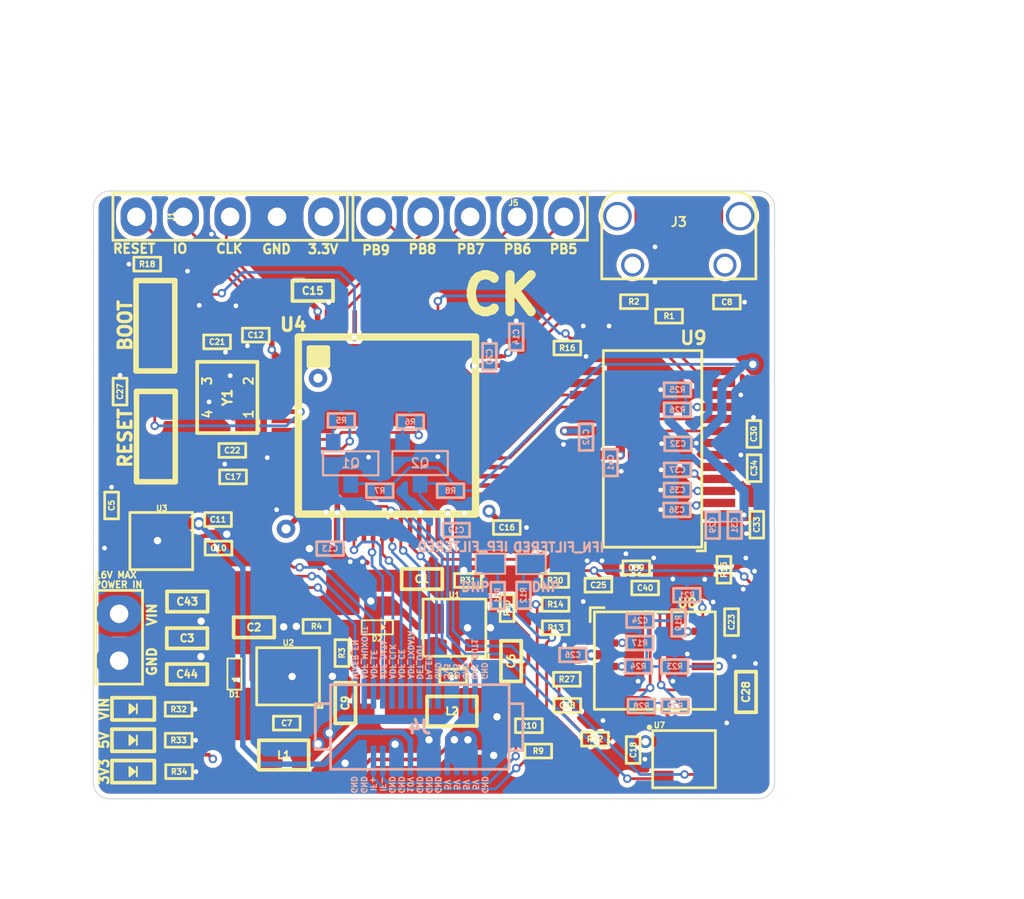
<source format=kicad_pcb>
(kicad_pcb (version 20171130) (host pcbnew "(5.1.4-0-10_14)")
  (layers (0 F.Cu signal) (1 In1.Cu signal) (2 In2.Cu signal) (31 B.Cu signal) (34 B.Paste user) (35 F.Paste user) (36 B.SilkS user) (37 F.SilkS user) (38 B.Mask user) (39 F.Mask user) (44 Edge.Cuts user))
  (net 0 "")
  (net 1 GND)
  (net 2 +VBattery)
  (net 3 +5V)
  (net 4 "Net-(C7-Pad2)")
  (net 5 "Net-(C7-Pad1)")
  (net 6 +3V3)
  (net 7 "Net-(C10-Pad2)")
  (net 8 +10V)
  (net 9 "Net-(C19-Pad1)")
  (net 10 "Net-(C20-Pad1)")
  (net 11 "Net-(C21-Pad1)")
  (net 12 "Net-(C22-Pad1)")
  (net 13 "Net-(C23-Pad2)")
  (net 14 "Net-(C23-Pad1)")
  (net 15 CM_BIAS)
  (net 16 "Net-(C25-Pad2)")
  (net 17 "Net-(C25-Pad1)")
  (net 18 RESET)
  (net 19 MCP_WIN)
  (net 20 CML)
  (net 21 "Net-(C35-Pad1)")
  (net 22 "Net-(C36-Pad1)")
  (net 23 "Net-(C37-Pad1)")
  (net 24 "Net-(C38-Pad2)")
  (net 25 "Net-(C38-Pad1)")
  (net 26 ADC_IN+)
  (net 27 ADC_IN-)
  (net 28 "Net-(C40-Pad2)")
  (net 29 SWDIO)
  (net 30 SWDCLK)
  (net 31 "Net-(J3-Pad4)")
  (net 32 "Net-(J3-Pad3)")
  (net 33 "Net-(J3-Pad2)")
  (net 34 IFN_Filtered)
  (net 35 IFP_Filtered)
  (net 36 MIXER_ENB)
  (net 37 ADF_MUXOUT)
  (net 38 ADF_LE)
  (net 39 ADF_DATA)
  (net 40 ADF_CLK)
  (net 41 ADF_CE)
  (net 42 ADF_TXDATA)
  (net 43 DET_OUT)
  (net 44 PA_EN)
  (net 45 DAC_OUT1)
  (net 46 "Net-(Q1-Pad1)")
  (net 47 MCP_~UD~_5V)
  (net 48 MCP_~CS~_5V)
  (net 49 "Net-(Q2-Pad1)")
  (net 50 USB_D-)
  (net 51 USB_D+)
  (net 52 "Net-(R3-Pad2)")
  (net 53 MCP_UD_3V3)
  (net 54 MCP_CS_3V3)
  (net 55 "Net-(R11-Pad1)")
  (net 56 "Net-(R10-Pad2)")
  (net 57 "Net-(R11-Pad2)")
  (net 58 "Net-(R12-Pad2)")
  (net 59 "Net-(R13-Pad2)")
  (net 60 "Net-(R15-Pad2)")
  (net 61 ADC_CLK)
  (net 62 "Net-(R16-Pad1)")
  (net 63 "Net-(R18-Pad2)")
  (net 64 MCP_AOUT)
  (net 65 "Net-(R23-Pad1)")
  (net 66 "Net-(R24-Pad2)")
  (net 67 CMLP)
  (net 68 "Net-(R28-Pad2)")
  (net 69 "Net-(U4-Pad2)")
  (net 70 "Net-(U4-Pad3)")
  (net 71 "Net-(U4-Pad4)")
  (net 72 D0)
  (net 73 D1)
  (net 74 D2)
  (net 75 D3)
  (net 76 "Net-(U4-Pad17)")
  (net 77 "Net-(U4-Pad22)")
  (net 78 D4)
  (net 79 D5)
  (net 80 D6)
  (net 81 D7)
  (net 82 "Net-(U4-Pad50)")
  (net 83 D8)
  (net 84 D9)
  (net 85 ADC_OE)
  (net 86 "Net-(U4-Pad54)")
  (net 87 "Net-(U4-Pad55)")
  (net 88 "Net-(U4-Pad56)")
  (net 89 "Net-(U4-Pad8)")
  (net 90 "Net-(U4-Pad9)")
  (net 91 "Net-(U4-Pad52)")
  (net 92 "Net-(U4-Pad53)")
  (net 93 "Net-(U4-Pad41)")
  (net 94 "Net-(C4-Pad1)")
  (net 95 "Net-(C4-Pad2)")
  (net 96 "Net-(R30-Pad2)")
  (net 97 "Net-(D3-Pad1)")
  (net 98 "Net-(D4-Pad1)")
  (net 99 "Net-(D5-Pad1)")
  (net 100 PB5)
  (net 101 PB6)
  (net 102 PB7)
  (net 103 PB8)
  (net 104 PB9)
  (module Footprints:Diode_SDM2U30CSP_7 (layer F.Cu) (at 134.62 76.962 90)
    (fp_text reference D1 (at -1.0922 -0.00254 180) (layer F.SilkS) (effects (font (size 0.3 0.3) (thickness 0.075))))
    (fp_text value SDM2U30CSP_7)
    (pad 2 smd rect (at 0.3175 0 90) (size 1 0.7) (layers F.Cu F.Paste F.Mask) (net 1 GND))
    (pad 1 smd rect (at -0.6223 0 90) (size 0.36 0.7) (layers F.Cu F.Paste F.Mask) (net 4 "Net-(C7-Pad2)"))
  )
  (module Footprints:Diode_SDM2U30CSP_7 (layer F.Cu) (at 142.367 74.422 180)
    (fp_text reference D2 (at 0.0127 -0.6096) (layer F.SilkS) (effects (font (size 0.3 0.3) (thickness 0.075))))
    (fp_text value SDM2U30CSP_7)
    (pad 2 smd rect (at 0.3175 0 180) (size 1 0.7) (layers F.Cu F.Paste F.Mask) (net 1 GND))
    (pad 1 smd rect (at -0.6223 0 180) (size 0.36 0.7) (layers F.Cu F.Paste F.Mask) (net 95 "Net-(C4-Pad2)"))
  )
  (module Footprints:SSOP28_5.3x10.2mm_P0.65mm (layer F.Cu) (at 157.27172 64.75476 180)
    (fp_text reference U9 (at -2.21488 6.0198) (layer F.SilkS) (effects (font (size 0.7 0.7))))
    (fp_text value MAX1426)
    (pad 28 smd rect (at 3.6 -4.225 180) (size 1.75 0.45) (layers F.Cu F.Paste F.Mask) (net 72 D0))
    (pad 27 smd rect (at 3.6 -3.575 180) (size 1.75 0.45) (layers F.Cu F.Paste F.Mask) (net 73 D1))
    (pad 26 smd rect (at 3.6 -2.925 180) (size 1.75 0.45) (layers F.Cu F.Paste F.Mask) (net 74 D2))
    (pad 25 smd rect (at 3.6 -2.275 180) (size 1.75 0.45) (layers F.Cu F.Paste F.Mask) (net 75 D3))
    (pad 24 smd rect (at 3.6 -1.625 180) (size 1.75 0.45) (layers F.Cu F.Paste F.Mask) (net 78 D4))
    (pad 23 smd rect (at 3.6 -0.975 180) (size 1.75 0.45) (layers F.Cu F.Paste F.Mask) (net 1 GND))
    (pad 22 smd rect (at 3.6 -0.325 180) (size 1.75 0.45) (layers F.Cu F.Paste F.Mask) (net 6 +3V3))
    (pad 21 smd rect (at 3.6 0.325 180) (size 1.75 0.45) (layers F.Cu F.Paste F.Mask) (net 1 GND))
    (pad 20 smd rect (at 3.6 0.975 180) (size 1.75 0.45) (layers F.Cu F.Paste F.Mask) (net 6 +3V3))
    (pad 19 smd rect (at 3.6 1.625 180) (size 1.75 0.45) (layers F.Cu F.Paste F.Mask) (net 79 D5))
    (pad 18 smd rect (at 3.6 2.275 180) (size 1.75 0.45) (layers F.Cu F.Paste F.Mask) (net 80 D6))
    (pad 17 smd rect (at 3.6 2.925 180) (size 1.75 0.45) (layers F.Cu F.Paste F.Mask) (net 81 D7))
    (pad 16 smd rect (at 3.6 3.575 180) (size 1.75 0.45) (layers F.Cu F.Paste F.Mask) (net 83 D8))
    (pad 15 smd rect (at 3.6 4.225 180) (size 1.75 0.45) (layers F.Cu F.Paste F.Mask) (net 84 D9))
    (pad 14 smd rect (at -3.6 4.225 180) (size 1.75 0.45) (layers F.Cu F.Paste F.Mask) (net 85 ADC_OE))
    (pad 13 smd rect (at -3.6 3.575 180) (size 1.75 0.45) (layers F.Cu F.Paste F.Mask) (net 61 ADC_CLK))
    (pad 12 smd rect (at -3.6 2.925 180) (size 1.75 0.45) (layers F.Cu F.Paste F.Mask) (net 1 GND))
    (pad 11 smd rect (at -3.6 2.275 180) (size 1.75 0.45) (layers F.Cu F.Paste F.Mask) (net 67 CMLP))
    (pad 10 smd rect (at -3.6 1.625 180) (size 1.75 0.45) (layers F.Cu F.Paste F.Mask) (net 27 ADC_IN-))
    (pad 9 smd rect (at -3.6 0.975 180) (size 1.75 0.45) (layers F.Cu F.Paste F.Mask) (net 26 ADC_IN+))
    (pad 8 smd rect (at -3.6 0.325 180) (size 1.75 0.45) (layers F.Cu F.Paste F.Mask) (net 3 +5V))
    (pad 7 smd rect (at -3.6 -0.325 180) (size 1.75 0.45) (layers F.Cu F.Paste F.Mask) (net 1 GND))
    (pad 6 smd rect (at -3.6 -0.975 180) (size 1.75 0.45) (layers F.Cu F.Paste F.Mask) (net 20 CML))
    (pad 5 smd rect (at -3.6 -1.625 180) (size 1.75 0.45) (layers F.Cu F.Paste F.Mask) (net 23 "Net-(C37-Pad1)"))
    (pad 4 smd rect (at -3.6 -2.275 180) (size 1.75 0.45) (layers F.Cu F.Paste F.Mask) (net 21 "Net-(C35-Pad1)"))
    (pad 3 smd rect (at -3.6 -2.925 180) (size 1.75 0.45) (layers F.Cu F.Paste F.Mask) (net 22 "Net-(C36-Pad1)"))
    (pad 2 smd rect (at -3.6 -3.575 180) (size 1.75 0.45) (layers F.Cu F.Paste F.Mask) (net 3 +5V))
    (pad 1 smd rect (at -3.6 -4.225 180) (size 1.75 0.45) (layers F.Cu F.Paste F.Mask) (net 1 GND))
  )
  (module Footprints:PinHeader_1x2_P2.54mm (layer F.Cu) (at 128.3716 74.9808 180)
    (fp_text reference "POWER IN" (at 0.0381 2.8702 180) (layer F.SilkS) (effects (font (size 0.35 0.35) (thickness 0.0875))))
    (fp_text value Connector_01x02)
    (pad 1 thru_hole oval (at 0 -1.25 180) (size 2.5 2) (drill 1) (layers *.Cu *.Mask) (net 1 GND))
    (pad 2 thru_hole oval (at 0 1.29 180) (size 2.5 2) (drill 1) (layers *.Cu *.Mask) (net 2 +VBattery))
  )
  (module Footprints:SOT23_6 (layer F.Cu) (at 137.52576 77.07884 180)
    (fp_text reference U2 (at -0.01524 1.81864) (layer F.SilkS) (effects (font (size 0.3 0.3) (thickness 0.075))))
    (fp_text value AP3211)
    (pad 5 smd rect (at 1.1 0 180) (size 1.06 0.65) (layers F.Cu F.Paste F.Mask) (net 2 +VBattery))
    (pad 6 smd rect (at 1.1 -0.95 180) (size 1.06 0.65) (layers F.Cu F.Paste F.Mask) (net 4 "Net-(C7-Pad2)"))
    (pad 4 smd rect (at 1.1 0.95 180) (size 1.06 0.65) (layers F.Cu F.Paste F.Mask) (net 2 +VBattery))
    (pad 3 smd rect (at -1.1 0.95 180) (size 1.06 0.65) (layers F.Cu F.Paste F.Mask) (net 52 "Net-(R3-Pad2)"))
    (pad 2 smd rect (at -1.1 0 180) (size 1.06 0.65) (layers F.Cu F.Paste F.Mask) (net 1 GND))
    (pad 1 smd rect (at -1.1 -0.95 180) (size 1.06 0.65) (layers F.Cu F.Paste F.Mask) (net 5 "Net-(C7-Pad1)"))
  )
  (module Footprints:SOT23_6 (layer F.Cu) (at 146.54022 74.43978 180)
    (fp_text reference U1 (at 0.00762 1.77038) (layer F.SilkS) (effects (font (size 0.3 0.3) (thickness 0.075))))
    (fp_text value AP3211)
    (pad 5 smd rect (at 1.1 0 180) (size 1.06 0.65) (layers F.Cu F.Paste F.Mask) (net 2 +VBattery))
    (pad 6 smd rect (at 1.1 -0.95 180) (size 1.06 0.65) (layers F.Cu F.Paste F.Mask) (net 95 "Net-(C4-Pad2)"))
    (pad 4 smd rect (at 1.1 0.95 180) (size 1.06 0.65) (layers F.Cu F.Paste F.Mask) (net 2 +VBattery))
    (pad 3 smd rect (at -1.1 0.95 180) (size 1.06 0.65) (layers F.Cu F.Paste F.Mask) (net 96 "Net-(R30-Pad2)"))
    (pad 2 smd rect (at -1.1 0 180) (size 1.06 0.65) (layers F.Cu F.Paste F.Mask) (net 1 GND))
    (pad 1 smd rect (at -1.1 -0.95 180) (size 1.06 0.65) (layers F.Cu F.Paste F.Mask) (net 94 "Net-(C4-Pad1)"))
  )
  (module Footprints:Crystal_3.2x2.5mm (layer F.Cu) (at 134.239 61.9633 90)
    (fp_text reference Y1 (at 0 0 90) (layer F.SilkS) (effects (font (size 0.5 0.5) (thickness 0.125))))
    (fp_text value 8MHz)
    (fp_text user 4 (at -0.9 -1.075 90) (layer F.SilkS) (effects (font (size 0.5 0.5) (thickness 0.1))))
    (fp_text user 3 (at 0.9 -1.1 90) (layer F.SilkS) (effects (font (size 0.5 0.5) (thickness 0.1))))
    (fp_text user 1 (at -0.9 1.15 90) (layer F.SilkS) (effects (font (size 0.5 0.5) (thickness 0.1))))
    (fp_text user 2 (at 0.9 1.15 90) (layer F.SilkS) (effects (font (size 0.5 0.5) (thickness 0.1))))
    (pad 1 smd rect (at -1.175 0.975 90) (size 1.3 1.1) (layers F.Cu F.Paste F.Mask) (net 12 "Net-(C22-Pad1)"))
    (pad 2 smd rect (at 1.175 0.975 90) (size 1.3 1.1) (layers F.Cu F.Paste F.Mask) (net 1 GND))
    (pad 3 smd rect (at 1.175 -0.975 90) (size 1.3 1.1) (layers F.Cu F.Paste F.Mask) (net 11 "Net-(C21-Pad1)"))
    (pad 4 smd rect (at -1.175 -0.975 90) (size 1.3 1.1) (layers F.Cu F.Paste F.Mask) (net 1 GND))
  )
  (module Footprints:SMD_0603 (layer F.Cu) (at 135.67664 74.42454)
    (fp_text reference C2 (at 0 0) (layer F.SilkS) (effects (font (size 0.4 0.4) (thickness 0.1))))
    (fp_text value 10uF)
    (pad 2 smd rect (at 0.75 0) (size 0.5 0.9) (layers F.Cu F.Paste F.Mask) (net 1 GND))
    (pad 1 smd rect (at -0.75 0) (size 0.5 0.9) (layers F.Cu F.Paste F.Mask) (net 2 +VBattery))
  )
  (module Footprints:SMD_0603 (layer F.Cu) (at 132.0546 75.01636)
    (fp_text reference C3 (at 0 0) (layer F.SilkS) (effects (font (size 0.4 0.4) (thickness 0.1))))
    (fp_text value 22uF)
    (pad 1 smd rect (at -0.75 0) (size 0.5 0.9) (layers F.Cu F.Paste F.Mask) (net 2 +VBattery))
    (pad 2 smd rect (at 0.75 0) (size 0.5 0.9) (layers F.Cu F.Paste F.Mask) (net 1 GND))
  )
  (module Footprints:SMD_0402 (layer F.Cu) (at 127.9652 67.818 270)
    (fp_text reference C5 (at 0 0 90) (layer F.SilkS) (effects (font (size 0.3 0.3) (thickness 0.075))))
    (fp_text value 2.2uF)
    (pad 2 smd rect (at 0.45 0 270) (size 0.4 0.6) (layers F.Cu F.Paste F.Mask) (net 2 +VBattery))
    (pad 1 smd rect (at -0.45 0 270) (size 0.4 0.6) (layers F.Cu F.Paste F.Mask) (net 1 GND))
  )
  (module Footprints:SMD_0402 (layer F.Cu) (at 137.45464 79.6163 180)
    (fp_text reference C7 (at 0 0) (layer F.SilkS) (effects (font (size 0.3 0.3) (thickness 0.075))))
    (fp_text value 10nF)
    (pad 2 smd rect (at 0.45 0 180) (size 0.4 0.6) (layers F.Cu F.Paste F.Mask) (net 4 "Net-(C7-Pad2)"))
    (pad 1 smd rect (at -0.45 0 180) (size 0.4 0.6) (layers F.Cu F.Paste F.Mask) (net 5 "Net-(C7-Pad1)"))
  )
  (module Footprints:SMD_0402 (layer F.Cu) (at 161.29762 56.7944)
    (fp_text reference C8 (at 0 0) (layer F.SilkS) (effects (font (size 0.3 0.3) (thickness 0.075))))
    (fp_text value 100nF)
    (pad 1 smd rect (at -0.45 0) (size 0.4 0.6) (layers F.Cu F.Paste F.Mask) (net 3 +5V))
    (pad 2 smd rect (at 0.45 0) (size 0.4 0.6) (layers F.Cu F.Paste F.Mask) (net 1 GND))
  )
  (module Footprints:SMD_0603 (layer F.Cu) (at 140.62964 78.52918 90)
    (fp_text reference C9 (at 0 0 90) (layer F.SilkS) (effects (font (size 0.4 0.4) (thickness 0.1))))
    (fp_text value 22uF)
    (pad 1 smd rect (at -0.75 0 90) (size 0.5 0.9) (layers F.Cu F.Paste F.Mask) (net 6 +3V3))
    (pad 2 smd rect (at 0.75 0 90) (size 0.5 0.9) (layers F.Cu F.Paste F.Mask) (net 1 GND))
  )
  (module Footprints:SMD_0402 (layer F.Cu) (at 133.7564 70.1294 180)
    (fp_text reference C10 (at 0 0) (layer F.SilkS) (effects (font (size 0.3 0.3) (thickness 0.075))))
    (fp_text value 10nF)
    (pad 2 smd rect (at 0.45 0 180) (size 0.4 0.6) (layers F.Cu F.Paste F.Mask) (net 7 "Net-(C10-Pad2)"))
    (pad 1 smd rect (at -0.45 0 180) (size 0.4 0.6) (layers F.Cu F.Paste F.Mask) (net 1 GND))
  )
  (module Footprints:SMD_0402 (layer F.Cu) (at 133.731 68.58)
    (fp_text reference C11 (at 0 0) (layer F.SilkS) (effects (font (size 0.3 0.3) (thickness 0.075))))
    (fp_text value 2.2uF)
    (pad 1 smd rect (at -0.45 0) (size 0.4 0.6) (layers F.Cu F.Paste F.Mask) (net 8 +10V))
    (pad 2 smd rect (at 0.45 0) (size 0.4 0.6) (layers F.Cu F.Paste F.Mask) (net 1 GND))
  )
  (module Footprints:SMD_0402 (layer F.Cu) (at 135.77824 58.58256 180)
    (fp_text reference C12 (at 0 0 180) (layer F.SilkS) (effects (font (size 0.3 0.3) (thickness 0.075))))
    (fp_text value 100nF)
    (pad 1 smd rect (at -0.45 0 180) (size 0.4 0.6) (layers F.Cu F.Paste F.Mask) (net 6 +3V3))
    (pad 2 smd rect (at 0.45 0 180) (size 0.4 0.6) (layers F.Cu F.Paste F.Mask) (net 1 GND))
  )
  (module Footprints:SMD_0402 (layer B.Cu) (at 139.8016 70.1548 180)
    (fp_text reference C13 (at 0 0) (layer B.SilkS) (effects (font (size 0.3 0.3) (thickness 0.075)) (justify mirror)))
    (fp_text value 100nF)
    (pad 2 smd rect (at 0.45 0 180) (size 0.4 0.6) (layers B.Cu B.Paste B.Mask) (net 1 GND))
    (pad 1 smd rect (at -0.45 0 180) (size 0.4 0.6) (layers B.Cu B.Paste B.Mask) (net 6 +3V3))
  )
  (module Footprints:SMD_0402 (layer B.Cu) (at 149.8854 58.6867 90)
    (fp_text reference C14 (at 0 0 90) (layer B.SilkS) (effects (font (size 0.3 0.3) (thickness 0.075)) (justify mirror)))
    (fp_text value 100nF)
    (pad 1 smd rect (at -0.45 0 90) (size 0.4 0.6) (layers B.Cu B.Paste B.Mask) (net 6 +3V3))
    (pad 2 smd rect (at 0.45 0 90) (size 0.4 0.6) (layers B.Cu B.Paste B.Mask) (net 1 GND))
  )
  (module Footprints:SMD_0603 (layer F.Cu) (at 138.8618 56.1848)
    (fp_text reference C15 (at 0 0) (layer F.SilkS) (effects (font (size 0.4 0.4) (thickness 0.1))))
    (fp_text value 10uF)
    (pad 2 smd rect (at 0.75 0) (size 0.5 0.9) (layers F.Cu F.Paste F.Mask) (net 1 GND))
    (pad 1 smd rect (at -0.75 0) (size 0.5 0.9) (layers F.Cu F.Paste F.Mask) (net 6 +3V3))
  )
  (module Footprints:SMD_0402 (layer F.Cu) (at 149.3774 69.0118)
    (fp_text reference C16 (at 0 0 -180) (layer F.SilkS) (effects (font (size 0.3 0.3) (thickness 0.075))))
    (fp_text value 2.2uF)
    (pad 1 smd rect (at -0.45 0) (size 0.4 0.6) (layers F.Cu F.Paste F.Mask) (net 6 +3V3))
    (pad 2 smd rect (at 0.45 0) (size 0.4 0.6) (layers F.Cu F.Paste F.Mask) (net 1 GND))
  )
  (module Footprints:SMD_0402 (layer F.Cu) (at 134.5438 66.2686 180)
    (fp_text reference C17 (at 0 0) (layer F.SilkS) (effects (font (size 0.3 0.3) (thickness 0.075))))
    (fp_text value 2.2uF)
    (pad 2 smd rect (at 0.45 0 180) (size 0.4 0.6) (layers F.Cu F.Paste F.Mask) (net 1 GND))
    (pad 1 smd rect (at -0.45 0 180) (size 0.4 0.6) (layers F.Cu F.Paste F.Mask) (net 6 +3V3))
  )
  (module Footprints:SMD_0402 (layer F.Cu) (at 156.2227 81.07172 270)
    (fp_text reference C18 (at 0 0 90) (layer F.SilkS) (effects (font (size 0.3 0.3) (thickness 0.075))))
    (fp_text value 100nF)
    (pad 1 smd rect (at -0.45 0 270) (size 0.4 0.6) (layers F.Cu F.Paste F.Mask) (net 3 +5V))
    (pad 2 smd rect (at 0.45 0 270) (size 0.4 0.6) (layers F.Cu F.Paste F.Mask) (net 1 GND))
  )
  (module Footprints:SMD_0402 (layer B.Cu) (at 146.6342 69.1515)
    (fp_text reference C19 (at 0 0) (layer B.SilkS) (effects (font (size 0.3 0.3) (thickness 0.075)) (justify mirror)))
    (fp_text value 2.2uF)
    (pad 1 smd rect (at -0.45 0) (size 0.4 0.6) (layers B.Cu B.Paste B.Mask) (net 9 "Net-(C19-Pad1)"))
    (pad 2 smd rect (at 0.45 0) (size 0.4 0.6) (layers B.Cu B.Paste B.Mask) (net 1 GND))
  )
  (module Footprints:SMD_0402 (layer B.Cu) (at 148.4376 59.7535 90)
    (fp_text reference C20 (at 0 0 90) (layer B.SilkS) (effects (font (size 0.3 0.3) (thickness 0.075)) (justify mirror)))
    (fp_text value 2.2uF)
    (pad 1 smd rect (at -0.45 0 90) (size 0.4 0.6) (layers B.Cu B.Paste B.Mask) (net 10 "Net-(C20-Pad1)"))
    (pad 2 smd rect (at 0.45 0 90) (size 0.4 0.6) (layers B.Cu B.Paste B.Mask) (net 1 GND))
  )
  (module Footprints:SMD_0402 (layer F.Cu) (at 133.6802 58.95086)
    (fp_text reference C21 (at 0 0) (layer F.SilkS) (effects (font (size 0.3 0.3) (thickness 0.075))))
    (fp_text value 15pF)
    (pad 1 smd rect (at -0.45 0) (size 0.4 0.6) (layers F.Cu F.Paste F.Mask) (net 11 "Net-(C21-Pad1)"))
    (pad 2 smd rect (at 0.45 0) (size 0.4 0.6) (layers F.Cu F.Paste F.Mask) (net 1 GND))
  )
  (module Footprints:SMD_0402 (layer F.Cu) (at 134.5057 64.8335 180)
    (fp_text reference C22 (at 0 0) (layer F.SilkS) (effects (font (size 0.3 0.3) (thickness 0.075))))
    (fp_text value 15pF)
    (pad 2 smd rect (at 0.45 0 180) (size 0.4 0.6) (layers F.Cu F.Paste F.Mask) (net 1 GND))
    (pad 1 smd rect (at -0.45 0 180) (size 0.4 0.6) (layers F.Cu F.Paste F.Mask) (net 12 "Net-(C22-Pad1)"))
  )
  (module Footprints:SMD_0402 (layer F.Cu) (at 161.54908 74.1426 270)
    (fp_text reference C23 (at 0 0 90) (layer F.SilkS) (effects (font (size 0.3 0.3) (thickness 0.075))))
    (fp_text value 100nF)
    (pad 2 smd rect (at 0.45 0 270) (size 0.4 0.6) (layers F.Cu F.Paste F.Mask) (net 13 "Net-(C23-Pad2)"))
    (pad 1 smd rect (at -0.45 0 270) (size 0.4 0.6) (layers F.Cu F.Paste F.Mask) (net 14 "Net-(C23-Pad1)"))
  )
  (module Footprints:SMD_0402 (layer B.Cu) (at 156.591 74.06132)
    (fp_text reference C24 (at 0 0) (layer B.SilkS) (effects (font (size 0.3 0.3) (thickness 0.075)) (justify mirror)))
    (fp_text value 100nF)
    (pad 1 smd rect (at -0.45 0) (size 0.4 0.6) (layers B.Cu B.Paste B.Mask) (net 1 GND))
    (pad 2 smd rect (at 0.45 0) (size 0.4 0.6) (layers B.Cu B.Paste B.Mask) (net 15 CM_BIAS))
  )
  (module Footprints:SMD_0402 (layer F.Cu) (at 154.33802 72.13854 180)
    (fp_text reference C25 (at 0 0) (layer F.SilkS) (effects (font (size 0.3 0.3) (thickness 0.075))))
    (fp_text value 33pF)
    (pad 2 smd rect (at 0.45 0 180) (size 0.4 0.6) (layers F.Cu F.Paste F.Mask) (net 16 "Net-(C25-Pad2)"))
    (pad 1 smd rect (at -0.45 0 180) (size 0.4 0.6) (layers F.Cu F.Paste F.Mask) (net 17 "Net-(C25-Pad1)"))
  )
  (module Footprints:SMD_0402 (layer B.Cu) (at 152.9588 75.91552 180)
    (fp_text reference C26 (at 0 0) (layer B.SilkS) (effects (font (size 0.3 0.3) (thickness 0.075)) (justify mirror)))
    (fp_text value 100nF)
    (pad 2 smd rect (at 0.45 0 180) (size 0.4 0.6) (layers B.Cu B.Paste B.Mask) (net 1 GND))
    (pad 1 smd rect (at -0.45 0 180) (size 0.4 0.6) (layers B.Cu B.Paste B.Mask) (net 3 +5V))
  )
  (module Footprints:SMD_0402 (layer F.Cu) (at 128.4224 61.6458 90)
    (fp_text reference C27 (at 0 0 90) (layer F.SilkS) (effects (font (size 0.3 0.3) (thickness 0.075))))
    (fp_text value 100nF)
    (pad 1 smd rect (at -0.45 0 90) (size 0.4 0.6) (layers F.Cu F.Paste F.Mask) (net 18 RESET))
    (pad 2 smd rect (at 0.45 0 90) (size 0.4 0.6) (layers F.Cu F.Paste F.Mask) (net 1 GND))
  )
  (module Footprints:SMD_0603 (layer F.Cu) (at 162.3314 77.9272 90)
    (fp_text reference C28 (at 0 0 90) (layer F.SilkS) (effects (font (size 0.4 0.4) (thickness 0.1))))
    (fp_text value 10uF)
    (pad 1 smd rect (at -0.75 0 90) (size 0.5 0.9) (layers F.Cu F.Paste F.Mask) (net 19 MCP_WIN))
    (pad 2 smd rect (at 0.75 0 90) (size 0.5 0.9) (layers F.Cu F.Paste F.Mask) (net 17 "Net-(C25-Pad1)"))
  )
  (module Footprints:SMD_0402 (layer B.Cu) (at 160.528 68.8848 270)
    (fp_text reference C29 (at 0 0 90) (layer B.SilkS) (effects (font (size 0.3 0.3) (thickness 0.075)) (justify mirror)))
    (fp_text value 2.2uF)
    (pad 2 smd rect (at 0.45 0 270) (size 0.4 0.6) (layers B.Cu B.Paste B.Mask) (net 1 GND))
    (pad 1 smd rect (at -0.45 0 270) (size 0.4 0.6) (layers B.Cu B.Paste B.Mask) (net 3 +5V))
  )
  (module Footprints:SMD_0402 (layer F.Cu) (at 162.75812 63.94196 90)
    (fp_text reference C30 (at 0 0 90) (layer F.SilkS) (effects (font (size 0.3 0.3) (thickness 0.075))))
    (fp_text value 100nF)
    (pad 2 smd rect (at 0.45 0 90) (size 0.4 0.6) (layers F.Cu F.Paste F.Mask) (net 1 GND))
    (pad 1 smd rect (at -0.45 0 90) (size 0.4 0.6) (layers F.Cu F.Paste F.Mask) (net 3 +5V))
  )
  (module Footprints:SMD_0402 (layer B.Cu) (at 161.7218 68.8848 270)
    (fp_text reference C31 (at 0 0 90) (layer B.SilkS) (effects (font (size 0.3 0.3) (thickness 0.075)) (justify mirror)))
    (fp_text value 100nF)
    (pad 1 smd rect (at -0.45 0 270) (size 0.4 0.6) (layers B.Cu B.Paste B.Mask) (net 3 +5V))
    (pad 2 smd rect (at 0.45 0 270) (size 0.4 0.6) (layers B.Cu B.Paste B.Mask) (net 1 GND))
  )
  (module Footprints:SMD_0402 (layer B.Cu) (at 158.6484 64.47536 180)
    (fp_text reference C32 (at 0 0) (layer B.SilkS) (effects (font (size 0.3 0.3) (thickness 0.075)) (justify mirror)))
    (fp_text value 100pF)
    (pad 2 smd rect (at 0.45 0 180) (size 0.4 0.6) (layers B.Cu B.Paste B.Mask) (net 1 GND))
    (pad 1 smd rect (at -0.45 0 180) (size 0.4 0.6) (layers B.Cu B.Paste B.Mask) (net 3 +5V))
  )
  (module Footprints:SMD_0402 (layer F.Cu) (at 162.9156 68.8594 270)
    (fp_text reference C33 (at 0 0 90) (layer F.SilkS) (effects (font (size 0.3 0.3) (thickness 0.075))))
    (fp_text value 100pF)
    (pad 1 smd rect (at -0.45 0 270) (size 0.4 0.6) (layers F.Cu F.Paste F.Mask) (net 3 +5V))
    (pad 2 smd rect (at 0.45 0 270) (size 0.4 0.6) (layers F.Cu F.Paste F.Mask) (net 1 GND))
  )
  (module Footprints:SMD_0402 (layer F.Cu) (at 162.77082 65.79616 270)
    (fp_text reference C34 (at 0 0 90) (layer F.SilkS) (effects (font (size 0.3 0.3) (thickness 0.075))))
    (fp_text value 100nF)
    (pad 2 smd rect (at 0.45 0 270) (size 0.4 0.6) (layers F.Cu F.Paste F.Mask) (net 20 CML))
    (pad 1 smd rect (at -0.45 0 270) (size 0.4 0.6) (layers F.Cu F.Paste F.Mask) (net 1 GND))
  )
  (module Footprints:SMD_0402 (layer B.Cu) (at 158.61792 66.9798 180)
    (fp_text reference C35 (at 0 0) (layer B.SilkS) (effects (font (size 0.3 0.3) (thickness 0.075)) (justify mirror)))
    (fp_text value 100nF)
    (pad 2 smd rect (at 0.45 0 180) (size 0.4 0.6) (layers B.Cu B.Paste B.Mask) (net 1 GND))
    (pad 1 smd rect (at -0.45 0 180) (size 0.4 0.6) (layers B.Cu B.Paste B.Mask) (net 21 "Net-(C35-Pad1)"))
  )
  (module Footprints:SMD_0402 (layer B.Cu) (at 158.59252 68.05676 180)
    (fp_text reference C36 (at 0 0) (layer B.SilkS) (effects (font (size 0.3 0.3) (thickness 0.075)) (justify mirror)))
    (fp_text value 100nF)
    (pad 1 smd rect (at -0.45 0 180) (size 0.4 0.6) (layers B.Cu B.Paste B.Mask) (net 22 "Net-(C36-Pad1)"))
    (pad 2 smd rect (at 0.45 0 180) (size 0.4 0.6) (layers B.Cu B.Paste B.Mask) (net 1 GND))
  )
  (module Footprints:SMD_0402 (layer B.Cu) (at 158.623 65.8876 180)
    (fp_text reference C37 (at 0 0) (layer B.SilkS) (effects (font (size 0.3 0.3) (thickness 0.075)) (justify mirror)))
    (fp_text value 100nF)
    (pad 1 smd rect (at -0.45 0 180) (size 0.4 0.6) (layers B.Cu B.Paste B.Mask) (net 23 "Net-(C37-Pad1)"))
    (pad 2 smd rect (at 0.45 0 180) (size 0.4 0.6) (layers B.Cu B.Paste B.Mask) (net 1 GND))
  )
  (module Footprints:SMD_0402 (layer F.Cu) (at 152.654 78.65618 180)
    (fp_text reference C38 (at 0 0) (layer F.SilkS) (effects (font (size 0.3 0.3) (thickness 0.075))))
    (fp_text value 33pF)
    (pad 2 smd rect (at 0.45 0 180) (size 0.4 0.6) (layers F.Cu F.Paste F.Mask) (net 24 "Net-(C38-Pad2)"))
    (pad 1 smd rect (at -0.45 0 180) (size 0.4 0.6) (layers F.Cu F.Paste F.Mask) (net 25 "Net-(C38-Pad1)"))
  )
  (module Footprints:SMD_0402 (layer F.Cu) (at 156.3878 71.1962 180)
    (fp_text reference C39 (at 0 0) (layer F.SilkS) (effects (font (size 0.3 0.3) (thickness 0.075))))
    (fp_text value 1uF)
    (pad 2 smd rect (at 0.45 0 180) (size 0.4 0.6) (layers F.Cu F.Paste F.Mask) (net 25 "Net-(C38-Pad1)"))
    (pad 1 smd rect (at -0.45 0 180) (size 0.4 0.6) (layers F.Cu F.Paste F.Mask) (net 26 ADC_IN+))
  )
  (module Footprints:SMD_0402 (layer F.Cu) (at 156.8704 72.2884)
    (fp_text reference C40 (at 0 0) (layer F.SilkS) (effects (font (size 0.3 0.3) (thickness 0.075))))
    (fp_text value 1uF)
    (pad 1 smd rect (at -0.45 0) (size 0.4 0.6) (layers F.Cu F.Paste F.Mask) (net 27 ADC_IN-))
    (pad 2 smd rect (at 0.45 0) (size 0.4 0.6) (layers F.Cu F.Paste F.Mask) (net 28 "Net-(C40-Pad2)"))
  )
  (module Footprints:SMD_0402 (layer B.Cu) (at 155.0035 65.4939 90)
    (fp_text reference C41 (at 0 0 90) (layer B.SilkS) (effects (font (size 0.3 0.3) (thickness 0.075)) (justify mirror)))
    (fp_text value 100nF)
    (pad 2 smd rect (at 0.45 0 90) (size 0.4 0.6) (layers B.Cu B.Paste B.Mask) (net 6 +3V3))
    (pad 1 smd rect (at -0.45 0 90) (size 0.4 0.6) (layers B.Cu B.Paste B.Mask) (net 1 GND))
  )
  (module Footprints:SMD_0402 (layer B.Cu) (at 153.67 64.1096 90)
    (fp_text reference C42 (at 0 0 270) (layer B.SilkS) (effects (font (size 0.3 0.3) (thickness 0.075)) (justify mirror)))
    (fp_text value 100nF)
    (pad 1 smd rect (at -0.45 0 90) (size 0.4 0.6) (layers B.Cu B.Paste B.Mask) (net 1 GND))
    (pad 2 smd rect (at 0.45 0 90) (size 0.4 0.6) (layers B.Cu B.Paste B.Mask) (net 6 +3V3))
  )
  (module Footprints:USB_MicroB_TH (layer F.Cu) (at 158.69412 53.33746 180)
    (fp_text reference J3 (at 0 0.88646) (layer F.SilkS) (effects (font (size 0.5 0.5) (thickness 0.1))))
    (fp_text value USB_MicroB)
    (pad 5 smd rect (at 1.3 -1.45 180) (size 0.4 1.35) (layers F.Cu F.Paste F.Mask) (net 1 GND))
    (pad 4 smd rect (at 0.65 -1.45 180) (size 0.4 1.35) (layers F.Cu F.Paste F.Mask) (net 31 "Net-(J3-Pad4)"))
    (pad 3 smd rect (at 0 -1.45 180) (size 0.4 1.35) (layers F.Cu F.Paste F.Mask) (net 32 "Net-(J3-Pad3)"))
    (pad 2 smd rect (at -0.65 -1.45 180) (size 0.4 1.35) (layers F.Cu F.Paste F.Mask) (net 33 "Net-(J3-Pad2)"))
    (pad 1 smd rect (at -1.3 -1.45 180) (size 0.4 1.35) (layers F.Cu F.Paste F.Mask) (net 3 +5V))
    (pad "" thru_hole oval (at 2.5 -1.45 180) (size 1.25 1.25) (drill oval 0.9) (layers *.Cu *.Mask))
    (pad "" thru_hole oval (at -2.5 -1.45 180) (size 1.25 1.25) (drill oval 0.9) (layers *.Cu *.Mask))
    (pad "" thru_hole oval (at -3.325 1.2 180) (size 1.55 1.55) (drill oval 1.2) (layers *.Cu *.Mask))
    (pad "" thru_hole oval (at 3.325 1.2 180) (size 1.55 1.55) (drill oval 1.2) (layers *.Cu *.Mask))
    (pad "" smd rect (at 0 1.25 180) (size 4.8 1.55) (layers F.Cu F.Paste F.Mask))
  )
  (module Footprints:SMD_0805 (layer F.Cu) (at 137.29208 81.34604)
    (fp_text reference L1 (at 0 0) (layer F.SilkS) (effects (font (size 0.4 0.4) (thickness 0.1))))
    (fp_text value 4.7uH)
    (pad 1 smd rect (at -0.85 0) (size 0.8 1.4) (layers F.Cu F.Paste F.Mask) (net 4 "Net-(C7-Pad2)"))
    (pad 2 smd rect (at 0.85 0) (size 0.8 1.4) (layers F.Cu F.Paste F.Mask) (net 6 +3V3))
  )
  (module Footprints:SOT23_3 (layer B.Cu) (at 140.9192 65.532)
    (fp_text reference Q1 (at 0 0 180) (layer B.SilkS) (effects (font (size 0.5 0.5) (thickness 0.1)) (justify mirror)))
    (fp_text value BSS138)
    (pad 2 smd rect (at 0.95 -1.1) (size 0.8 1) (layers B.Cu B.Paste B.Mask) (net 1 GND))
    (pad 1 smd rect (at -0.95 -1.1) (size 0.8 1) (layers B.Cu B.Paste B.Mask) (net 46 "Net-(Q1-Pad1)"))
    (pad 3 smd rect (at 0 1.1) (size 0.8 1) (layers B.Cu B.Paste B.Mask) (net 47 MCP_~UD~_5V))
  )
  (module Footprints:SOT23_3 (layer B.Cu) (at 144.6784 65.5193)
    (fp_text reference Q2 (at 0 0 180) (layer B.SilkS) (effects (font (size 0.5 0.5) (thickness 0.1)) (justify mirror)))
    (fp_text value BSS138)
    (pad 3 smd rect (at 0 1.1) (size 0.8 1) (layers B.Cu B.Paste B.Mask) (net 48 MCP_~CS~_5V))
    (pad 1 smd rect (at -0.95 -1.1) (size 0.8 1) (layers B.Cu B.Paste B.Mask) (net 49 "Net-(Q2-Pad1)"))
    (pad 2 smd rect (at 0.95 -1.1) (size 0.8 1) (layers B.Cu B.Paste B.Mask) (net 1 GND))
  )
  (module Footprints:SMD_0402 (layer F.Cu) (at 158.1658 57.5564 180)
    (fp_text reference R1 (at 0 0) (layer F.SilkS) (effects (font (size 0.3 0.3) (thickness 0.075))))
    (fp_text value 22)
    (pad 1 smd rect (at -0.45 0 180) (size 0.4 0.6) (layers F.Cu F.Paste F.Mask) (net 33 "Net-(J3-Pad2)"))
    (pad 2 smd rect (at 0.45 0 180) (size 0.4 0.6) (layers F.Cu F.Paste F.Mask) (net 50 USB_D-))
  )
  (module Footprints:SMD_0402 (layer F.Cu) (at 156.2608 56.77154 180)
    (fp_text reference R2 (at 0 0) (layer F.SilkS) (effects (font (size 0.3 0.3) (thickness 0.075))))
    (fp_text value 22)
    (pad 2 smd rect (at 0.45 0 180) (size 0.4 0.6) (layers F.Cu F.Paste F.Mask) (net 51 USB_D+))
    (pad 1 smd rect (at -0.45 0 180) (size 0.4 0.6) (layers F.Cu F.Paste F.Mask) (net 32 "Net-(J3-Pad3)"))
  )
  (module Footprints:SMD_0402 (layer F.Cu) (at 140.44422 75.819 90)
    (fp_text reference R3 (at 0 0 90) (layer F.SilkS) (effects (font (size 0.3 0.3) (thickness 0.075))))
    (fp_text value 14.7K)
    (pad 2 smd rect (at 0.45 0 90) (size 0.4 0.6) (layers F.Cu F.Paste F.Mask) (net 52 "Net-(R3-Pad2)"))
    (pad 1 smd rect (at -0.45 0 90) (size 0.4 0.6) (layers F.Cu F.Paste F.Mask) (net 6 +3V3))
  )
  (module Footprints:SMD_0402 (layer F.Cu) (at 139.065 74.3712 180)
    (fp_text reference R4 (at 0 0) (layer F.SilkS) (effects (font (size 0.3 0.3) (thickness 0.075))))
    (fp_text value 4.7K)
    (pad 1 smd rect (at -0.45 0 180) (size 0.4 0.6) (layers F.Cu F.Paste F.Mask) (net 52 "Net-(R3-Pad2)"))
    (pad 2 smd rect (at 0.45 0 180) (size 0.4 0.6) (layers F.Cu F.Paste F.Mask) (net 1 GND))
  )
  (module Footprints:SMD_0402 (layer B.Cu) (at 140.4112 63.2079 180)
    (fp_text reference R5 (at 0 0) (layer B.SilkS) (effects (font (size 0.3 0.3) (thickness 0.075)) (justify mirror)))
    (fp_text value 100)
    (pad 1 smd rect (at -0.45 0 180) (size 0.4 0.6) (layers B.Cu B.Paste B.Mask) (net 53 MCP_UD_3V3))
    (pad 2 smd rect (at 0.45 0 180) (size 0.4 0.6) (layers B.Cu B.Paste B.Mask) (net 46 "Net-(Q1-Pad1)"))
  )
  (module Footprints:SMD_0402 (layer B.Cu) (at 144.145 63.2841 180)
    (fp_text reference R6 (at 0 0) (layer B.SilkS) (effects (font (size 0.3 0.3) (thickness 0.075)) (justify mirror)))
    (fp_text value 100)
    (pad 2 smd rect (at 0.45 0 180) (size 0.4 0.6) (layers B.Cu B.Paste B.Mask) (net 49 "Net-(Q2-Pad1)"))
    (pad 1 smd rect (at -0.45 0 180) (size 0.4 0.6) (layers B.Cu B.Paste B.Mask) (net 54 MCP_CS_3V3))
  )
  (module Footprints:SMD_0402 (layer B.Cu) (at 142.494 67.0179 180)
    (fp_text reference R7 (at 0 0) (layer B.SilkS) (effects (font (size 0.3 0.3) (thickness 0.075)) (justify mirror)))
    (fp_text value 10K)
    (pad 2 smd rect (at 0.45 0 180) (size 0.4 0.6) (layers B.Cu B.Paste B.Mask) (net 47 MCP_~UD~_5V))
    (pad 1 smd rect (at -0.45 0 180) (size 0.4 0.6) (layers B.Cu B.Paste B.Mask) (net 3 +5V))
  )
  (module Footprints:SMD_0402 (layer B.Cu) (at 146.3294 67.0179 180)
    (fp_text reference R8 (at 0 0) (layer B.SilkS) (effects (font (size 0.3 0.3) (thickness 0.075)) (justify mirror)))
    (fp_text value 10K)
    (pad 1 smd rect (at -0.45 0 180) (size 0.4 0.6) (layers B.Cu B.Paste B.Mask) (net 3 +5V))
    (pad 2 smd rect (at 0.45 0 180) (size 0.4 0.6) (layers B.Cu B.Paste B.Mask) (net 48 MCP_~CS~_5V))
  )
  (module Footprints:SMD_0402 (layer F.Cu) (at 151.0792 81.1276)
    (fp_text reference R9 (at 0 0) (layer F.SilkS) (effects (font (size 0.3 0.3) (thickness 0.075))))
    (fp_text value 0)
    (pad 2 smd rect (at 0.45 0) (size 0.4 0.6) (layers F.Cu F.Paste F.Mask) (net 55 "Net-(R11-Pad1)"))
    (pad 1 smd rect (at -0.45 0) (size 0.4 0.6) (layers F.Cu F.Paste F.Mask) (net 35 IFP_Filtered))
  )
  (module Footprints:SMD_0402 (layer F.Cu) (at 150.5712 79.756)
    (fp_text reference R10 (at 0 0) (layer F.SilkS) (effects (font (size 0.3 0.3) (thickness 0.075))))
    (fp_text value 0)
    (pad 1 smd rect (at -0.45 0) (size 0.4 0.6) (layers F.Cu F.Paste F.Mask) (net 34 IFN_Filtered))
    (pad 2 smd rect (at 0.45 0) (size 0.4 0.6) (layers F.Cu F.Paste F.Mask) (net 56 "Net-(R10-Pad2)"))
  )
  (module Footprints:SMD_0402 (layer B.Cu) (at 148.88464 72.70242 90)
    (fp_text reference R11 (at 0 0 90) (layer B.SilkS) (effects (font (size 0.3 0.3) (thickness 0.075)) (justify mirror)))
    (fp_text value DNP)
    (pad 1 smd rect (at -0.45 0 90) (size 0.4 0.6) (layers B.Cu B.Paste B.Mask) (net 55 "Net-(R11-Pad1)"))
    (pad 2 smd rect (at 0.45 0 90) (size 0.4 0.6) (layers B.Cu B.Paste B.Mask) (net 57 "Net-(R11-Pad2)"))
  )
  (module Footprints:SMD_0402 (layer B.Cu) (at 150.28164 72.68718 90)
    (fp_text reference R12 (at 0 0 90) (layer B.SilkS) (effects (font (size 0.3 0.3) (thickness 0.075)) (justify mirror)))
    (fp_text value DNP)
    (pad 1 smd rect (at -0.45 0 90) (size 0.4 0.6) (layers B.Cu B.Paste B.Mask) (net 56 "Net-(R10-Pad2)"))
    (pad 2 smd rect (at 0.45 0 90) (size 0.4 0.6) (layers B.Cu B.Paste B.Mask) (net 58 "Net-(R12-Pad2)"))
  )
  (module Footprints:SMD_0402 (layer F.Cu) (at 152.02662 74.4474)
    (fp_text reference R13 (at 0 0) (layer F.SilkS) (effects (font (size 0.3 0.3) (thickness 0.075))))
    (fp_text value 1K)
    (pad 2 smd rect (at 0.45 0) (size 0.4 0.6) (layers F.Cu F.Paste F.Mask) (net 59 "Net-(R13-Pad2)"))
    (pad 1 smd rect (at -0.45 0) (size 0.4 0.6) (layers F.Cu F.Paste F.Mask) (net 55 "Net-(R11-Pad1)"))
  )
  (module Footprints:SMD_0402 (layer F.Cu) (at 152.01392 73.1774)
    (fp_text reference R14 (at 0 0) (layer F.SilkS) (effects (font (size 0.3 0.3) (thickness 0.075))))
    (fp_text value 1K)
    (pad 2 smd rect (at 0.45 0) (size 0.4 0.6) (layers F.Cu F.Paste F.Mask) (net 16 "Net-(C25-Pad2)"))
    (pad 1 smd rect (at -0.45 0) (size 0.4 0.6) (layers F.Cu F.Paste F.Mask) (net 56 "Net-(R10-Pad2)"))
  )
  (module Footprints:SMD_0402 (layer F.Cu) (at 161.1376 71.30034 270)
    (fp_text reference R15 (at 0 0 90) (layer F.SilkS) (effects (font (size 0.3 0.3) (thickness 0.075))))
    (fp_text value 2.49K)
    (pad 1 smd rect (at -0.45 0 270) (size 0.4 0.6) (layers F.Cu F.Paste F.Mask) (net 20 CML))
    (pad 2 smd rect (at 0.45 0 270) (size 0.4 0.6) (layers F.Cu F.Paste F.Mask) (net 60 "Net-(R15-Pad2)"))
  )
  (module Footprints:SMD_0402 (layer F.Cu) (at 152.654 59.2836)
    (fp_text reference R16 (at 0 0) (layer F.SilkS) (effects (font (size 0.3 0.3) (thickness 0.075))))
    (fp_text value 22)
    (pad 2 smd rect (at 0.45 0) (size 0.4 0.6) (layers F.Cu F.Paste F.Mask) (net 61 ADC_CLK))
    (pad 1 smd rect (at -0.45 0) (size 0.4 0.6) (layers F.Cu F.Paste F.Mask) (net 62 "Net-(R16-Pad1)"))
  )
  (module Footprints:SMD_0402 (layer B.Cu) (at 156.5783 75.27544 180)
    (fp_text reference R17 (at 0 0) (layer B.SilkS) (effects (font (size 0.3 0.3) (thickness 0.075)) (justify mirror)))
    (fp_text value 10K)
    (pad 2 smd rect (at 0.45 0 180) (size 0.4 0.6) (layers B.Cu B.Paste B.Mask) (net 59 "Net-(R13-Pad2)"))
    (pad 1 smd rect (at -0.45 0 180) (size 0.4 0.6) (layers B.Cu B.Paste B.Mask) (net 15 CM_BIAS))
  )
  (module Footprints:SMD_0402 (layer F.Cu) (at 129.8956 54.737)
    (fp_text reference R18 (at 0 0) (layer F.SilkS) (effects (font (size 0.3 0.3) (thickness 0.075))))
    (fp_text value 1K)
    (pad 2 smd rect (at 0.45 0) (size 0.4 0.6) (layers F.Cu F.Paste F.Mask) (net 63 "Net-(R18-Pad2)"))
    (pad 1 smd rect (at -0.45 0) (size 0.4 0.6) (layers F.Cu F.Paste F.Mask) (net 1 GND))
  )
  (module Footprints:SMD_0402 (layer F.Cu) (at 152.00122 71.882 180)
    (fp_text reference R20 (at 0 0) (layer F.SilkS) (effects (font (size 0.3 0.3) (thickness 0.075))))
    (fp_text value 1K)
    (pad 1 smd rect (at -0.45 0 180) (size 0.4 0.6) (layers F.Cu F.Paste F.Mask) (net 16 "Net-(C25-Pad2)"))
    (pad 2 smd rect (at 0.45 0 180) (size 0.4 0.6) (layers F.Cu F.Paste F.Mask) (net 17 "Net-(C25-Pad1)"))
  )
  (module Footprints:SMD_0402 (layer B.Cu) (at 159.131 72.67956)
    (fp_text reference R21 (at 0 0) (layer B.SilkS) (effects (font (size 0.3 0.3) (thickness 0.075)) (justify mirror)))
    (fp_text value 49.9)
    (pad 2 smd rect (at 0.45 0) (size 0.4 0.6) (layers B.Cu B.Paste B.Mask) (net 14 "Net-(C23-Pad1)"))
    (pad 1 smd rect (at -0.45 0) (size 0.4 0.6) (layers B.Cu B.Paste B.Mask) (net 15 CM_BIAS))
  )
  (module Footprints:SMD_0402 (layer F.Cu) (at 154.15514 80.48498 180)
    (fp_text reference R22 (at 0 0) (layer F.SilkS) (effects (font (size 0.3 0.3) (thickness 0.075))))
    (fp_text value 100)
    (pad 2 smd rect (at 0.45 0 180) (size 0.4 0.6) (layers F.Cu F.Paste F.Mask) (net 24 "Net-(C38-Pad2)"))
    (pad 1 smd rect (at -0.45 0 180) (size 0.4 0.6) (layers F.Cu F.Paste F.Mask) (net 64 MCP_AOUT))
  )
  (module Footprints:SMD_0402 (layer B.Cu) (at 158.47314 76.54544 180)
    (fp_text reference R23 (at 0 0) (layer B.SilkS) (effects (font (size 0.3 0.3) (thickness 0.075)) (justify mirror)))
    (fp_text value 4.7K)
    (pad 2 smd rect (at 0.45 0 180) (size 0.4 0.6) (layers B.Cu B.Paste B.Mask) (net 15 CM_BIAS))
    (pad 1 smd rect (at -0.45 0 180) (size 0.4 0.6) (layers B.Cu B.Paste B.Mask) (net 65 "Net-(R23-Pad1)"))
  )
  (module Footprints:SMD_0402 (layer B.Cu) (at 156.5021 76.54036 180)
    (fp_text reference R24 (at 0 0) (layer B.SilkS) (effects (font (size 0.3 0.3) (thickness 0.075)) (justify mirror)))
    (fp_text value 10K)
    (pad 1 smd rect (at -0.45 0 180) (size 0.4 0.6) (layers B.Cu B.Paste B.Mask) (net 15 CM_BIAS))
    (pad 2 smd rect (at 0.45 0 180) (size 0.4 0.6) (layers B.Cu B.Paste B.Mask) (net 66 "Net-(R24-Pad2)"))
  )
  (module Footprints:SMD_0402 (layer B.Cu) (at 158.61792 61.54166 180)
    (fp_text reference R25 (at 0 0) (layer B.SilkS) (effects (font (size 0.3 0.3) (thickness 0.075)) (justify mirror)))
    (fp_text value DNP)
    (pad 1 smd rect (at -0.45 0 180) (size 0.4 0.6) (layers B.Cu B.Paste B.Mask) (net 67 CMLP))
    (pad 2 smd rect (at 0.45 0 180) (size 0.4 0.6) (layers B.Cu B.Paste B.Mask) (net 1 GND))
  )
  (module Footprints:SMD_0402 (layer B.Cu) (at 158.61792 62.63386 180)
    (fp_text reference R26 (at 0 0) (layer B.SilkS) (effects (font (size 0.3 0.3) (thickness 0.075)) (justify mirror)))
    (fp_text value 0)
    (pad 2 smd rect (at 0.45 0 180) (size 0.4 0.6) (layers B.Cu B.Paste B.Mask) (net 3 +5V))
    (pad 1 smd rect (at -0.45 0 180) (size 0.4 0.6) (layers B.Cu B.Paste B.Mask) (net 67 CMLP))
  )
  (module Footprints:SMD_0402 (layer F.Cu) (at 152.6286 77.23886)
    (fp_text reference R27 (at 0 0) (layer F.SilkS) (effects (font (size 0.3 0.3) (thickness 0.075))))
    (fp_text value 4.7K)
    (pad 1 smd rect (at -0.45 0) (size 0.4 0.6) (layers F.Cu F.Paste F.Mask) (net 24 "Net-(C38-Pad2)"))
    (pad 2 smd rect (at 0.45 0) (size 0.4 0.6) (layers F.Cu F.Paste F.Mask) (net 25 "Net-(C38-Pad1)"))
  )
  (module Footprints:SMD_0402 (layer B.Cu) (at 156.6672 78.6892)
    (fp_text reference R28 (at 0 0) (layer B.SilkS) (effects (font (size 0.3 0.3) (thickness 0.075)) (justify mirror)))
    (fp_text value 10K)
    (pad 1 smd rect (at -0.45 0) (size 0.4 0.6) (layers B.Cu B.Paste B.Mask) (net 25 "Net-(C38-Pad1)"))
    (pad 2 smd rect (at 0.45 0) (size 0.4 0.6) (layers B.Cu B.Paste B.Mask) (net 68 "Net-(R28-Pad2)"))
  )
  (module Footprints:SMD_0402 (layer B.Cu) (at 158.496 78.6892)
    (fp_text reference R29 (at 0 0 180) (layer B.SilkS) (effects (font (size 0.3 0.3) (thickness 0.075)) (justify mirror)))
    (fp_text value 10K)
    (pad 2 smd rect (at 0.45 0) (size 0.4 0.6) (layers B.Cu B.Paste B.Mask) (net 28 "Net-(C40-Pad2)"))
    (pad 1 smd rect (at -0.45 0) (size 0.4 0.6) (layers B.Cu B.Paste B.Mask) (net 68 "Net-(R28-Pad2)"))
  )
  (module Footprints:Button_B3U_1000P (layer F.Cu) (at 130.3401 58.0771 270)
    (fp_text reference BOOT (at -0.0127 1.6383 90) (layer F.SilkS) (effects (font (size 0.7 0.7) (thickness 0.175))))
    (fp_text value DFU_Button)
    (pad 1 smd rect (at -1.7 0 270) (size 1.2 1.8) (layers F.Cu F.Paste F.Mask) (net 63 "Net-(R18-Pad2)") (clearance 0.1))
    (pad 2 smd rect (at 1.7 0 270) (size 1.2 1.8) (layers F.Cu F.Paste F.Mask) (net 6 +3V3) (clearance 0.1))
  )
  (module Footprints:Button_B3U_1000P (layer F.Cu) (at 130.3655 64.0842 270)
    (fp_text reference RESET (at 0.0762 1.6637 90) (layer F.SilkS) (effects (font (size 0.7 0.7) (thickness 0.175))))
    (fp_text value Reset_Button)
    (pad 2 smd rect (at 1.7 0 270) (size 1.2 1.8) (layers F.Cu F.Paste F.Mask) (net 1 GND) (clearance 0.1))
    (pad 1 smd rect (at -1.7 0 270) (size 1.2 1.8) (layers F.Cu F.Paste F.Mask) (net 18 RESET) (clearance 0.1))
  )
  (module Footprints:SOT23_5 (layer F.Cu) (at 130.6576 69.7484)
    (fp_text reference U3 (at 0.0254 -1.778) (layer F.SilkS) (effects (font (size 0.3 0.3) (thickness 0.075))))
    (fp_text value LP2985_10)
    (pad 1 smd rect (at -1.1 -0.95) (size 1.06 0.65) (layers F.Cu F.Paste F.Mask) (net 2 +VBattery))
    (pad 2 smd rect (at -1.1 0) (size 1.06 0.65) (layers F.Cu F.Paste F.Mask) (net 1 GND))
    (pad 3 smd rect (at -1.1 0.95) (size 1.06 0.65) (layers F.Cu F.Paste F.Mask) (net 2 +VBattery))
    (pad 4 smd rect (at 1.1 0.95) (size 1.06 0.65) (layers F.Cu F.Paste F.Mask) (net 7 "Net-(C10-Pad2)"))
    (pad 5 smd rect (at 1.1 -0.95) (size 1.06 0.65) (layers F.Cu F.Paste F.Mask) (net 8 +10V))
  )
  (module Footprints:LQFP64_10x10mm_P0.5mm (layer F.Cu) (at 142.88262 63.48476)
    (fp_text reference U4 (at -5.07238 -5.47116) (layer F.SilkS) (effects (font (size 0.7 0.7) (thickness 0.175))))
    (fp_text value STM32F405)
    (pad 1 smd rect (at -5.625 -3.75) (size 1.25 0.25) (layers F.Cu F.Paste F.Mask) (net 6 +3V3))
    (pad 2 smd rect (at -5.625 -3.25) (size 1.25 0.25) (layers F.Cu F.Paste F.Mask) (net 69 "Net-(U4-Pad2)"))
    (pad 3 smd rect (at -5.625 -2.75) (size 1.25 0.25) (layers F.Cu F.Paste F.Mask) (net 70 "Net-(U4-Pad3)"))
    (pad 4 smd rect (at -5.625 -2.25) (size 1.25 0.25) (layers F.Cu F.Paste F.Mask) (net 71 "Net-(U4-Pad4)"))
    (pad 5 smd rect (at -5.625 -1.75) (size 1.25 0.25) (layers F.Cu F.Paste F.Mask) (net 11 "Net-(C21-Pad1)"))
    (pad 6 smd rect (at -5.625 -1.25) (size 1.25 0.25) (layers F.Cu F.Paste F.Mask) (net 12 "Net-(C22-Pad1)"))
    (pad 7 smd rect (at -5.625 -0.75) (size 1.25 0.25) (layers F.Cu F.Paste F.Mask) (net 18 RESET))
    (pad 8 smd rect (at -5.625 -0.25) (size 1.25 0.25) (layers F.Cu F.Paste F.Mask) (net 89 "Net-(U4-Pad8)"))
    (pad 9 smd rect (at -5.625 0.25) (size 1.25 0.25) (layers F.Cu F.Paste F.Mask) (net 90 "Net-(U4-Pad9)"))
    (pad 10 smd rect (at -5.625 0.75) (size 1.25 0.25) (layers F.Cu F.Paste F.Mask) (net 54 MCP_CS_3V3))
    (pad 11 smd rect (at -5.625 1.25) (size 1.25 0.25) (layers F.Cu F.Paste F.Mask) (net 53 MCP_UD_3V3))
    (pad 12 smd rect (at -5.625 1.75) (size 1.25 0.25) (layers F.Cu F.Paste F.Mask) (net 1 GND))
    (pad 13 smd rect (at -5.625 2.25) (size 1.25 0.25) (layers F.Cu F.Paste F.Mask) (net 6 +3V3))
    (pad 14 smd rect (at -5.625 2.75) (size 1.25 0.25) (layers F.Cu F.Paste F.Mask) (net 36 MIXER_ENB))
    (pad 15 smd rect (at -5.625 3.25) (size 1.25 0.25) (layers F.Cu F.Paste F.Mask) (net 37 ADF_MUXOUT))
    (pad 16 smd rect (at -5.625 3.75) (size 1.25 0.25) (layers F.Cu F.Paste F.Mask) (net 38 ADF_LE))
    (pad 17 smd rect (at -3.75 5.625 90) (size 1.25 0.25) (layers F.Cu F.Paste F.Mask) (net 76 "Net-(U4-Pad17)"))
    (pad 18 smd rect (at -3.25 5.625 90) (size 1.25 0.25) (layers F.Cu F.Paste F.Mask) (net 1 GND))
    (pad 19 smd rect (at -2.75 5.625 90) (size 1.25 0.25) (layers F.Cu F.Paste F.Mask) (net 6 +3V3))
    (pad 20 smd rect (at -2.25 5.625 90) (size 1.25 0.25) (layers F.Cu F.Paste F.Mask) (net 45 DAC_OUT1))
    (pad 21 smd rect (at -1.75 5.625 90) (size 1.25 0.25) (layers F.Cu F.Paste F.Mask) (net 40 ADF_CLK))
    (pad 22 smd rect (at -1.25 5.625 90) (size 1.25 0.25) (layers F.Cu F.Paste F.Mask) (net 77 "Net-(U4-Pad22)"))
    (pad 23 smd rect (at -0.75 5.625 90) (size 1.25 0.25) (layers F.Cu F.Paste F.Mask) (net 39 ADF_DATA))
    (pad 24 smd rect (at -0.25 5.625 90) (size 1.25 0.25) (layers F.Cu F.Paste F.Mask) (net 41 ADF_CE))
    (pad 25 smd rect (at 0.25 5.625 90) (size 1.25 0.25) (layers F.Cu F.Paste F.Mask) (net 42 ADF_TXDATA))
    (pad 26 smd rect (at 0.75 5.625 90) (size 1.25 0.25) (layers F.Cu F.Paste F.Mask) (net 43 DET_OUT))
    (pad 27 smd rect (at 1.25 5.625 90) (size 1.25 0.25) (layers F.Cu F.Paste F.Mask) (net 44 PA_EN))
    (pad 28 smd rect (at 1.75 5.625 90) (size 1.25 0.25) (layers F.Cu F.Paste F.Mask) (net 1 GND))
    (pad 29 smd rect (at 2.25 5.625 90) (size 1.25 0.25) (layers F.Cu F.Paste F.Mask) (net 72 D0))
    (pad 30 smd rect (at 2.75 5.625 90) (size 1.25 0.25) (layers F.Cu F.Paste F.Mask) (net 73 D1))
    (pad 31 smd rect (at 3.25 5.625 90) (size 1.25 0.25) (layers F.Cu F.Paste F.Mask) (net 9 "Net-(C19-Pad1)"))
    (pad 32 smd rect (at 3.75 5.625 90) (size 1.25 0.25) (layers F.Cu F.Paste F.Mask) (net 6 +3V3))
    (pad 33 smd rect (at 5.625 3.75) (size 1.25 0.25) (layers F.Cu F.Paste F.Mask) (net 74 D2))
    (pad 34 smd rect (at 5.625 3.25) (size 1.25 0.25) (layers F.Cu F.Paste F.Mask) (net 75 D3))
    (pad 35 smd rect (at 5.625 2.75) (size 1.25 0.25) (layers F.Cu F.Paste F.Mask) (net 78 D4))
    (pad 36 smd rect (at 5.625 2.25) (size 1.25 0.25) (layers F.Cu F.Paste F.Mask) (net 79 D5))
    (pad 37 smd rect (at 5.625 1.75) (size 1.25 0.25) (layers F.Cu F.Paste F.Mask) (net 80 D6))
    (pad 38 smd rect (at 5.625 1.25) (size 1.25 0.25) (layers F.Cu F.Paste F.Mask) (net 81 D7))
    (pad 39 smd rect (at 5.625 0.75) (size 1.25 0.25) (layers F.Cu F.Paste F.Mask) (net 83 D8))
    (pad 40 smd rect (at 5.625 0.25) (size 1.25 0.25) (layers F.Cu F.Paste F.Mask) (net 84 D9))
    (pad 41 smd rect (at 5.625 -0.25) (size 1.25 0.25) (layers F.Cu F.Paste F.Mask) (net 93 "Net-(U4-Pad41)"))
    (pad 42 smd rect (at 5.625 -0.75) (size 1.25 0.25) (layers F.Cu F.Paste F.Mask) (net 61 ADC_CLK))
    (pad 43 smd rect (at 5.625 -1.25) (size 1.25 0.25) (layers F.Cu F.Paste F.Mask) (net 62 "Net-(R16-Pad1)"))
    (pad 44 smd rect (at 5.625 -1.75) (size 1.25 0.25) (layers F.Cu F.Paste F.Mask) (net 50 USB_D-))
    (pad 45 smd rect (at 5.625 -2.25) (size 1.25 0.25) (layers F.Cu F.Paste F.Mask) (net 51 USB_D+))
    (pad 46 smd rect (at 5.625 -2.75) (size 1.25 0.25) (layers F.Cu F.Paste F.Mask) (net 29 SWDIO))
    (pad 47 smd rect (at 5.625 -3.25) (size 1.25 0.25) (layers F.Cu F.Paste F.Mask) (net 10 "Net-(C20-Pad1)"))
    (pad 48 smd rect (at 5.625 -3.75) (size 1.25 0.25) (layers F.Cu F.Paste F.Mask) (net 6 +3V3))
    (pad 49 smd rect (at 3.75 -5.625 90) (size 1.25 0.25) (layers F.Cu F.Paste F.Mask) (net 30 SWDCLK))
    (pad 50 smd rect (at 3.25 -5.625 90) (size 1.25 0.25) (layers F.Cu F.Paste F.Mask) (net 82 "Net-(U4-Pad50)"))
    (pad 51 smd rect (at 2.75 -5.625 90) (size 1.25 0.25) (layers F.Cu F.Paste F.Mask) (net 85 ADC_OE))
    (pad 52 smd rect (at 2.25 -5.625 90) (size 1.25 0.25) (layers F.Cu F.Paste F.Mask) (net 91 "Net-(U4-Pad52)"))
    (pad 53 smd rect (at 1.75 -5.625 90) (size 1.25 0.25) (layers F.Cu F.Paste F.Mask) (net 92 "Net-(U4-Pad53)"))
    (pad 54 smd rect (at 1.25 -5.625 90) (size 1.25 0.25) (layers F.Cu F.Paste F.Mask) (net 86 "Net-(U4-Pad54)"))
    (pad 55 smd rect (at 0.75 -5.625 90) (size 1.25 0.25) (layers F.Cu F.Paste F.Mask) (net 87 "Net-(U4-Pad55)"))
    (pad 56 smd rect (at 0.25 -5.625 90) (size 1.25 0.25) (layers F.Cu F.Paste F.Mask) (net 88 "Net-(U4-Pad56)"))
    (pad 57 smd rect (at -0.25 -5.625 90) (size 1.25 0.25) (layers F.Cu F.Paste F.Mask) (net 100 PB5))
    (pad 58 smd rect (at -0.75 -5.625 90) (size 1.25 0.25) (layers F.Cu F.Paste F.Mask) (net 101 PB6))
    (pad 59 smd rect (at -1.25 -5.625 90) (size 1.25 0.25) (layers F.Cu F.Paste F.Mask) (net 102 PB7))
    (pad 60 smd rect (at -1.75 -5.625 90) (size 1.25 0.25) (layers F.Cu F.Paste F.Mask) (net 63 "Net-(R18-Pad2)"))
    (pad 61 smd rect (at -2.25 -5.625 90) (size 1.25 0.25) (layers F.Cu F.Paste F.Mask) (net 103 PB8))
    (pad 62 smd rect (at -2.75 -5.625 90) (size 1.25 0.25) (layers F.Cu F.Paste F.Mask) (net 104 PB9))
    (pad 63 smd rect (at -3.25 -5.625 90) (size 1.25 0.25) (layers F.Cu F.Paste F.Mask) (net 1 GND))
    (pad 64 smd rect (at -3.75 -5.625 90) (size 1.25 0.25) (layers F.Cu F.Paste F.Mask) (net 6 +3V3))
  )
  (module Footprints:SolderPad_1_1.5mm_SMD_Rectangle (layer B.Cu) (at 148.5011 70.98792 270)
    (fp_text reference IFP_FILTERED (at -0.92202 1.4986 180) (layer B.SilkS) (effects (font (size 0.5 0.5) (thickness 0.125)) (justify mirror)))
    (fp_text value IF+)
    (pad 1 smd rect (at -0.00508 0.01524 270) (size 1 1.5) (layers B.Cu B.Paste B.Mask) (net 57 "Net-(R11-Pad2)"))
  )
  (module Footprints:SolderPad_1_1.5mm_SMD_Rectangle (layer B.Cu) (at 150.6728 70.97776 90)
    (fp_text reference IFN_FILTERED (at 0.88646 1.5113) (layer B.SilkS) (effects (font (size 0.5 0.5) (thickness 0.125)) (justify mirror)))
    (fp_text value IF-)
    (pad 1 smd rect (at -0.00508 0.01524 90) (size 1 1.5) (layers B.Cu B.Paste B.Mask) (net 58 "Net-(R12-Pad2)"))
  )
  (module Footprints:SOT23_6 (layer F.Cu) (at 158.97606 81.56956)
    (fp_text reference U7 (at -1.3335 -1.8415) (layer F.SilkS) (effects (font (size 0.3 0.3) (thickness 0.075))))
    (fp_text value MCP4022_202)
    (pad 1 smd rect (at -1.1 -0.95) (size 1.06 0.65) (layers F.Cu F.Paste F.Mask) (net 3 +5V))
    (pad 2 smd rect (at -1.1 0) (size 1.06 0.65) (layers F.Cu F.Paste F.Mask) (net 1 GND))
    (pad 3 smd rect (at -1.1 0.95) (size 1.06 0.65) (layers F.Cu F.Paste F.Mask) (net 47 MCP_~UD~_5V))
    (pad 4 smd rect (at 1.1 0.95) (size 1.06 0.65) (layers F.Cu F.Paste F.Mask) (net 48 MCP_~CS~_5V))
    (pad 6 smd rect (at 1.1 -0.95) (size 1.06 0.65) (layers F.Cu F.Paste F.Mask) (net 64 MCP_AOUT))
    (pad 5 smd rect (at 1.1 0) (size 1.06 0.65) (layers F.Cu F.Paste F.Mask) (net 19 MCP_WIN))
  )
  (module Footprints:SSOP16_3.9x4.9mm_P0.635mm (layer F.Cu) (at 157.39618 76.22794)
    (fp_text reference U8 (at 1.75006 -3.11658) (layer F.SilkS) (effects (font (size 0.5 0.5) (thickness 0.125))))
    (fp_text value LT1817)
    (pad 1 smd rect (at -2.6 -2.2225) (size 1.2 0.4) (layers F.Cu F.Paste F.Mask) (net 17 "Net-(C25-Pad1)"))
    (pad 2 smd rect (at -2.6 -1.5875) (size 1.2 0.4) (layers F.Cu F.Paste F.Mask) (net 16 "Net-(C25-Pad2)"))
    (pad 3 smd rect (at -2.6 -0.9525) (size 1.2 0.4) (layers F.Cu F.Paste F.Mask) (net 59 "Net-(R13-Pad2)"))
    (pad 4 smd rect (at -2.6 -0.3175) (size 1.2 0.4) (layers F.Cu F.Paste F.Mask) (net 3 +5V))
    (pad 5 smd rect (at -2.6 0.3175) (size 1.2 0.4) (layers F.Cu F.Paste F.Mask) (net 66 "Net-(R24-Pad2)"))
    (pad 6 smd rect (at -2.6 0.9525) (size 1.2 0.4) (layers F.Cu F.Paste F.Mask) (net 24 "Net-(C38-Pad2)"))
    (pad 7 smd rect (at -2.6 1.5875) (size 1.2 0.4) (layers F.Cu F.Paste F.Mask) (net 25 "Net-(C38-Pad1)"))
    (pad 8 smd rect (at -2.6 2.2225) (size 1.2 0.4) (layers F.Cu F.Paste F.Mask))
    (pad 9 smd rect (at 2.6 2.2225) (size 1.2 0.4) (layers F.Cu F.Paste F.Mask))
    (pad 10 smd rect (at 2.6 1.5875) (size 1.2 0.4) (layers F.Cu F.Paste F.Mask) (net 28 "Net-(C40-Pad2)"))
    (pad 11 smd rect (at 2.6 0.9525) (size 1.2 0.4) (layers F.Cu F.Paste F.Mask) (net 68 "Net-(R28-Pad2)"))
    (pad 12 smd rect (at 2.6 0.3175) (size 1.2 0.4) (layers F.Cu F.Paste F.Mask) (net 65 "Net-(R23-Pad1)"))
    (pad 13 smd rect (at 2.6 -0.3175) (size 1.2 0.4) (layers F.Cu F.Paste F.Mask) (net 1 GND))
    (pad 14 smd rect (at 2.6 -0.9525) (size 1.2 0.4) (layers F.Cu F.Paste F.Mask) (net 60 "Net-(R15-Pad2)"))
    (pad 15 smd rect (at 2.6 -1.5875) (size 1.2 0.4) (layers F.Cu F.Paste F.Mask) (net 13 "Net-(C23-Pad2)"))
    (pad 16 smd rect (at 2.6 -2.2225) (size 1.2 0.4) (layers F.Cu F.Paste F.Mask) (net 14 "Net-(C23-Pad1)"))
  )
  (module Footprints:PinHeader_1x5_P2.54mm (layer F.Cu) (at 134.366 52.1716 270)
    (fp_text reference J1 (at -0.01524 3.16484 90) (layer F.SilkS) (effects (font (size 0.3 0.3) (thickness 0.075))))
    (fp_text value SWD_DEBUGGER)
    (pad 1 thru_hole oval (at 0 -5.1 270) (size 2.1 1.7) (drill 1) (layers *.Cu *.Mask) (net 6 +3V3))
    (pad 2 thru_hole oval (at 0 -2.56 270) (size 2.1 1.7) (drill 1) (layers *.Cu *.Mask) (net 1 GND))
    (pad 3 thru_hole oval (at 0 -0.02 270) (size 2.1 1.7) (drill 1) (layers *.Cu *.Mask) (net 30 SWDCLK))
    (pad 4 thru_hole oval (at 0 2.52 270) (size 2.1 1.7) (drill 1) (layers *.Cu *.Mask) (net 29 SWDIO))
    (pad 5 thru_hole oval (at 0 5.06 270) (size 2.1 1.7) (drill 1) (layers *.Cu *.Mask) (net 18 RESET))
  )
  (module "Footprints:PinHeader_2x15_DF12B(5.0)-30DP-0.5V(86)" (layer B.Cu) (at 144.653 79.8322)
    (fp_text reference J4 (at 0 0 180) (layer B.SilkS) (effects (font (size 0.7 0.7) (thickness 0.175)) (justify mirror)))
    (fp_text value Connector_02x15)
    (pad 30 smd rect (at -3.5 1.8) (size 0.3 1.6) (layers B.Cu B.Paste B.Mask) (net 1 GND))
    (pad 29 smd rect (at -3 1.8) (size 0.3 1.6) (layers B.Cu B.Paste B.Mask) (net 1 GND))
    (pad 28 smd rect (at -2.5 1.8) (size 0.3 1.6) (layers B.Cu B.Paste B.Mask) (net 35 IFP_Filtered))
    (pad 27 smd rect (at -2 1.8) (size 0.3 1.6) (layers B.Cu B.Paste B.Mask) (net 34 IFN_Filtered))
    (pad 26 smd rect (at -1.5 1.8) (size 0.3 1.6) (layers B.Cu B.Paste B.Mask) (net 1 GND))
    (pad 25 smd rect (at -1 1.8) (size 0.3 1.6) (layers B.Cu B.Paste B.Mask) (net 1 GND))
    (pad 24 smd rect (at -0.5 1.8) (size 0.3 1.6) (layers B.Cu B.Paste B.Mask) (net 8 +10V))
    (pad 23 smd rect (at 0 1.8) (size 0.3 1.6) (layers B.Cu B.Paste B.Mask) (net 1 GND))
    (pad 22 smd rect (at 0.5 1.8) (size 0.3 1.6) (layers B.Cu B.Paste B.Mask) (net 1 GND))
    (pad 21 smd rect (at 1 1.8) (size 0.3 1.6) (layers B.Cu B.Paste B.Mask) (net 1 GND))
    (pad 20 smd rect (at 1.5 1.8) (size 0.3 1.6) (layers B.Cu B.Paste B.Mask) (net 3 +5V))
    (pad 19 smd rect (at 2 1.8) (size 0.3 1.6) (layers B.Cu B.Paste B.Mask) (net 3 +5V))
    (pad 18 smd rect (at 2.5 1.8) (size 0.3 1.6) (layers B.Cu B.Paste B.Mask) (net 3 +5V))
    (pad 17 smd rect (at 3 1.8) (size 0.3 1.6) (layers B.Cu B.Paste B.Mask) (net 3 +5V))
    (pad 16 smd rect (at 3.5 1.8) (size 0.3 1.6) (layers B.Cu B.Paste B.Mask) (net 1 GND))
    (pad 15 smd rect (at 3.5 -1.8) (size 0.3 1.6) (layers B.Cu B.Paste B.Mask) (net 1 GND))
    (pad 14 smd rect (at 3 -1.8) (size 0.3 1.6) (layers B.Cu B.Paste B.Mask) (net 45 DAC_OUT1))
    (pad 13 smd rect (at 2.5 -1.8) (size 0.3 1.6) (layers B.Cu B.Paste B.Mask) (net 1 GND))
    (pad 12 smd rect (at 2 -1.8) (size 0.3 1.6) (layers B.Cu B.Paste B.Mask) (net 6 +3V3))
    (pad 11 smd rect (at 1.5 -1.8) (size 0.3 1.6) (layers B.Cu B.Paste B.Mask) (net 6 +3V3))
    (pad 10 smd rect (at 1 -1.8) (size 0.3 1.6) (layers B.Cu B.Paste B.Mask) (net 1 GND))
    (pad 9 smd rect (at 0.5 -1.8) (size 0.3 1.6) (layers B.Cu B.Paste B.Mask) (net 44 PA_EN))
    (pad 8 smd rect (at 0 -1.8) (size 0.3 1.6) (layers B.Cu B.Paste B.Mask) (net 43 DET_OUT))
    (pad 7 smd rect (at -0.5 -1.8) (size 0.3 1.6) (layers B.Cu B.Paste B.Mask) (net 42 ADF_TXDATA))
    (pad 6 smd rect (at -1 -1.8) (size 0.3 1.6) (layers B.Cu B.Paste B.Mask) (net 41 ADF_CE))
    (pad 5 smd rect (at -1.5 -1.8) (size 0.3 1.6) (layers B.Cu B.Paste B.Mask) (net 40 ADF_CLK))
    (pad 4 smd rect (at -2 -1.8) (size 0.3 1.6) (layers B.Cu B.Paste B.Mask) (net 39 ADF_DATA))
    (pad 3 smd rect (at -2.5 -1.8) (size 0.3 1.6) (layers B.Cu B.Paste B.Mask) (net 38 ADF_LE))
    (pad 2 smd rect (at -3 -1.8) (size 0.3 1.6) (layers B.Cu B.Paste B.Mask) (net 37 ADF_MUXOUT))
    (pad 1 smd rect (at -3.5 -1.8) (size 0.3 1.6) (layers B.Cu B.Paste B.Mask) (net 36 MIXER_ENB))
  )
  (module Footprints:SMD_0603 (layer F.Cu) (at 132.0673 73.02754)
    (fp_text reference C43 (at 0 0) (layer F.SilkS) (effects (font (size 0.4 0.4) (thickness 0.1))))
    (fp_text value 22uF)
    (pad 2 smd rect (at 0.75 0) (size 0.5 0.9) (layers F.Cu F.Paste F.Mask) (net 1 GND))
    (pad 1 smd rect (at -0.75 0) (size 0.5 0.9) (layers F.Cu F.Paste F.Mask) (net 2 +VBattery))
  )
  (module Footprints:SMD_0603 (layer F.Cu) (at 132.0546 76.96454)
    (fp_text reference C44 (at 0 0) (layer F.SilkS) (effects (font (size 0.4 0.4) (thickness 0.1))))
    (fp_text value 22uF)
    (pad 1 smd rect (at -0.75 0) (size 0.5 0.9) (layers F.Cu F.Paste F.Mask) (net 2 +VBattery))
    (pad 2 smd rect (at 0.75 0) (size 0.5 0.9) (layers F.Cu F.Paste F.Mask) (net 1 GND))
  )
  (module Footprints:SMD_0402 (layer B.Cu) (at 158.68142 74.18832 90)
    (fp_text reference R19 (at 0 0 90) (layer B.SilkS) (effects (font (size 0.3 0.3) (thickness 0.075)) (justify mirror)))
    (fp_text value 2.49K)
    (pad 1 smd rect (at -0.45 0 90) (size 0.4 0.6) (layers B.Cu B.Paste B.Mask) (net 13 "Net-(C23-Pad2)"))
    (pad 2 smd rect (at 0.45 0 90) (size 0.4 0.6) (layers B.Cu B.Paste B.Mask) (net 15 CM_BIAS))
  )
  (module Footprints:SMD_0603 (layer F.Cu) (at 144.78 71.8058)
    (fp_text reference C1 (at 0 0) (layer F.SilkS) (effects (font (size 0.4 0.4) (thickness 0.1))))
    (fp_text value 10uF)
    (pad 2 smd rect (at 0.75 0) (size 0.5 0.9) (layers F.Cu F.Paste F.Mask) (net 1 GND))
    (pad 1 smd rect (at -0.75 0) (size 0.5 0.9) (layers F.Cu F.Paste F.Mask) (net 2 +VBattery))
  )
  (module Footprints:SMD_0402 (layer F.Cu) (at 146.46402 77.06106 180)
    (fp_text reference C4 (at 0 0) (layer F.SilkS) (effects (font (size 0.3 0.3) (thickness 0.075))))
    (fp_text value 10nF)
    (pad 1 smd rect (at -0.45 0 180) (size 0.4 0.6) (layers F.Cu F.Paste F.Mask) (net 94 "Net-(C4-Pad1)"))
    (pad 2 smd rect (at 0.45 0 180) (size 0.4 0.6) (layers F.Cu F.Paste F.Mask) (net 95 "Net-(C4-Pad2)"))
  )
  (module Footprints:SMD_0603 (layer F.Cu) (at 149.60854 76.25334 90)
    (fp_text reference C6 (at 0 0 90) (layer F.SilkS) (effects (font (size 0.4 0.4) (thickness 0.1))))
    (fp_text value 22uF)
    (pad 1 smd rect (at -0.75 0 90) (size 0.5 0.9) (layers F.Cu F.Paste F.Mask) (net 3 +5V))
    (pad 2 smd rect (at 0.75 0 90) (size 0.5 0.9) (layers F.Cu F.Paste F.Mask) (net 1 GND))
  )
  (module Footprints:SMD_0805 (layer F.Cu) (at 146.4056 78.9686)
    (fp_text reference L2 (at 0 0) (layer F.SilkS) (effects (font (size 0.4 0.4) (thickness 0.1))))
    (fp_text value 4.7uH)
    (pad 1 smd rect (at -0.85 0) (size 0.8 1.4) (layers F.Cu F.Paste F.Mask) (net 95 "Net-(C4-Pad2)"))
    (pad 2 smd rect (at 0.85 0) (size 0.8 1.4) (layers F.Cu F.Paste F.Mask) (net 3 +5V))
  )
  (module Footprints:SMD_0402 (layer F.Cu) (at 149.3901 73.38314 90)
    (fp_text reference R30 (at 0 0 90) (layer F.SilkS) (effects (font (size 0.3 0.3) (thickness 0.075))))
    (fp_text value 24.4K)
    (pad 1 smd rect (at -0.45 0 90) (size 0.4 0.6) (layers F.Cu F.Paste F.Mask) (net 3 +5V))
    (pad 2 smd rect (at 0.45 0 90) (size 0.4 0.6) (layers F.Cu F.Paste F.Mask) (net 96 "Net-(R30-Pad2)"))
  )
  (module Footprints:SMD_0402 (layer F.Cu) (at 147.2692 71.882 180)
    (fp_text reference R31 (at 0 0) (layer F.SilkS) (effects (font (size 0.3 0.3) (thickness 0.075))))
    (fp_text value 4.7K)
    (pad 2 smd rect (at 0.45 0 180) (size 0.4 0.6) (layers F.Cu F.Paste F.Mask) (net 1 GND))
    (pad 1 smd rect (at -0.45 0 180) (size 0.4 0.6) (layers F.Cu F.Paste F.Mask) (net 96 "Net-(R30-Pad2)"))
  )
  (module Footprints:Diode_0603 (layer F.Cu) (at 129.1336 78.8416 180)
    (fp_text reference VIN (at 1.5748 0 90) (layer F.SilkS) (effects (font (size 0.5 0.5) (thickness 0.125))))
    (fp_text value Led_Diode)
    (pad 1 smd rect (at -0.725 0 180) (size 0.65 1) (layers F.Cu F.Paste F.Mask) (net 97 "Net-(D3-Pad1)"))
    (pad 2 smd rect (at 0.725 0 180) (size 0.65 1) (layers F.Cu F.Paste F.Mask) (net 2 +VBattery))
  )
  (module Footprints:Diode_0603 (layer F.Cu) (at 129.1336 80.5434 180)
    (fp_text reference 5V (at 1.5748 0 90) (layer F.SilkS) (effects (font (size 0.5 0.5) (thickness 0.125))))
    (fp_text value Led_Diode)
    (pad 2 smd rect (at 0.725 0 180) (size 0.65 1) (layers F.Cu F.Paste F.Mask) (net 3 +5V))
    (pad 1 smd rect (at -0.725 0 180) (size 0.65 1) (layers F.Cu F.Paste F.Mask) (net 98 "Net-(D4-Pad1)"))
  )
  (module Footprints:Diode_0603 (layer F.Cu) (at 129.1336 82.2452 180)
    (fp_text reference 3V3 (at 1.5748 0 90) (layer F.SilkS) (effects (font (size 0.5 0.5) (thickness 0.125))))
    (fp_text value Led_Diode)
    (pad 1 smd rect (at -0.725 0 180) (size 0.65 1) (layers F.Cu F.Paste F.Mask) (net 99 "Net-(D5-Pad1)"))
    (pad 2 smd rect (at 0.725 0 180) (size 0.65 1) (layers F.Cu F.Paste F.Mask) (net 6 +3V3))
  )
  (module Footprints:PinHeader_1x5_P2.54mm (layer F.Cu) (at 147.3708 52.1716 270)
    (fp_text reference J5 (at -0.75692 -2.36728 180) (layer F.SilkS) (effects (font (size 0.3 0.3) (thickness 0.075))))
    (fp_text value GPIO_EXTRA)
    (pad 1 thru_hole oval (at 0 -5.1 270) (size 2.1 1.7) (drill 1) (layers *.Cu *.Mask) (net 100 PB5))
    (pad 2 thru_hole oval (at 0 -2.56 270) (size 2.1 1.7) (drill 1) (layers *.Cu *.Mask) (net 101 PB6))
    (pad 3 thru_hole oval (at 0 -0.02 270) (size 2.1 1.7) (drill 1) (layers *.Cu *.Mask) (net 102 PB7))
    (pad 4 thru_hole oval (at 0 2.52 270) (size 2.1 1.7) (drill 1) (layers *.Cu *.Mask) (net 103 PB8))
    (pad 5 thru_hole oval (at 0 5.06 270) (size 2.1 1.7) (drill 1) (layers *.Cu *.Mask) (net 104 PB9))
  )
  (module Footprints:SMD_0402 (layer F.Cu) (at 131.5974 78.867)
    (fp_text reference R32 (at 0 0) (layer F.SilkS) (effects (font (size 0.3 0.3) (thickness 0.075))))
    (fp_text value 1K)
    (pad 1 smd rect (at -0.45 0) (size 0.4 0.6) (layers F.Cu F.Paste F.Mask) (net 97 "Net-(D3-Pad1)"))
    (pad 2 smd rect (at 0.45 0) (size 0.4 0.6) (layers F.Cu F.Paste F.Mask) (net 1 GND))
  )
  (module Footprints:SMD_0402 (layer F.Cu) (at 131.5974 80.5434)
    (fp_text reference R33 (at 0 0) (layer F.SilkS) (effects (font (size 0.3 0.3) (thickness 0.075))))
    (fp_text value 1K)
    (pad 2 smd rect (at 0.45 0) (size 0.4 0.6) (layers F.Cu F.Paste F.Mask) (net 1 GND))
    (pad 1 smd rect (at -0.45 0) (size 0.4 0.6) (layers F.Cu F.Paste F.Mask) (net 98 "Net-(D4-Pad1)"))
  )
  (module Footprints:SMD_0402 (layer F.Cu) (at 131.6228 82.2452)
    (fp_text reference R34 (at 0 0) (layer F.SilkS) (effects (font (size 0.3 0.3) (thickness 0.075))))
    (fp_text value 1K)
    (pad 1 smd rect (at -0.45 0) (size 0.4 0.6) (layers F.Cu F.Paste F.Mask) (net 99 "Net-(D5-Pad1)"))
    (pad 2 smd rect (at 0.45 0) (size 0.4 0.6) (layers F.Cu F.Paste F.Mask) (net 1 GND))
  )
  (gr_text GND (at 141.097 82.9564 270) (layer B.SilkS) (effects (font (size 0.3 0.3) (thickness 0.075)) (justify mirror)))
  (gr_text "16V MAX" (at 128.1811 71.5899) (layer F.SilkS) (effects (font (size 0.35 0.35) (thickness 0.0875))))
  (gr_text DNP (at 151.4856 72.2376) (layer B.SilkS) (effects (font (size 0.5 0.5) (thickness 0.125))))
  (gr_text DNP (at 147.6756 72.2376) (layer B.SilkS) (effects (font (size 0.5 0.5) (thickness 0.125))))
  (gr_text CK (at 149.0726 56.4134) (layer F.SilkS) (effects (font (size 2 2) (thickness 0.5))))
  (gr_text GND (at 130.1496 76.2762 90) (layer F.SilkS) (effects (font (size 0.5 0.5) (thickness 0.125))))
  (gr_text VIN (at 130.1496 73.7362 90) (layer F.SilkS) (effects (font (size 0.5 0.5) (thickness 0.125))))
  (gr_text PB5 (at 152.4508 53.9242) (layer F.SilkS) (effects (font (size 0.5 0.5) (thickness 0.125))))
  (gr_text PB6 (at 149.9616 53.9242) (layer F.SilkS) (effects (font (size 0.5 0.5) (thickness 0.125))))
  (gr_text PB7 (at 147.4216 53.9242) (layer F.SilkS) (effects (font (size 0.5 0.5) (thickness 0.125))))
  (gr_text PB8 (at 144.8054 53.9242) (layer F.SilkS) (effects (font (size 0.5 0.5) (thickness 0.125))))
  (gr_text PB9 (at 142.2908 53.975) (layer F.SilkS) (effects (font (size 0.5 0.5) (thickness 0.125))))
  (gr_text 3.3V (at 139.4206 53.9242) (layer F.SilkS) (effects (font (size 0.5 0.5) (thickness 0.125))))
  (gr_text GND (at 136.906 53.9242) (layer F.SilkS) (effects (font (size 0.5 0.5) (thickness 0.125))))
  (gr_text CLK (at 134.3406 53.8988) (layer F.SilkS) (effects (font (size 0.5 0.5) (thickness 0.125))))
  (gr_text IO (at 131.6736 53.8988) (layer F.SilkS) (effects (font (size 0.5 0.5) (thickness 0.125))))
  (gr_text RESET (at 129.1844 53.8988) (layer F.SilkS) (effects (font (size 0.5 0.5) (thickness 0.125))))
  (gr_text DAC_OUT1 (at 147.6248 76.1492 270) (layer B.SilkS) (effects (font (size 0.3 0.3) (thickness 0.075)) (justify mirror)))
  (gr_text GND (at 148.1582 76.7842 270) (layer B.SilkS) (effects (font (size 0.3 0.3) (thickness 0.075)) (justify mirror)))
  (gr_text GND (at 147.1422 76.7842 270) (layer B.SilkS) (effects (font (size 0.3 0.3) (thickness 0.075)) (justify mirror)))
  (gr_text 3V3 (at 146.6342 76.8096 270) (layer B.SilkS) (effects (font (size 0.3 0.3) (thickness 0.075)) (justify mirror)))
  (gr_text 3V3 (at 146.1262 76.8096 270) (layer B.SilkS) (effects (font (size 0.3 0.3) (thickness 0.075)) (justify mirror)))
  (gr_text GND (at 145.6436 76.7842 270) (layer B.SilkS) (effects (font (size 0.3 0.3) (thickness 0.075)) (justify mirror)))
  (gr_text PA_EN (at 145.1356 76.581 270) (layer B.SilkS) (effects (font (size 0.3 0.3) (thickness 0.075)) (justify mirror)))
  (gr_text DET_OUT (at 144.653 76.3016 270) (layer B.SilkS) (effects (font (size 0.3 0.3) (thickness 0.075)) (justify mirror)))
  (gr_text ADF_TXDATA (at 144.1704 75.9206 270) (layer B.SilkS) (effects (font (size 0.3 0.3) (thickness 0.075)) (justify mirror)))
  (gr_text ADF_CE (at 143.6624 76.4032 270) (layer B.SilkS) (effects (font (size 0.3 0.3) (thickness 0.075)) (justify mirror)))
  (gr_text ADF_CLK (at 143.1798 76.2762 270) (layer B.SilkS) (effects (font (size 0.3 0.3) (thickness 0.075)) (justify mirror)))
  (gr_text ADF_DATA (at 142.6718 76.1746 270) (layer B.SilkS) (effects (font (size 0.3 0.3) (thickness 0.075)) (justify mirror)))
  (gr_text ADF_LE (at 142.1638 76.4286 270) (layer B.SilkS) (effects (font (size 0.3 0.3) (thickness 0.075)) (justify mirror)))
  (gr_text ADF_MUXOUT (at 141.6558 75.7936 270) (layer B.SilkS) (effects (font (size 0.3 0.3) (thickness 0.075)) (justify mirror)))
  (gr_text GND (at 148.1836 82.9564 270) (layer B.SilkS) (effects (font (size 0.3 0.3) (thickness 0.075)) (justify mirror)))
  (gr_text 5V (at 147.6756 82.9564 270) (layer B.SilkS) (effects (font (size 0.3 0.3) (thickness 0.075)) (justify mirror)))
  (gr_text 5V (at 147.1676 82.9564 270) (layer B.SilkS) (effects (font (size 0.3 0.3) (thickness 0.075)) (justify mirror)))
  (gr_text 5V (at 146.6596 82.9564 270) (layer B.SilkS) (effects (font (size 0.3 0.3) (thickness 0.075)) (justify mirror)))
  (gr_text 5V (at 146.1516 82.9564 270) (layer B.SilkS) (effects (font (size 0.3 0.3) (thickness 0.075)) (justify mirror)))
  (gr_text GND (at 145.6436 82.9564 270) (layer B.SilkS) (effects (font (size 0.3 0.3) (thickness 0.075)) (justify mirror)))
  (gr_text GND (at 145.161 82.9564 270) (layer B.SilkS) (effects (font (size 0.3 0.3) (thickness 0.075)) (justify mirror)))
  (gr_text GND (at 144.653 82.9564 270) (layer B.SilkS) (effects (font (size 0.3 0.3) (thickness 0.075)) (justify mirror)))
  (gr_text 10V (at 144.145 82.9564 270) (layer B.SilkS) (effects (font (size 0.3 0.3) (thickness 0.075)) (justify mirror)))
  (gr_text GND (at 143.6624 82.9564 270) (layer B.SilkS) (effects (font (size 0.3 0.3) (thickness 0.075)) (justify mirror)))
  (gr_text GND (at 143.1544 82.9564 270) (layer B.SilkS) (effects (font (size 0.3 0.3) (thickness 0.075)) (justify mirror)))
  (gr_text GND (at 141.6304 82.9564 270) (layer B.SilkS) (effects (font (size 0.3 0.3) (thickness 0.075)) (justify mirror)))
  (gr_text IF- (at 142.6464 82.931 270) (layer B.SilkS) (effects (font (size 0.3 0.3) (thickness 0.075)) (justify mirror)))
  (gr_text IF+ (at 142.1384 82.9056 270) (layer B.SilkS) (effects (font (size 0.3 0.3) (thickness 0.075)) (justify mirror)))
  (gr_text MIXER_EN (at 141.1478 76.1746 270) (layer B.SilkS) (effects (font (size 0.3 0.3) (thickness 0.075)) (justify mirror)))
  (gr_arc (start 162.9918 82.8294) (end 162.9918 83.7184) (angle -90) (layer Edge.Cuts) (width 0.05))
  (gr_arc (start 127.8636 82.8294) (end 126.9746 82.8294) (angle -90) (layer Edge.Cuts) (width 0.05))
  (gr_arc (start 127.87376 51.6636) (end 127.87376 50.7746) (angle -90) (layer Edge.Cuts) (width 0.05))
  (gr_arc (start 162.9918 51.6636) (end 163.8808 51.6636) (angle -90) (layer Edge.Cuts) (width 0.05))
  (gr_line (start 163.8808 82.8294) (end 163.8808 51.6636) (layer Edge.Cuts) (width 0.05))
  (gr_line (start 127.87376 50.7746) (end 162.9918 50.7746) (layer Edge.Cuts) (width 0.05))
  (gr_line (start 127.8636 83.7184) (end 162.9918 83.7184) (layer Edge.Cuts) (width 0.05))
  (gr_line (start 126.9746 82.8294) (end 126.98476 51.6636) (layer Edge.Cuts) (width 0.05))
  (via (at 154.5336 70.8152) (size 0.46) (drill 0.254) (layers F.Cu B.Cu) (net 1))
  (via (at 158.369 77.343) (size 0.46) (drill 0.254) (layers F.Cu B.Cu) (net 1))
  (via (at 140.8938 70.866) (size 0.46) (drill 0.254) (layers F.Cu B.Cu) (net 1))
  (via (at 141.5542 70.866) (size 0.46) (drill 0.254) (layers F.Cu B.Cu) (net 1))
  (via (at 137.7442 77.089) (size 0.7) (drill 0.4) (layers F.Cu B.Cu) (net 1))
  (segment (start 137.75436 77.07884) (end 137.7442 77.089) (width 0.7) (layer F.Cu) (net 1))
  (segment (start 138.62576 77.07884) (end 137.75436 77.07884) (width 0.7) (layer F.Cu) (net 1))
  (segment (start 139.9293 77.07884) (end 138.62576 77.07884) (width 0.7) (layer F.Cu) (net 1))
  (segment (start 140.62964 77.77918) (end 139.9293 77.07884) (width 0.7) (layer F.Cu) (net 1))
  (via (at 139.9293 77.07884) (size 0.7) (drill 0.4) (layers F.Cu B.Cu) (net 1))
  (segment (start 132.8173 75.00366) (end 132.8046 75.01636) (width 0.7) (layer F.Cu) (net 1))
  (segment (start 132.8046 75.01636) (end 132.8046 76.0102) (width 0.7) (layer F.Cu) (net 1))
  (via (at 132.8046 76.0102) (size 0.7) (drill 0.4) (layers F.Cu B.Cu) (net 1))
  (segment (start 132.8046 76.0102) (end 132.8046 76.96454) (width 0.7) (layer F.Cu) (net 1))
  (via (at 132.8173 74.0911) (size 0.7) (drill 0.4) (layers F.Cu B.Cu) (net 1))
  (segment (start 132.8173 73.02754) (end 132.8173 74.0911) (width 0.7) (layer F.Cu) (net 1))
  (segment (start 132.8173 74.0911) (end 132.8173 75.00366) (width 0.7) (layer F.Cu) (net 1))
  (via (at 130.4544 69.723) (size 0.7) (drill 0.4) (layers F.Cu B.Cu) (net 1))
  (segment (start 130.429 69.7484) (end 130.4544 69.723) (width 0.3) (layer F.Cu) (net 1))
  (segment (start 129.5576 69.7484) (end 130.429 69.7484) (width 0.3) (layer F.Cu) (net 1))
  (segment (start 134.2064 68.6054) (end 134.181 68.58) (width 0.3) (layer F.Cu) (net 1))
  (segment (start 134.2064 70.1294) (end 134.2064 69.3746) (width 0.3) (layer F.Cu) (net 1))
  (via (at 134.2064 69.3746) (size 0.7) (drill 0.4) (layers F.Cu B.Cu) (net 1))
  (segment (start 134.2064 69.3746) (end 134.2064 68.6054) (width 0.3) (layer F.Cu) (net 1))
  (via (at 150.4442 69.0118) (size 0.46) (drill 0.254) (layers F.Cu B.Cu) (net 1))
  (via (at 139.586347 68.170533) (size 0.46) (drill 0.254) (layers F.Cu B.Cu) (net 1))
  (segment (start 134.0938 64.8716) (end 134.0557 64.8335) (width 0.15) (layer F.Cu) (net 1))
  (via (at 136.398 65.2272) (size 0.46) (drill 0.254) (layers F.Cu B.Cu) (net 1))
  (segment (start 136.40556 65.23476) (end 136.398 65.2272) (width 0.15) (layer F.Cu) (net 1))
  (segment (start 137.25762 65.23476) (end 136.40556 65.23476) (width 0.15) (layer F.Cu) (net 1))
  (via (at 134.0938 65.5756) (size 0.46) (drill 0.254) (layers F.Cu B.Cu) (net 1))
  (segment (start 134.0938 66.2686) (end 134.0938 65.5756) (width 0.15) (layer F.Cu) (net 1))
  (segment (start 134.0938 65.5756) (end 134.0938 64.8716) (width 0.15) (layer F.Cu) (net 1))
  (segment (start 134.1302 59.505) (end 134.1374 59.5122) (width 0.15) (layer F.Cu) (net 1))
  (via (at 134.1374 59.5122) (size 0.46) (drill 0.254) (layers F.Cu B.Cu) (net 1))
  (segment (start 134.1302 58.95086) (end 134.1302 59.505) (width 0.15) (layer F.Cu) (net 1))
  (via (at 134.3914 60.7822) (size 0.46) (drill 0.254) (layers F.Cu B.Cu) (net 1))
  (segment (start 134.3975 60.7883) (end 134.3914 60.7822) (width 0.15) (layer F.Cu) (net 1))
  (segment (start 135.214 60.7883) (end 134.3975 60.7883) (width 0.15) (layer F.Cu) (net 1))
  (via (at 133.2484 62.2046) (size 0.46) (drill 0.254) (layers F.Cu B.Cu) (net 1))
  (segment (start 133.264 62.2202) (end 133.2484 62.2046) (width 0.15) (layer F.Cu) (net 1))
  (segment (start 133.264 63.1383) (end 133.264 62.2202) (width 0.15) (layer F.Cu) (net 1))
  (via (at 148.4884 74.4474) (size 0.7) (drill 0.4) (layers F.Cu B.Cu) (net 1))
  (segment (start 148.48078 74.43978) (end 148.4884 74.4474) (width 0.7) (layer F.Cu) (net 1))
  (segment (start 147.64022 74.43978) (end 148.48078 74.43978) (width 0.7) (layer F.Cu) (net 1))
  (segment (start 148.5526 74.4474) (end 149.60854 75.50334) (width 0.7) (layer F.Cu) (net 1))
  (segment (start 148.4884 74.4474) (end 148.5526 74.4474) (width 0.7) (layer F.Cu) (net 1))
  (segment (start 143.153 81.6322) (end 143.3542 81.6322) (width 0.3) (layer B.Cu) (net 1))
  (segment (start 143.3542 81.6322) (end 143.653 81.6322) (width 0.3) (layer B.Cu) (net 1))
  (segment (start 144.653 81.6322) (end 145.153 81.6322) (width 0.3) (layer B.Cu) (net 1))
  (segment (start 145.653 81.6322) (end 145.153 81.6322) (width 0.3) (layer B.Cu) (net 1))
  (via (at 145.161 80.518) (size 0.7) (drill 0.4) (layers F.Cu B.Cu) (net 1))
  (segment (start 144.653 81.026) (end 145.161 80.518) (width 0.3) (layer B.Cu) (net 1))
  (segment (start 144.653 81.6322) (end 144.653 81.026) (width 0.3) (layer B.Cu) (net 1))
  (segment (start 145.653 81.01) (end 145.161 80.518) (width 0.3) (layer B.Cu) (net 1))
  (segment (start 145.653 81.6322) (end 145.653 81.01) (width 0.3) (layer B.Cu) (net 1))
  (segment (start 141.653 81.6322) (end 141.373 81.6322) (width 0.3) (layer B.Cu) (net 1))
  (segment (start 141.373 81.6322) (end 141.153 81.6322) (width 0.3) (layer B.Cu) (net 1))
  (segment (start 145.653 77.1812) (end 145.653 78.0322) (width 0.3) (layer B.Cu) (net 1))
  (segment (start 146.945802 76.835) (end 147.153 77.042198) (width 0.3) (layer B.Cu) (net 1))
  (segment (start 145.653 77.042198) (end 145.860198 76.835) (width 0.3) (layer B.Cu) (net 1))
  (segment (start 147.153 77.042198) (end 147.153 78.0322) (width 0.3) (layer B.Cu) (net 1))
  (segment (start 145.860198 76.835) (end 146.945802 76.835) (width 0.3) (layer B.Cu) (net 1))
  (segment (start 145.653 77.1812) (end 145.653 77.042198) (width 0.3) (layer B.Cu) (net 1))
  (segment (start 147.153 79.1322) (end 147.2942 79.2734) (width 0.3) (layer B.Cu) (net 1))
  (segment (start 147.153 78.0322) (end 147.153 79.1322) (width 0.3) (layer B.Cu) (net 1))
  (segment (start 148.0118 79.2734) (end 148.153 79.1322) (width 0.3) (layer B.Cu) (net 1))
  (segment (start 148.153 79.1322) (end 148.153 78.0322) (width 0.3) (layer B.Cu) (net 1))
  (segment (start 147.2942 79.2734) (end 148.0118 79.2734) (width 0.3) (layer B.Cu) (net 1))
  (via (at 137.287 74.3966) (size 0.7) (drill 0.4) (layers F.Cu B.Cu) (net 1))
  (segment (start 136.42664 74.42454) (end 136.45458 74.3966) (width 0.7) (layer F.Cu) (net 1))
  (segment (start 136.792026 74.3966) (end 137.287 74.3966) (width 0.7) (layer F.Cu) (net 1))
  (segment (start 136.45458 74.3966) (end 136.792026 74.3966) (width 0.7) (layer F.Cu) (net 1))
  (via (at 137.9728 74.3712) (size 0.7) (drill 0.4) (layers F.Cu B.Cu) (net 1))
  (segment (start 138.615 74.3712) (end 137.9728 74.3712) (width 0.5) (layer F.Cu) (net 1))
  (segment (start 137.3124 74.3712) (end 137.287 74.3966) (width 0.5) (layer F.Cu) (net 1))
  (segment (start 137.9728 74.3712) (end 137.3124 74.3712) (width 0.5) (layer F.Cu) (net 1))
  (segment (start 141.8692 65.1866) (end 141.8844 65.2018) (width 0.15) (layer B.Cu) (net 1))
  (via (at 141.8844 65.2018) (size 0.46) (drill 0.254) (layers F.Cu B.Cu) (net 1))
  (segment (start 141.8692 64.432) (end 141.8692 65.1866) (width 0.15) (layer B.Cu) (net 1))
  (via (at 145.6436 65.1764) (size 0.46) (drill 0.254) (layers F.Cu B.Cu) (net 1))
  (segment (start 145.6284 65.1612) (end 145.6436 65.1764) (width 0.15) (layer B.Cu) (net 1))
  (segment (start 145.6284 64.4193) (end 145.6284 65.1612) (width 0.15) (layer B.Cu) (net 1))
  (via (at 155.575 65.9638) (size 0.46) (drill 0.254) (layers F.Cu B.Cu) (net 1))
  (segment (start 155.34096 65.72976) (end 155.575 65.9638) (width 0.3) (layer F.Cu) (net 1))
  (segment (start 153.67172 65.72976) (end 155.34096 65.72976) (width 0.3) (layer F.Cu) (net 1))
  (segment (start 155.0234 65.9638) (end 155.0035 65.9439) (width 0.3) (layer B.Cu) (net 1))
  (segment (start 155.575 65.9638) (end 155.0234 65.9638) (width 0.3) (layer B.Cu) (net 1))
  (via (at 149.8854 57.8104) (size 0.46) (drill 0.254) (layers F.Cu B.Cu) (net 1))
  (via (at 148.4376 58.8772) (size 0.46) (drill 0.254) (layers F.Cu B.Cu) (net 1))
  (segment (start 148.4376 59.3035) (end 148.4376 58.8772) (width 0.3) (layer B.Cu) (net 1))
  (segment (start 149.8854 58.2367) (end 149.8854 57.8104) (width 0.2) (layer B.Cu) (net 1))
  (via (at 162.2552 56.7944) (size 0.46) (drill 0.254) (layers F.Cu B.Cu) (net 1))
  (segment (start 161.74762 56.7944) (end 162.2552 56.7944) (width 0.5) (layer F.Cu) (net 1))
  (via (at 157.4038 53.7972) (size 0.46) (drill 0.254) (layers F.Cu B.Cu) (net 1))
  (segment (start 157.39412 53.80688) (end 157.4038 53.7972) (width 0.5) (layer F.Cu) (net 1))
  (segment (start 157.39412 54.78746) (end 157.39412 53.80688) (width 0.5) (layer F.Cu) (net 1))
  (via (at 157.4038 55.7022) (size 0.46) (drill 0.254) (layers F.Cu B.Cu) (net 1))
  (segment (start 157.39412 55.69252) (end 157.4038 55.7022) (width 0.5) (layer F.Cu) (net 1))
  (segment (start 157.39412 54.78746) (end 157.39412 55.69252) (width 0.5) (layer F.Cu) (net 1))
  (via (at 143.321261 80.76161) (size 0.7) (drill 0.4) (layers F.Cu B.Cu) (net 1))
  (segment (start 143.3542 81.6322) (end 143.321261 81.599261) (width 0.3) (layer B.Cu) (net 1))
  (segment (start 143.321261 81.256584) (end 143.321261 80.76161) (width 0.3) (layer B.Cu) (net 1))
  (segment (start 143.321261 81.599261) (end 143.321261 81.256584) (width 0.3) (layer B.Cu) (net 1))
  (via (at 157.7086 61.5442) (size 0.46) (drill 0.254) (layers F.Cu B.Cu) (net 1))
  (segment (start 157.71114 61.54166) (end 157.7086 61.5442) (width 0.15) (layer B.Cu) (net 1))
  (segment (start 158.16792 61.54166) (end 157.71114 61.54166) (width 0.15) (layer B.Cu) (net 1))
  (via (at 157.7594 64.4652) (size 0.46) (drill 0.254) (layers F.Cu B.Cu) (net 1))
  (segment (start 157.76956 64.47536) (end 157.7594 64.4652) (width 0.3) (layer B.Cu) (net 1))
  (segment (start 158.1984 64.47536) (end 157.76956 64.47536) (width 0.3) (layer B.Cu) (net 1))
  (via (at 157.734 65.8876) (size 0.46) (drill 0.254) (layers F.Cu B.Cu) (net 1))
  (segment (start 158.173 65.8876) (end 157.734 65.8876) (width 0.3) (layer B.Cu) (net 1))
  (via (at 157.7086 66.9798) (size 0.46) (drill 0.254) (layers F.Cu B.Cu) (net 1))
  (segment (start 158.16792 66.9798) (end 157.7086 66.9798) (width 0.3) (layer B.Cu) (net 1))
  (via (at 157.7086 68.0466) (size 0.46) (drill 0.254) (layers F.Cu B.Cu) (net 1))
  (segment (start 157.71876 68.05676) (end 157.7086 68.0466) (width 0.3) (layer B.Cu) (net 1))
  (segment (start 158.14252 68.05676) (end 157.71876 68.05676) (width 0.3) (layer B.Cu) (net 1))
  (segment (start 160.528 69.3348) (end 161.7218 69.3348) (width 0.3) (layer B.Cu) (net 1))
  (via (at 162.3568 69.342) (size 0.46) (drill 0.254) (layers F.Cu B.Cu) (net 1))
  (segment (start 161.729 69.342) (end 161.7218 69.3348) (width 0.3) (layer B.Cu) (net 1))
  (segment (start 162.3568 69.342) (end 161.729 69.342) (width 0.3) (layer B.Cu) (net 1))
  (via (at 162.7378 63.0428) (size 0.46) (drill 0.254) (layers F.Cu B.Cu) (net 1))
  (segment (start 162.75812 63.06312) (end 162.7378 63.0428) (width 0.3) (layer F.Cu) (net 1))
  (segment (start 162.75812 63.49196) (end 162.75812 63.06312) (width 0.3) (layer F.Cu) (net 1))
  (via (at 144.708041 68.169359) (size 0.46) (drill 0.254) (layers F.Cu B.Cu) (net 1))
  (segment (start 144.63262 69.10976) (end 144.63262 68.24478) (width 0.15) (layer F.Cu) (net 1))
  (segment (start 144.63262 68.24478) (end 144.708041 68.169359) (width 0.15) (layer F.Cu) (net 1))
  (via (at 162.052 61.8236) (size 0.46) (drill 0.254) (layers F.Cu B.Cu) (net 1))
  (segment (start 162.04584 61.82976) (end 162.052 61.8236) (width 0.3) (layer F.Cu) (net 1))
  (segment (start 160.87172 61.82976) (end 162.04584 61.82976) (width 0.3) (layer F.Cu) (net 1))
  (via (at 162.05442 65.07976) (size 0.46) (drill 0.254) (layers F.Cu B.Cu) (net 1))
  (segment (start 160.87172 65.07976) (end 162.05442 65.07976) (width 0.2) (layer F.Cu) (net 1))
  (segment (start 162.32082 65.34616) (end 162.05442 65.07976) (width 0.2) (layer F.Cu) (net 1))
  (segment (start 162.77082 65.34616) (end 162.32082 65.34616) (width 0.2) (layer F.Cu) (net 1))
  (via (at 159.156655 75.866919) (size 0.46) (drill 0.254) (layers F.Cu B.Cu) (net 1))
  (segment (start 159.200176 75.91044) (end 159.156655 75.866919) (width 0.3) (layer F.Cu) (net 1))
  (segment (start 159.99618 75.91044) (end 159.200176 75.91044) (width 0.3) (layer F.Cu) (net 1))
  (via (at 156.85516 81.56956) (size 0.46) (drill 0.254) (layers F.Cu B.Cu) (net 1))
  (segment (start 156.80732 81.52172) (end 156.85516 81.56956) (width 0.2) (layer F.Cu) (net 1))
  (segment (start 156.2227 81.52172) (end 156.80732 81.52172) (width 0.2) (layer F.Cu) (net 1))
  (segment (start 157.87606 81.56956) (end 156.85516 81.56956) (width 0.2) (layer F.Cu) (net 1))
  (via (at 147.246961 74.449476) (size 0.7) (drill 0.4) (layers F.Cu B.Cu) (net 1))
  (segment (start 147.64022 74.43978) (end 147.630524 74.449476) (width 0.7) (layer F.Cu) (net 1))
  (segment (start 147.630524 74.449476) (end 147.246961 74.449476) (width 0.7) (layer F.Cu) (net 1))
  (via (at 152.5016 75.3872) (size 0.46) (drill 0.254) (layers F.Cu B.Cu) (net 1))
  (segment (start 152.5088 75.3944) (end 152.5016 75.3872) (width 0.3) (layer B.Cu) (net 1))
  (segment (start 152.5088 75.91552) (end 152.5088 75.3944) (width 0.3) (layer B.Cu) (net 1))
  (segment (start 139.63262 68.216806) (end 139.586347 68.170533) (width 0.2) (layer F.Cu) (net 1))
  (segment (start 139.63262 69.10976) (end 139.63262 68.216806) (width 0.2) (layer F.Cu) (net 1))
  (segment (start 139.3516 68.40528) (end 139.586347 68.170533) (width 0.2) (layer B.Cu) (net 1))
  (segment (start 139.3516 70.1548) (end 139.3516 68.40528) (width 0.2) (layer B.Cu) (net 1))
  (via (at 135.32612 59.16168) (size 0.46) (drill 0.254) (layers F.Cu B.Cu) (net 1))
  (via (at 153.67 59.7408) (size 0.46) (drill 0.254) (layers F.Cu B.Cu) (net 1))
  (via (at 157.333753 70.657845) (size 0.46) (drill 0.254) (layers F.Cu B.Cu) (net 1))
  (via (at 155.829 70.4342) (size 0.46) (drill 0.254) (layers F.Cu B.Cu) (net 1))
  (via (at 142.00632 72.9996) (size 0.7) (drill 0.4) (layers F.Cu B.Cu) (net 1))
  (segment (start 142.0105 72.9996) (end 142.00632 72.9996) (width 0.5) (layer F.Cu) (net 1))
  (segment (start 145.161 81.6242) (end 145.153 81.6322) (width 1) (layer B.Cu) (net 1))
  (segment (start 145.161 80.518) (end 145.161 81.6242) (width 1) (layer B.Cu) (net 1))
  (segment (start 148.603 81.6322) (end 148.6662 81.569) (width 0.3) (layer B.Cu) (net 1))
  (via (at 148.6662 81.36801) (size 0.7) (drill 0.4) (layers F.Cu B.Cu) (net 1))
  (segment (start 148.6662 81.569) (end 148.6662 81.36801) (width 0.3) (layer B.Cu) (net 1))
  (segment (start 148.153 81.6322) (end 148.603 81.6322) (width 0.3) (layer B.Cu) (net 1))
  (segment (start 161.99456 68.97976) (end 162.3568 69.342) (width 0.5) (layer F.Cu) (net 1))
  (segment (start 160.87172 68.97976) (end 161.99456 68.97976) (width 0.5) (layer F.Cu) (net 1))
  (segment (start 162.3894 69.3094) (end 162.3568 69.342) (width 0.5) (layer F.Cu) (net 1))
  (segment (start 162.9156 69.3094) (end 162.3894 69.3094) (width 0.5) (layer F.Cu) (net 1))
  (via (at 152.445611 64.50941) (size 0.46) (drill 0.254) (layers F.Cu B.Cu) (net 1))
  (segment (start 152.49672 64.42976) (end 152.445611 64.480869) (width 0.3) (layer F.Cu) (net 1))
  (segment (start 153.67172 64.42976) (end 152.49672 64.42976) (width 0.3) (layer F.Cu) (net 1))
  (segment (start 153.67 64.5596) (end 152.495801 64.5596) (width 0.3) (layer B.Cu) (net 1))
  (segment (start 152.445611 64.480869) (end 152.445611 64.50941) (width 0.3) (layer F.Cu) (net 1))
  (segment (start 152.495801 64.5596) (end 152.445611 64.50941) (width 0.3) (layer B.Cu) (net 1))
  (segment (start 149.8274 69.0118) (end 150.4442 69.0118) (width 0.3) (layer F.Cu) (net 1))
  (segment (start 135.32612 58.58468) (end 135.32824 58.58256) (width 0.3) (layer F.Cu) (net 1))
  (segment (start 135.32612 59.16168) (end 135.32612 58.58468) (width 0.3) (layer F.Cu) (net 1))
  (via (at 140.6144 81.788) (size 0.7) (drill 0.4) (layers F.Cu B.Cu) (net 1))
  (segment (start 141.2172 81.788) (end 141.109374 81.788) (width 0.3) (layer B.Cu) (net 1))
  (segment (start 141.109374 81.788) (end 140.6144 81.788) (width 0.3) (layer B.Cu) (net 1))
  (segment (start 141.373 81.6322) (end 141.2172 81.788) (width 0.3) (layer B.Cu) (net 1))
  (segment (start 141.4972 81.788) (end 141.653 81.6322) (width 0.3) (layer B.Cu) (net 1))
  (segment (start 140.6144 81.788) (end 141.4972 81.788) (width 0.3) (layer B.Cu) (net 1))
  (segment (start 141.153 81.6322) (end 141.653 81.6322) (width 0.3) (layer B.Cu) (net 1))
  (segment (start 140.7702 81.6322) (end 140.6144 81.788) (width 0.3) (layer B.Cu) (net 1))
  (segment (start 141.153 81.6322) (end 140.7702 81.6322) (width 0.3) (layer B.Cu) (net 1))
  (via (at 148.844 79.2734) (size 0.7) (drill 0.4) (layers F.Cu B.Cu) (net 1))
  (segment (start 148.0118 79.2734) (end 148.844 79.2734) (width 0.3) (layer B.Cu) (net 1))
  (via (at 138.684 70.1548) (size 0.7) (drill 0.4) (layers F.Cu B.Cu) (net 1))
  (segment (start 139.3516 70.1548) (end 138.684 70.1548) (width 0.3) (layer B.Cu) (net 1))
  (via (at 132.715 56.9722) (size 0.46) (drill 0.254) (layers F.Cu B.Cu) (net 1))
  (via (at 134.6962 56.9976) (size 0.46) (drill 0.254) (layers F.Cu B.Cu) (net 1))
  (via (at 136.906 68.0466) (size 0.46) (drill 0.254) (layers F.Cu B.Cu) (net 1))
  (via (at 156.4894 77.343) (size 0.46) (drill 0.254) (layers F.Cu B.Cu) (net 1))
  (via (at 160.5534 73.0504) (size 0.46) (drill 0.254) (layers F.Cu B.Cu) (net 1))
  (via (at 158.369 71.8058) (size 0.46) (drill 0.254) (layers F.Cu B.Cu) (net 1))
  (via (at 153.5176 58.0898) (size 0.46) (drill 0.254) (layers F.Cu B.Cu) (net 1))
  (via (at 154.9146 58.0898) (size 0.46) (drill 0.254) (layers F.Cu B.Cu) (net 1))
  (via (at 161.29 79.6036) (size 0.46) (drill 0.254) (layers F.Cu B.Cu) (net 1))
  (via (at 154.5844 79.4766) (size 0.46) (drill 0.254) (layers F.Cu B.Cu) (net 1))
  (via (at 153.5176 73.025) (size 0.46) (drill 0.254) (layers F.Cu B.Cu) (net 1))
  (segment (start 146.995539 71.882) (end 147.042443 71.835096) (width 0.5) (layer F.Cu) (net 1))
  (segment (start 145.53 71.8058) (end 146.576765 71.8058) (width 0.5) (layer F.Cu) (net 1))
  (segment (start 146.692444 71.690121) (end 147.042443 71.340122) (width 0.5) (layer F.Cu) (net 1))
  (segment (start 147.042443 71.835096) (end 147.042443 71.340122) (width 0.5) (layer F.Cu) (net 1))
  (via (at 147.042443 71.340122) (size 0.7) (drill 0.4) (layers F.Cu B.Cu) (net 1))
  (segment (start 146.8192 71.882) (end 146.995539 71.882) (width 0.5) (layer F.Cu) (net 1))
  (segment (start 146.576765 71.8058) (end 146.692444 71.690121) (width 0.5) (layer F.Cu) (net 1))
  (segment (start 145.5674 70.750692) (end 145.5674 75.456598) (width 0.15) (layer B.Cu) (net 1))
  (segment (start 141.9352 67.691) (end 142.9004 68.6562) (width 0.15) (layer B.Cu) (net 1))
  (segment (start 145.5674 75.456598) (end 146.945802 76.835) (width 0.15) (layer B.Cu) (net 1))
  (segment (start 139.586347 67.845264) (end 139.740611 67.691) (width 0.15) (layer B.Cu) (net 1))
  (segment (start 143.472908 68.6562) (end 145.5674 70.750692) (width 0.15) (layer B.Cu) (net 1))
  (segment (start 142.9004 68.6562) (end 143.472908 68.6562) (width 0.15) (layer B.Cu) (net 1))
  (segment (start 139.740611 67.691) (end 141.9352 67.691) (width 0.15) (layer B.Cu) (net 1))
  (segment (start 139.586347 68.170533) (end 139.586347 67.845264) (width 0.15) (layer B.Cu) (net 1))
  (segment (start 139.6118 56.1848) (end 139.7254 56.2984) (width 0.3) (layer F.Cu) (net 1))
  (via (at 139.7254 56.8198) (size 0.46) (drill 0.254) (layers F.Cu B.Cu) (net 1))
  (segment (start 139.687298 56.857902) (end 139.7254 56.8198) (width 0.3) (layer F.Cu) (net 1))
  (segment (start 139.63262 57.85976) (end 139.687298 57.805082) (width 0.3) (layer F.Cu) (net 1))
  (segment (start 139.7254 56.2984) (end 139.7254 56.494531) (width 0.3) (layer F.Cu) (net 1))
  (segment (start 139.687298 57.805082) (end 139.687298 56.857902) (width 0.3) (layer F.Cu) (net 1))
  (segment (start 139.7254 56.494531) (end 139.7254 56.8198) (width 0.3) (layer F.Cu) (net 1))
  (via (at 128.905 54.737) (size 0.46) (drill 0.254) (layers F.Cu B.Cu) (net 1))
  (segment (start 129.4456 54.737) (end 128.905 54.737) (width 0.15) (layer F.Cu) (net 1))
  (via (at 128.4224 60.7568) (size 0.46) (drill 0.254) (layers F.Cu B.Cu) (net 1))
  (segment (start 128.4224 61.1958) (end 128.4224 60.7568) (width 0.15) (layer F.Cu) (net 1))
  (via (at 127.9652 66.8274) (size 0.46) (drill 0.254) (layers F.Cu B.Cu) (net 1))
  (segment (start 127.9652 67.368) (end 127.9652 66.8274) (width 0.3) (layer F.Cu) (net 1))
  (via (at 132.4864 78.867) (size 0.46) (drill 0.254) (layers F.Cu B.Cu) (net 1))
  (segment (start 132.0474 78.867) (end 132.4864 78.867) (width 0.2) (layer F.Cu) (net 1))
  (via (at 132.5118 80.5434) (size 0.46) (drill 0.254) (layers F.Cu B.Cu) (net 1))
  (segment (start 132.0474 80.5434) (end 132.5118 80.5434) (width 0.2) (layer F.Cu) (net 1))
  (via (at 132.5372 82.2452) (size 0.46) (drill 0.254) (layers F.Cu B.Cu) (net 1))
  (segment (start 132.0728 82.2452) (end 132.5372 82.2452) (width 0.2) (layer F.Cu) (net 1))
  (via (at 127.5842 70.1294) (size 0.46) (drill 0.254) (layers F.Cu B.Cu) (net 1))
  (segment (start 133.3754 53.66512) (end 133.3754 53.436669) (width 0.15) (layer F.Cu) (net 1))
  (segment (start 146.540028 59.440789) (end 139.151069 59.440789) (width 0.15) (layer F.Cu) (net 1))
  (segment (start 147.103617 58.8772) (end 146.540028 59.440789) (width 0.15) (layer F.Cu) (net 1))
  (segment (start 148.4376 58.8772) (end 147.103617 58.8772) (width 0.15) (layer F.Cu) (net 1))
  (segment (start 133.3754 53.436669) (end 133.3754 53.1114) (width 0.15) (layer F.Cu) (net 1))
  (segment (start 139.151069 59.440789) (end 133.3754 53.66512) (width 0.15) (layer F.Cu) (net 1))
  (via (at 133.3754 53.1114) (size 0.46) (drill 0.254) (layers F.Cu B.Cu) (net 1))
  (via (at 147.0914 68.2244) (size 0.46) (drill 0.254) (layers F.Cu B.Cu) (net 1))
  (segment (start 147.0842 68.2316) (end 147.0914 68.2244) (width 0.3) (layer B.Cu) (net 1))
  (segment (start 147.0842 69.1515) (end 147.0842 68.2316) (width 0.3) (layer B.Cu) (net 1))
  (via (at 132.08 55.118) (size 0.46) (drill 0.254) (layers F.Cu B.Cu) (net 1))
  (segment (start 153.7716 59.6392) (end 153.67 59.7408) (width 0.15) (layer F.Cu) (net 1))
  (segment (start 157.4038 59.6392) (end 153.7716 59.6392) (width 0.15) (layer F.Cu) (net 1))
  (segment (start 159.5882 61.8236) (end 157.4038 59.6392) (width 0.15) (layer F.Cu) (net 1))
  (segment (start 160.86556 61.8236) (end 159.5882 61.8236) (width 0.15) (layer F.Cu) (net 1))
  (segment (start 160.87172 61.82976) (end 160.86556 61.8236) (width 0.15) (layer F.Cu) (net 1))
  (segment (start 157.6832 61.5696) (end 157.7086 61.5442) (width 0.15) (layer F.Cu) (net 1))
  (segment (start 156.001401 63.987999) (end 157.6832 62.3062) (width 0.15) (layer F.Cu) (net 1))
  (segment (start 157.6832 62.3062) (end 157.6832 61.5696) (width 0.15) (layer F.Cu) (net 1))
  (segment (start 156.001401 69.93653) (end 156.001401 63.987999) (width 0.15) (layer F.Cu) (net 1))
  (segment (start 155.829 70.108931) (end 156.001401 69.93653) (width 0.15) (layer F.Cu) (net 1))
  (segment (start 155.829 70.4342) (end 155.829 70.108931) (width 0.15) (layer F.Cu) (net 1))
  (segment (start 157.333753 70.332576) (end 157.333753 70.657845) (width 0.15) (layer F.Cu) (net 1))
  (segment (start 156.901434 69.900257) (end 157.333753 70.332576) (width 0.15) (layer F.Cu) (net 1))
  (segment (start 156.901434 64.942166) (end 156.901434 69.900257) (width 0.15) (layer F.Cu) (net 1))
  (segment (start 157.3784 64.4652) (end 156.901434 64.942166) (width 0.15) (layer F.Cu) (net 1))
  (segment (start 157.7594 64.4652) (end 157.3784 64.4652) (width 0.15) (layer F.Cu) (net 1))
  (via (at 153.72588 70.8152) (size 0.46) (drill 0.254) (layers F.Cu B.Cu) (net 1))
  (via (at 162.32632 70.6628) (size 0.46) (drill 0.254) (layers F.Cu B.Cu) (net 1))
  (via (at 160.0962 71.82612) (size 0.46) (drill 0.254) (layers F.Cu B.Cu) (net 1))
  (via (at 162.18408 72.35444) (size 0.46) (drill 0.254) (layers F.Cu B.Cu) (net 1))
  (via (at 162.84956 76.38288) (size 0.46) (drill 0.254) (layers F.Cu B.Cu) (net 1))
  (via (at 161.6964 76.00696) (size 0.46) (drill 0.254) (layers F.Cu B.Cu) (net 1))
  (via (at 162.79876 71.37908) (size 0.46) (drill 0.254) (layers F.Cu B.Cu) (net 1))
  (segment (start 163.079559 71.659879) (end 163.028759 71.609079) (width 0.15) (layer F.Cu) (net 1))
  (segment (start 163.028759 71.609079) (end 162.79876 71.37908) (width 0.15) (layer F.Cu) (net 1))
  (segment (start 162.84956 76.38288) (end 163.079559 76.152881) (width 0.15) (layer F.Cu) (net 1))
  (segment (start 163.079559 76.152881) (end 163.079559 71.659879) (width 0.15) (layer F.Cu) (net 1))
  (segment (start 133.9857 76.0102) (end 134.62 76.6445) (width 0.7) (layer F.Cu) (net 1))
  (segment (start 132.8046 76.0102) (end 133.9857 76.0102) (width 0.7) (layer F.Cu) (net 1))
  (segment (start 142.00632 74.37882) (end 142.0495 74.422) (width 0.7) (layer F.Cu) (net 1))
  (segment (start 142.00632 72.9996) (end 142.00632 74.37882) (width 0.7) (layer F.Cu) (net 1))
  (segment (start 131.3046 73.04024) (end 131.3173 73.02754) (width 0.7) (layer F.Cu) (net 2))
  (segment (start 131.3046 75.01636) (end 131.3046 73.04024) (width 0.7) (layer F.Cu) (net 2))
  (segment (start 131.3046 76.96454) (end 131.3046 75.01636) (width 0.7) (layer F.Cu) (net 2))
  (segment (start 136.42576 77.07884) (end 136.42576 76.12884) (width 0.7) (layer F.Cu) (net 2))
  (segment (start 128.7276 70.6984) (end 128.3716 70.3424) (width 0.3) (layer F.Cu) (net 2))
  (segment (start 129.5576 70.6984) (end 128.7276 70.6984) (width 0.3) (layer F.Cu) (net 2))
  (segment (start 128.3716 69.1544) (end 128.7276 68.7984) (width 0.3) (layer F.Cu) (net 2))
  (segment (start 128.7276 68.7984) (end 129.5576 68.7984) (width 0.3) (layer F.Cu) (net 2))
  (segment (start 128.3716 70.3424) (end 128.3716 69.1544) (width 0.3) (layer F.Cu) (net 2))
  (segment (start 129.7626 70.6984) (end 129.5576 70.6984) (width 0.3) (layer F.Cu) (net 2))
  (segment (start 129.3526 70.6984) (end 129.5576 70.6984) (width 0.3) (layer F.Cu) (net 2))
  (segment (start 128.3589 71.6921) (end 129.3526 70.6984) (width 0.3) (layer F.Cu) (net 2))
  (segment (start 145.44022 73.48978) (end 145.06436 73.48978) (width 0.7) (layer F.Cu) (net 2))
  (segment (start 128.3589 71.8971) (end 129.532599 70.723401) (width 1) (layer F.Cu) (net 2))
  (segment (start 131.3173 76.95184) (end 131.3046 76.96454) (width 1) (layer F.Cu) (net 2))
  (segment (start 131.3173 73.02754) (end 131.3173 76.95184) (width 1) (layer F.Cu) (net 2))
  (segment (start 131.3173 73.02754) (end 131.3173 72.4161) (width 1) (layer F.Cu) (net 2))
  (segment (start 135.702178 73.279) (end 139.8016 73.279) (width 1) (layer F.Cu) (net 2))
  (segment (start 134.92664 74.054538) (end 135.702178 73.279) (width 1) (layer F.Cu) (net 2))
  (segment (start 134.92664 74.42454) (end 134.92664 74.054538) (width 1) (layer F.Cu) (net 2))
  (segment (start 139.8016 73.279) (end 141.2748 71.8058) (width 1) (layer F.Cu) (net 2))
  (segment (start 141.2748 71.8058) (end 144.03 71.8058) (width 1) (layer F.Cu) (net 2))
  (segment (start 144.03 71.8058) (end 144.03 72.45542) (width 1) (layer F.Cu) (net 2))
  (segment (start 144.03 72.45542) (end 145.06436 73.48978) (width 1) (layer F.Cu) (net 2))
  (segment (start 145.44022 74.43978) (end 145.44022 73.48978) (width 0.7) (layer F.Cu) (net 2))
  (segment (start 145.44022 73.86564) (end 145.06436 73.48978) (width 0.7) (layer F.Cu) (net 2))
  (segment (start 145.44022 74.43978) (end 145.44022 73.86564) (width 0.7) (layer F.Cu) (net 2))
  (segment (start 134.92664 74.62972) (end 136.42576 76.12884) (width 1) (layer F.Cu) (net 2))
  (segment (start 134.92664 74.42454) (end 134.92664 74.62972) (width 1) (layer F.Cu) (net 2))
  (segment (start 128.3716 71.9098) (end 128.3589 71.8971) (width 1) (layer F.Cu) (net 2))
  (segment (start 128.3716 73.6908) (end 128.3716 71.9098) (width 1) (layer F.Cu) (net 2))
  (segment (start 134.350717 71.927539) (end 135.702178 73.279) (width 1) (layer F.Cu) (net 2))
  (segment (start 131.3173 73.3507) (end 131.3173 72.4161) (width 1) (layer F.Cu) (net 2))
  (segment (start 129.0272 68.268) (end 129.5576 68.7984) (width 0.3) (layer F.Cu) (net 2))
  (segment (start 127.9652 68.268) (end 129.0272 68.268) (width 0.3) (layer F.Cu) (net 2))
  (segment (start 130.8546 76.96454) (end 131.3046 76.96454) (width 0.2) (layer F.Cu) (net 2))
  (segment (start 130.11066 76.96454) (end 130.8546 76.96454) (width 0.2) (layer F.Cu) (net 2))
  (segment (start 128.4086 78.6666) (end 130.11066 76.96454) (width 0.2) (layer F.Cu) (net 2))
  (segment (start 128.4086 78.8416) (end 128.4086 78.6666) (width 0.2) (layer F.Cu) (net 2))
  (segment (start 131.805861 71.927539) (end 134.350717 71.927539) (width 1) (layer F.Cu) (net 2))
  (segment (start 131.3173 72.4161) (end 131.805861 71.927539) (width 1) (layer F.Cu) (net 2))
  (segment (start 131.3173 72.9951) (end 131.3173 72.4161) (width 1) (layer F.Cu) (net 2))
  (segment (start 128.3716 73.6908) (end 128.6216 73.6908) (width 1) (layer F.Cu) (net 2))
  (segment (start 131.4958 72.2376) (end 131.805861 71.927539) (width 1) (layer F.Cu) (net 2))
  (segment (start 129.03486 73.02754) (end 128.3716 73.6908) (width 1) (layer F.Cu) (net 2))
  (segment (start 131.3173 73.02754) (end 129.03486 73.02754) (width 1) (layer F.Cu) (net 2))
  (segment (start 149.80854 77.00334) (end 150.5458 76.26608) (width 0.2) (layer F.Cu) (net 3))
  (segment (start 149.60854 77.00334) (end 149.80854 77.00334) (width 0.2) (layer F.Cu) (net 3))
  (segment (start 149.4901 73.83314) (end 149.3901 73.83314) (width 0.2) (layer F.Cu) (net 3))
  (segment (start 150.5458 74.88884) (end 149.4901 73.83314) (width 0.2) (layer F.Cu) (net 3))
  (segment (start 150.5458 76.26608) (end 150.5458 74.88884) (width 0.2) (layer F.Cu) (net 3))
  (segment (start 146.153 81.6322) (end 146.653 81.6322) (width 0.3) (layer B.Cu) (net 3))
  (segment (start 147.153 81.6322) (end 147.653 81.6322) (width 0.3) (layer B.Cu) (net 3))
  (via (at 147.2692 80.518) (size 0.7) (drill 0.4) (layers F.Cu B.Cu) (net 3))
  (via (at 146.5326 80.518) (size 0.7) (drill 0.4) (layers F.Cu B.Cu) (net 3))
  (segment (start 146.153 80.8976) (end 146.5326 80.518) (width 0.3) (layer B.Cu) (net 3))
  (segment (start 146.153 81.6322) (end 146.153 80.8976) (width 0.3) (layer B.Cu) (net 3))
  (segment (start 146.653 80.6384) (end 146.5326 80.518) (width 0.3) (layer B.Cu) (net 3))
  (segment (start 146.653 81.6322) (end 146.653 80.6384) (width 0.3) (layer B.Cu) (net 3))
  (segment (start 147.653 80.9018) (end 147.2692 80.518) (width 0.3) (layer B.Cu) (net 3))
  (segment (start 147.653 81.6322) (end 147.653 80.9018) (width 0.3) (layer B.Cu) (net 3))
  (segment (start 147.2556 80.5044) (end 147.2692 80.518) (width 0.5) (layer F.Cu) (net 3))
  (segment (start 146.5326 80.518) (end 147.2692 80.518) (width 0.5) (layer F.Cu) (net 3))
  (segment (start 147.2556 79.795) (end 147.2556 79.5918) (width 0.5) (layer F.Cu) (net 3))
  (segment (start 147.2556 79.5918) (end 147.2556 80.5044) (width 0.5) (layer F.Cu) (net 3))
  (segment (start 147.2556 78.9686) (end 147.2556 79.5918) (width 0.5) (layer F.Cu) (net 3))
  (segment (start 160.85772 56.7843) (end 160.84762 56.7944) (width 0.5) (layer F.Cu) (net 3))
  (via (at 159.639 64.4398) (size 0.46) (drill 0.254) (layers F.Cu B.Cu) (net 3))
  (segment (start 159.64904 64.42976) (end 159.639 64.4398) (width 0.3) (layer F.Cu) (net 3))
  (segment (start 160.87172 64.42976) (end 159.64904 64.42976) (width 0.3) (layer F.Cu) (net 3))
  (via (at 162.2298 68.326) (size 0.46) (drill 0.254) (layers F.Cu B.Cu) (net 3))
  (segment (start 160.6368 68.326) (end 160.528 68.4348) (width 0.3) (layer B.Cu) (net 3))
  (segment (start 162.2298 68.326) (end 160.6368 68.326) (width 0.3) (layer B.Cu) (net 3))
  (segment (start 162.72032 64.42976) (end 162.75812 64.39196) (width 0.3) (layer F.Cu) (net 3))
  (segment (start 160.87172 64.42976) (end 162.72032 64.42976) (width 0.3) (layer F.Cu) (net 3))
  (segment (start 157.8739 80.62172) (end 157.87606 80.61956) (width 0.2) (layer F.Cu) (net 3))
  (segment (start 147.64328 78.9686) (end 149.60854 77.00334) (width 1) (layer F.Cu) (net 3))
  (segment (start 147.2556 78.9686) (end 147.64328 78.9686) (width 1) (layer F.Cu) (net 3))
  (segment (start 147.2692 78.9822) (end 147.2556 78.9686) (width 1) (layer F.Cu) (net 3))
  (segment (start 147.2692 80.518) (end 147.2692 78.9822) (width 1) (layer F.Cu) (net 3))
  (segment (start 147.2556 79.795) (end 147.2556 78.9686) (width 1) (layer F.Cu) (net 3))
  (segment (start 146.5326 80.518) (end 147.2556 79.795) (width 1) (layer F.Cu) (net 3))
  (segment (start 146.653 81.6322) (end 146.91192 81.6322) (width 0.3) (layer B.Cu) (net 3))
  (segment (start 146.91192 81.6322) (end 147.153 81.6322) (width 0.3) (layer B.Cu) (net 3))
  (segment (start 147.153 80.6342) (end 147.2692 80.518) (width 1) (layer B.Cu) (net 3))
  (segment (start 147.153 81.6322) (end 147.153 80.6342) (width 1) (layer B.Cu) (net 3))
  (segment (start 146.5326 81.25288) (end 146.91192 81.6322) (width 1) (layer B.Cu) (net 3))
  (segment (start 146.5326 80.518) (end 146.5326 81.25288) (width 1) (layer B.Cu) (net 3))
  (via (at 153.9494 75.9206) (size 0.6) (drill 0.3) (layers F.Cu B.Cu) (net 3))
  (segment (start 153.94432 75.91552) (end 153.9494 75.9206) (width 0.5) (layer B.Cu) (net 3))
  (segment (start 153.4088 75.91552) (end 153.94432 75.91552) (width 0.5) (layer B.Cu) (net 3))
  (segment (start 153.95956 75.91044) (end 153.9494 75.9206) (width 0.5) (layer F.Cu) (net 3))
  (segment (start 154.79618 75.91044) (end 153.95956 75.91044) (width 0.5) (layer F.Cu) (net 3))
  (via (at 162.70224 60.16752) (size 0.7) (drill 0.4) (layers F.Cu B.Cu) (net 3))
  (segment (start 162.207266 60.16752) (end 161.02584 61.348946) (width 0.5) (layer B.Cu) (net 3))
  (segment (start 162.70224 60.16752) (end 162.207266 60.16752) (width 0.5) (layer B.Cu) (net 3))
  (segment (start 161.02584 63.05296) (end 159.639 64.4398) (width 0.5) (layer B.Cu) (net 3))
  (segment (start 161.02584 61.348946) (end 161.02584 63.05296) (width 0.5) (layer B.Cu) (net 3))
  (segment (start 159.13396 64.4398) (end 159.0984 64.47536) (width 0.5) (layer B.Cu) (net 3))
  (segment (start 159.639 64.4398) (end 159.13396 64.4398) (width 0.5) (layer B.Cu) (net 3))
  (segment (start 159.0984 64.155358) (end 159.0984 64.47536) (width 0.5) (layer B.Cu) (net 3))
  (segment (start 158.16792 63.224878) (end 159.0984 64.155358) (width 0.5) (layer B.Cu) (net 3))
  (segment (start 158.16792 62.63386) (end 158.16792 63.224878) (width 0.5) (layer B.Cu) (net 3))
  (segment (start 159.868999 64.669799) (end 159.868999 64.674879) (width 0.5) (layer B.Cu) (net 3))
  (segment (start 159.639 64.4398) (end 159.868999 64.669799) (width 0.5) (layer B.Cu) (net 3))
  (segment (start 162.2298 67.03568) (end 162.2298 68.326) (width 0.5) (layer B.Cu) (net 3))
  (segment (start 159.868999 64.674879) (end 162.2298 67.03568) (width 0.5) (layer B.Cu) (net 3))
  (segment (start 160.528 68.4348) (end 161.7218 68.4348) (width 0.5) (layer B.Cu) (net 3))
  (segment (start 162.121 68.4348) (end 162.2298 68.326) (width 0.5) (layer B.Cu) (net 3))
  (segment (start 161.7218 68.4348) (end 162.121 68.4348) (width 0.5) (layer B.Cu) (net 3))
  (segment (start 162.3132 68.4094) (end 162.2298 68.326) (width 0.5) (layer F.Cu) (net 3))
  (segment (start 162.9156 68.4094) (end 162.3132 68.4094) (width 0.5) (layer F.Cu) (net 3))
  (segment (start 162.22604 68.32976) (end 162.2298 68.326) (width 0.5) (layer F.Cu) (net 3))
  (segment (start 160.87172 68.32976) (end 162.22604 68.32976) (width 0.5) (layer F.Cu) (net 3))
  (via (at 156.88268 80.62172) (size 0.7) (drill 0.4) (layers F.Cu B.Cu) (net 3))
  (segment (start 156.2227 80.62172) (end 156.88268 80.62172) (width 0.2) (layer F.Cu) (net 3))
  (segment (start 156.88268 80.62172) (end 157.8739 80.62172) (width 0.2) (layer F.Cu) (net 3))
  (segment (start 142.944 66.9179) (end 144.09114 65.77076) (width 0.15) (layer B.Cu) (net 3))
  (segment (start 142.944 67.0179) (end 142.944 66.9179) (width 0.15) (layer B.Cu) (net 3))
  (segment (start 146.7794 66.9179) (end 146.7794 67.0179) (width 0.15) (layer B.Cu) (net 3))
  (segment (start 145.63226 65.77076) (end 146.7794 66.9179) (width 0.15) (layer B.Cu) (net 3))
  (segment (start 144.09114 65.77076) (end 145.63226 65.77076) (width 0.15) (layer B.Cu) (net 3))
  (segment (start 162.70224 60.16752) (end 154.49296 60.16752) (width 0.15) (layer B.Cu) (net 3))
  (segment (start 147.64258 67.0179) (end 146.7794 67.0179) (width 0.15) (layer B.Cu) (net 3))
  (segment (start 154.49296 60.16752) (end 147.64258 67.0179) (width 0.15) (layer B.Cu) (net 3))
  (segment (start 159.99412 55.9409) (end 160.84762 56.7944) (width 0.5) (layer F.Cu) (net 3))
  (segment (start 159.99412 54.78746) (end 159.99412 55.9409) (width 0.5) (layer F.Cu) (net 3))
  (segment (start 160.84762 58.30782) (end 160.84762 56.7944) (width 0.5) (layer F.Cu) (net 3))
  (segment (start 161.5186 58.9788) (end 160.84762 58.30782) (width 0.5) (layer F.Cu) (net 3))
  (segment (start 161.5186 58.98388) (end 161.5186 58.9788) (width 0.5) (layer F.Cu) (net 3))
  (segment (start 162.70224 60.16752) (end 161.5186 58.98388) (width 0.5) (layer F.Cu) (net 3))
  (segment (start 128.3832 80.5434) (end 128.3832 80.3684) (width 0.2) (layer F.Cu) (net 3))
  (segment (start 128.4086 80.3684) (end 128.4086 80.5434) (width 0.2) (layer F.Cu) (net 3))
  (segment (start 132.752399 79.793399) (end 128.983601 79.793399) (width 0.2) (layer F.Cu) (net 3))
  (segment (start 128.983601 79.793399) (end 128.4086 80.3684) (width 0.2) (layer F.Cu) (net 3))
  (segment (start 146.5326 80.518) (end 145.4658 81.5848) (width 0.2) (layer F.Cu) (net 3))
  (segment (start 140.8938 82.677) (end 135.636 82.677) (width 0.2) (layer F.Cu) (net 3))
  (segment (start 141.986 81.5848) (end 140.8938 82.677) (width 0.2) (layer F.Cu) (net 3))
  (segment (start 145.4658 81.5848) (end 141.986 81.5848) (width 0.2) (layer F.Cu) (net 3))
  (segment (start 135.636 82.677) (end 132.752399 79.793399) (width 0.2) (layer F.Cu) (net 3))
  (segment (start 136.42576 78.55384) (end 136.42576 78.02884) (width 0.2) (layer F.Cu) (net 4))
  (segment (start 136.60464 79.6163) (end 136.42576 79.43742) (width 0.2) (layer F.Cu) (net 4))
  (segment (start 136.42576 79.43742) (end 136.42576 78.55384) (width 0.2) (layer F.Cu) (net 4))
  (segment (start 137.00464 79.6163) (end 136.60464 79.6163) (width 0.2) (layer F.Cu) (net 4))
  (segment (start 136.42576 81.32972) (end 136.44208 81.34604) (width 0.7) (layer F.Cu) (net 4))
  (segment (start 136.50464 79.6163) (end 136.43878 79.55044) (width 0.3) (layer F.Cu) (net 4))
  (segment (start 136.43878 79.55044) (end 136.42576 79.55044) (width 0.3) (layer F.Cu) (net 4))
  (segment (start 137.00464 79.6163) (end 136.50464 79.6163) (width 0.3) (layer F.Cu) (net 4))
  (segment (start 136.42576 79.55044) (end 136.42576 81.32972) (width 0.7) (layer F.Cu) (net 4))
  (segment (start 136.42576 78.02884) (end 136.42576 79.55044) (width 0.7) (layer F.Cu) (net 4))
  (segment (start 135.06454 78.02884) (end 136.42576 78.02884) (width 0.5) (layer F.Cu) (net 4))
  (segment (start 134.62 77.5843) (end 135.06454 78.02884) (width 0.5) (layer F.Cu) (net 4))
  (segment (start 138.62576 78.55384) (end 138.62576 78.02884) (width 0.2) (layer F.Cu) (net 5))
  (segment (start 138.62576 79.29518) (end 138.62576 78.55384) (width 0.2) (layer F.Cu) (net 5))
  (segment (start 138.30464 79.6163) (end 138.62576 79.29518) (width 0.2) (layer F.Cu) (net 5))
  (segment (start 137.90464 79.6163) (end 138.30464 79.6163) (width 0.2) (layer F.Cu) (net 5))
  (segment (start 141.329641 77.054421) (end 140.54422 76.269) (width 0.2) (layer F.Cu) (net 6))
  (segment (start 141.329641 78.779179) (end 141.329641 77.054421) (width 0.2) (layer F.Cu) (net 6))
  (segment (start 140.54422 76.269) (end 140.44422 76.269) (width 0.2) (layer F.Cu) (net 6))
  (segment (start 140.82964 79.27918) (end 141.329641 78.779179) (width 0.2) (layer F.Cu) (net 6))
  (segment (start 140.62964 79.27918) (end 140.82964 79.27918) (width 0.2) (layer F.Cu) (net 6))
  (segment (start 140.13262 68.263282) (end 140.195634 68.200268) (width 0.15) (layer F.Cu) (net 6))
  (via (at 140.195634 68.200268) (size 0.46) (drill 0.254) (layers F.Cu B.Cu) (net 6))
  (segment (start 140.13262 69.10976) (end 140.13262 68.263282) (width 0.15) (layer F.Cu) (net 6))
  (segment (start 136.48262 65.73476) (end 137.25762 65.73476) (width 0.15) (layer F.Cu) (net 6))
  (segment (start 135.87764 65.73476) (end 136.48262 65.73476) (width 0.15) (layer F.Cu) (net 6))
  (segment (start 135.3438 66.2686) (end 135.87764 65.73476) (width 0.15) (layer F.Cu) (net 6))
  (segment (start 134.9938 66.2686) (end 135.3438 66.2686) (width 0.15) (layer F.Cu) (net 6))
  (segment (start 146.153 78.0322) (end 146.4344 78.0322) (width 0.3) (layer B.Cu) (net 6))
  (segment (start 146.4344 78.0322) (end 146.653 78.0322) (width 0.3) (layer B.Cu) (net 6))
  (via (at 139.76131 80.14751) (size 0.7) (drill 0.4) (layers F.Cu B.Cu) (net 6))
  (via (at 139.16441 80.74441) (size 0.7) (drill 0.4) (layers F.Cu B.Cu) (net 6))
  (via (at 152.5016 63.7794) (size 0.46) (drill 0.254) (layers F.Cu B.Cu) (net 6))
  (segment (start 153.5502 63.7794) (end 153.67 63.6596) (width 0.3) (layer B.Cu) (net 6))
  (segment (start 152.5016 63.7794) (end 153.5502 63.7794) (width 0.3) (layer B.Cu) (net 6))
  (via (at 149.4536 59.5376) (size 0.46) (drill 0.254) (layers F.Cu B.Cu) (net 6))
  (segment (start 149.25644 59.73476) (end 149.4536 59.5376) (width 0.2) (layer F.Cu) (net 6))
  (segment (start 148.50762 59.73476) (end 149.25644 59.73476) (width 0.2) (layer F.Cu) (net 6))
  (segment (start 149.4845 59.5376) (end 149.8854 59.1367) (width 0.2) (layer B.Cu) (net 6))
  (segment (start 149.4536 59.5376) (end 149.4845 59.5376) (width 0.2) (layer B.Cu) (net 6))
  (segment (start 140.2516 68.256234) (end 140.195634 68.200268) (width 0.2) (layer B.Cu) (net 6))
  (segment (start 140.2516 70.1548) (end 140.2516 68.256234) (width 0.2) (layer B.Cu) (net 6))
  (segment (start 137.25762 59.73476) (end 137.00156 59.73476) (width 0.2) (layer F.Cu) (net 6))
  (segment (start 137.00156 59.73476) (end 136.6448 59.378) (width 0.2) (layer F.Cu) (net 6))
  (via (at 155.52639 65.083823) (size 0.46) (drill 0.254) (layers F.Cu B.Cu) (net 6))
  (segment (start 155.0035 65.0439) (end 155.043423 65.083823) (width 0.3) (layer B.Cu) (net 6))
  (segment (start 155.201121 65.083823) (end 155.52639 65.083823) (width 0.3) (layer B.Cu) (net 6))
  (segment (start 155.043423 65.083823) (end 155.201121 65.083823) (width 0.3) (layer B.Cu) (net 6))
  (via (at 137.414 69.088) (size 1) (drill 0.5) (layers F.Cu B.Cu) (net 6))
  (segment (start 137.414 69.088) (end 139.04468 67.45732) (width 0.3) (layer F.Cu) (net 6))
  (segment (start 139.04468 67.45732) (end 139.95908 67.45732) (width 0.3) (layer F.Cu) (net 6))
  (segment (start 140.195634 67.693874) (end 140.195634 68.200268) (width 0.3) (layer F.Cu) (net 6))
  (segment (start 139.95908 67.45732) (end 140.195634 67.693874) (width 0.3) (layer F.Cu) (net 6))
  (segment (start 138.18262 65.73476) (end 137.25762 65.73476) (width 0.3) (layer F.Cu) (net 6))
  (segment (start 139.04468 66.59682) (end 138.18262 65.73476) (width 0.3) (layer F.Cu) (net 6))
  (segment (start 139.04468 67.45732) (end 139.04468 66.59682) (width 0.3) (layer F.Cu) (net 6))
  (via (at 136.6448 59.378) (size 0.46) (drill 0.254) (layers F.Cu B.Cu) (net 6))
  (via (at 139.127608 57.30021) (size 0.46) (drill 0.254) (layers F.Cu B.Cu) (net 6))
  (segment (start 139.13262 57.85976) (end 139.127608 57.854748) (width 0.3) (layer F.Cu) (net 6))
  (segment (start 139.127608 57.625479) (end 139.127608 57.30021) (width 0.3) (layer F.Cu) (net 6))
  (segment (start 139.127608 57.854748) (end 139.127608 57.625479) (width 0.3) (layer F.Cu) (net 6))
  (segment (start 138.56278 81.34604) (end 139.16441 80.74441) (width 1) (layer F.Cu) (net 6))
  (segment (start 138.14208 81.34604) (end 138.56278 81.34604) (width 1) (layer F.Cu) (net 6))
  (segment (start 139.16441 80.74441) (end 139.76131 80.14751) (width 1) (layer F.Cu) (net 6))
  (segment (start 139.76131 80.14751) (end 140.62964 79.27918) (width 1) (layer F.Cu) (net 6))
  (segment (start 155.52639 64.25943) (end 155.04672 63.77976) (width 0.5) (layer F.Cu) (net 6))
  (segment (start 155.04672 63.77976) (end 153.67172 63.77976) (width 0.5) (layer F.Cu) (net 6))
  (segment (start 155.52639 65.083823) (end 155.52639 64.25943) (width 0.5) (layer F.Cu) (net 6))
  (segment (start 155.522327 65.07976) (end 155.52639 65.083823) (width 0.5) (layer F.Cu) (net 6))
  (segment (start 153.67172 65.07976) (end 155.522327 65.07976) (width 0.5) (layer F.Cu) (net 6))
  (segment (start 152.50196 63.77976) (end 152.5016 63.7794) (width 0.5) (layer F.Cu) (net 6))
  (segment (start 153.67172 63.77976) (end 152.50196 63.77976) (width 0.5) (layer F.Cu) (net 6))
  (via (at 148.4122 68.1228) (size 0.7) (drill 0.4) (layers F.Cu B.Cu) (net 6))
  (segment (start 148.9274 68.638) (end 148.4122 68.1228) (width 0.3) (layer F.Cu) (net 6))
  (segment (start 148.9274 69.0118) (end 148.9274 68.638) (width 0.3) (layer F.Cu) (net 6))
  (segment (start 148.82944 69.10976) (end 148.9274 69.0118) (width 0.3) (layer F.Cu) (net 6))
  (segment (start 146.63262 69.10976) (end 148.82944 69.10976) (width 0.3) (layer F.Cu) (net 6))
  (segment (start 130.3401 59.0271) (end 131.78032 57.58688) (width 0.15) (layer F.Cu) (net 6))
  (segment (start 130.3401 59.7771) (end 130.3401 59.0271) (width 0.15) (layer F.Cu) (net 6))
  (segment (start 131.78032 57.58688) (end 135.88628 57.58688) (width 0.15) (layer F.Cu) (net 6))
  (segment (start 136.6448 58.99912) (end 136.22824 58.58256) (width 0.3) (layer F.Cu) (net 6))
  (segment (start 136.6448 59.378) (end 136.6448 58.99912) (width 0.3) (layer F.Cu) (net 6))
  (segment (start 136.22824 57.92884) (end 136.22824 58.58256) (width 0.15) (layer F.Cu) (net 6))
  (segment (start 135.88628 57.58688) (end 136.22824 57.92884) (width 0.15) (layer F.Cu) (net 6))
  (via (at 139.147921 60.917719) (size 1) (drill 0.5) (layers F.Cu B.Cu) (net 6))
  (segment (start 139.13262 57.20562) (end 138.1118 56.1848) (width 0.3) (layer F.Cu) (net 6))
  (segment (start 139.13262 57.85976) (end 139.13262 57.20562) (width 0.3) (layer F.Cu) (net 6))
  (segment (start 128.3578 82.2452) (end 128.3578 82.0702) (width 0.2) (layer F.Cu) (net 6))
  (via (at 133.4516 81.5594) (size 0.46) (drill 0.254) (layers F.Cu B.Cu) (net 6))
  (segment (start 128.4086 82.0702) (end 128.4086 82.2452) (width 0.2) (layer F.Cu) (net 6))
  (segment (start 129.149399 81.329401) (end 128.4086 82.0702) (width 0.2) (layer F.Cu) (net 6))
  (segment (start 133.221601 81.329401) (end 129.149399 81.329401) (width 0.2) (layer F.Cu) (net 6))
  (segment (start 133.4516 81.5594) (end 133.221601 81.329401) (width 0.2) (layer F.Cu) (net 6))
  (segment (start 146.4344 77.5496) (end 146.4344 78.0322) (width 0.5) (layer B.Cu) (net 6))
  (segment (start 145.98904 79.41056) (end 140.49826 79.41056) (width 0.5) (layer B.Cu) (net 6))
  (segment (start 140.49826 79.41056) (end 139.76131 80.14751) (width 0.5) (layer B.Cu) (net 6))
  (segment (start 146.4344 78.9652) (end 145.98904 79.41056) (width 0.5) (layer B.Cu) (net 6))
  (segment (start 146.4344 78.0322) (end 146.4344 78.9652) (width 0.5) (layer B.Cu) (net 6))
  (segment (start 132.7374 70.6984) (end 133.3064 70.1294) (width 0.3) (layer F.Cu) (net 7))
  (segment (start 131.7576 70.6984) (end 132.7374 70.6984) (width 0.3) (layer F.Cu) (net 7))
  (segment (start 133.0626 68.7984) (end 133.281 68.58) (width 0.3) (layer F.Cu) (net 8))
  (via (at 132.6998 68.7984) (size 0.7) (drill 0.4) (layers F.Cu B.Cu) (net 8))
  (segment (start 131.7576 68.7984) (end 132.6998 68.7984) (width 0.3) (layer F.Cu) (net 8))
  (segment (start 132.6998 68.7984) (end 133.0626 68.7984) (width 0.3) (layer F.Cu) (net 8))
  (segment (start 144.153 80.5322) (end 144.153 81.6322) (width 0.3) (layer B.Cu) (net 8))
  (segment (start 136.0678 81.8388) (end 139.476395 81.8388) (width 0.3) (layer B.Cu) (net 8))
  (segment (start 135.0772 80.8482) (end 136.0678 81.8388) (width 0.3) (layer B.Cu) (net 8))
  (segment (start 139.476395 81.8388) (end 141.203595 80.1116) (width 0.3) (layer B.Cu) (net 8))
  (segment (start 143.7324 80.1116) (end 144.153 80.5322) (width 0.3) (layer B.Cu) (net 8))
  (segment (start 141.203595 80.1116) (end 143.7324 80.1116) (width 0.3) (layer B.Cu) (net 8))
  (segment (start 135.0772 71.1758) (end 135.0772 80.8482) (width 0.3) (layer B.Cu) (net 8))
  (segment (start 132.6998 68.7984) (end 135.0772 71.1758) (width 0.3) (layer B.Cu) (net 8))
  (via (at 146.177 68.2498) (size 0.46) (drill 0.254) (layers F.Cu B.Cu) (net 9))
  (segment (start 146.1842 68.257) (end 146.177 68.2498) (width 0.3) (layer B.Cu) (net 9))
  (segment (start 146.1842 69.1515) (end 146.1842 68.257) (width 0.3) (layer B.Cu) (net 9))
  (segment (start 146.13262 68.29418) (end 146.177 68.2498) (width 0.3) (layer F.Cu) (net 9))
  (segment (start 146.13262 69.10976) (end 146.13262 68.29418) (width 0.3) (layer F.Cu) (net 9))
  (via (at 147.6248 60.2488) (size 0.46) (drill 0.254) (layers F.Cu B.Cu) (net 10))
  (segment (start 147.63884 60.23476) (end 147.6248 60.2488) (width 0.2) (layer F.Cu) (net 10))
  (segment (start 148.50762 60.23476) (end 147.63884 60.23476) (width 0.2) (layer F.Cu) (net 10))
  (segment (start 148.3923 60.2488) (end 148.4376 60.2035) (width 0.2) (layer B.Cu) (net 10))
  (segment (start 147.6248 60.2488) (end 148.3923 60.2488) (width 0.2) (layer B.Cu) (net 10))
  (segment (start 133.264 60.8883) (end 133.264 60.7883) (width 0.15) (layer F.Cu) (net 11))
  (segment (start 134.11046 61.73476) (end 133.264 60.8883) (width 0.15) (layer F.Cu) (net 11))
  (segment (start 137.25762 61.73476) (end 134.11046 61.73476) (width 0.15) (layer F.Cu) (net 11))
  (segment (start 133.264 58.98466) (end 133.2302 58.95086) (width 0.15) (layer F.Cu) (net 11))
  (segment (start 133.264 60.7883) (end 133.264 58.98466) (width 0.15) (layer F.Cu) (net 11))
  (segment (start 134.9557 63.3966) (end 135.214 63.1383) (width 0.15) (layer F.Cu) (net 12))
  (segment (start 134.9557 64.8335) (end 134.9557 63.3966) (width 0.15) (layer F.Cu) (net 12))
  (segment (start 134.239 62.865) (end 134.5123 63.1383) (width 0.15) (layer F.Cu) (net 12))
  (segment (start 134.5123 63.1383) (end 135.214 63.1383) (width 0.15) (layer F.Cu) (net 12))
  (segment (start 134.239 62.484) (end 134.239 62.865) (width 0.15) (layer F.Cu) (net 12))
  (segment (start 134.48824 62.23476) (end 134.239 62.484) (width 0.15) (layer F.Cu) (net 12))
  (segment (start 137.25762 62.23476) (end 134.48824 62.23476) (width 0.15) (layer F.Cu) (net 12))
  (via (at 159.1818 74.6506) (size 0.46) (drill 0.254) (layers F.Cu B.Cu) (net 13))
  (segment (start 159.19196 74.64044) (end 159.1818 74.6506) (width 0.15) (layer F.Cu) (net 13))
  (segment (start 159.99618 74.64044) (end 159.19196 74.64044) (width 0.15) (layer F.Cu) (net 13))
  (segment (start 158.6937 74.6506) (end 158.68142 74.63832) (width 0.15) (layer B.Cu) (net 13))
  (segment (start 159.1818 74.6506) (end 158.6937 74.6506) (width 0.15) (layer B.Cu) (net 13))
  (segment (start 161.50124 74.64044) (end 161.54908 74.5926) (width 0.15) (layer F.Cu) (net 13))
  (segment (start 159.99618 74.64044) (end 161.50124 74.64044) (width 0.15) (layer F.Cu) (net 13))
  (via (at 159.9692 73.3552) (size 0.46) (drill 0.254) (layers F.Cu B.Cu) (net 14))
  (segment (start 159.99618 73.38218) (end 159.9692 73.3552) (width 0.15) (layer F.Cu) (net 14))
  (segment (start 159.99618 74.00544) (end 159.99618 73.38218) (width 0.15) (layer F.Cu) (net 14))
  (segment (start 159.9692 73.06776) (end 159.581 72.67956) (width 0.15) (layer B.Cu) (net 14))
  (segment (start 159.9692 73.3552) (end 159.9692 73.06776) (width 0.15) (layer B.Cu) (net 14))
  (segment (start 161.23624 74.00544) (end 161.54908 73.6926) (width 0.15) (layer F.Cu) (net 14))
  (segment (start 159.99618 74.00544) (end 161.23624 74.00544) (width 0.15) (layer F.Cu) (net 14))
  (segment (start 156.95718 76.54544) (end 156.9521 76.54036) (width 0.15) (layer B.Cu) (net 15))
  (segment (start 158.02314 76.54544) (end 156.95718 76.54544) (width 0.15) (layer B.Cu) (net 15))
  (segment (start 156.9521 75.35164) (end 157.0283 75.27544) (width 0.15) (layer B.Cu) (net 15))
  (segment (start 156.9521 76.54036) (end 156.9521 75.35164) (width 0.15) (layer B.Cu) (net 15))
  (segment (start 157.0283 74.07402) (end 157.041 74.06132) (width 0.15) (layer B.Cu) (net 15))
  (segment (start 157.0283 75.27544) (end 157.0283 74.07402) (width 0.15) (layer B.Cu) (net 15))
  (segment (start 158.35842 74.06132) (end 158.68142 73.73832) (width 0.15) (layer B.Cu) (net 15))
  (segment (start 157.041 74.06132) (end 158.35842 74.06132) (width 0.15) (layer B.Cu) (net 15))
  (segment (start 158.681 73.7379) (end 158.68142 73.73832) (width 0.15) (layer B.Cu) (net 15))
  (segment (start 158.681 72.67956) (end 158.681 73.7379) (width 0.15) (layer B.Cu) (net 15))
  (segment (start 152.46392 73.2774) (end 152.46392 73.1774) (width 0.15) (layer F.Cu) (net 16))
  (segment (start 153.82696 74.64044) (end 152.46392 73.2774) (width 0.15) (layer F.Cu) (net 16))
  (segment (start 154.79618 74.64044) (end 153.82696 74.64044) (width 0.15) (layer F.Cu) (net 16))
  (segment (start 152.46392 71.8947) (end 152.45122 71.882) (width 0.15) (layer F.Cu) (net 16))
  (segment (start 152.46392 73.1774) (end 152.46392 71.8947) (width 0.15) (layer F.Cu) (net 16))
  (segment (start 152.70776 72.13854) (end 152.45122 71.882) (width 0.15) (layer F.Cu) (net 16))
  (segment (start 153.88802 72.13854) (end 152.70776 72.13854) (width 0.15) (layer F.Cu) (net 16))
  (segment (start 154.79618 72.1467) (end 154.78802 72.13854) (width 0.15) (layer F.Cu) (net 17))
  (segment (start 154.79618 74.00544) (end 154.79618 72.1467) (width 0.15) (layer F.Cu) (net 17))
  (segment (start 151.55122 71.782) (end 151.98462 71.3486) (width 0.15) (layer F.Cu) (net 17))
  (segment (start 151.55122 71.882) (end 151.55122 71.782) (width 0.15) (layer F.Cu) (net 17))
  (segment (start 154.78802 72.03854) (end 154.78802 72.13854) (width 0.15) (layer F.Cu) (net 17))
  (segment (start 154.09808 71.3486) (end 154.78802 72.03854) (width 0.15) (layer F.Cu) (net 17))
  (segment (start 151.98462 71.3486) (end 154.09808 71.3486) (width 0.15) (layer F.Cu) (net 17))
  (via (at 154.09808 71.3486) (size 0.46) (drill 0.254) (layers F.Cu B.Cu) (net 17))
  (via (at 162.23488 71.67372) (size 0.46) (drill 0.254) (layers F.Cu B.Cu) (net 17))
  (segment (start 162.3314 76.04252) (end 162.72764 75.64628) (width 0.15) (layer F.Cu) (net 17))
  (segment (start 162.464879 71.903719) (end 162.23488 71.67372) (width 0.15) (layer F.Cu) (net 17))
  (segment (start 154.09808 71.3486) (end 161.90976 71.3486) (width 0.15) (layer B.Cu) (net 17))
  (segment (start 161.90976 71.3486) (end 162.004881 71.443721) (width 0.15) (layer B.Cu) (net 17))
  (segment (start 162.004881 71.443721) (end 162.23488 71.67372) (width 0.15) (layer B.Cu) (net 17))
  (segment (start 162.3314 77.1772) (end 162.3314 76.04252) (width 0.15) (layer F.Cu) (net 17))
  (segment (start 162.72764 75.64628) (end 162.72764 72.16648) (width 0.15) (layer F.Cu) (net 17))
  (segment (start 162.72764 72.16648) (end 162.464879 71.903719) (width 0.15) (layer F.Cu) (net 17))
  (segment (start 130.0915 62.1102) (end 130.3655 62.3842) (width 0.15) (layer F.Cu) (net 18))
  (via (at 138.2014 62.738) (size 0.46) (drill 0.254) (layers F.Cu B.Cu) (net 18))
  (segment (start 138.19816 62.73476) (end 138.2014 62.738) (width 0.15) (layer F.Cu) (net 18))
  (segment (start 137.25762 62.73476) (end 138.19816 62.73476) (width 0.15) (layer F.Cu) (net 18))
  (segment (start 130.2766 62.4731) (end 130.3655 62.3842) (width 0.15) (layer F.Cu) (net 18))
  (segment (start 137.4394 63.5) (end 130.302 63.5) (width 0.15) (layer B.Cu) (net 18))
  (segment (start 130.302 63.5) (end 130.2766 63.4746) (width 0.15) (layer B.Cu) (net 18))
  (segment (start 138.2014 62.738) (end 137.4394 63.5) (width 0.15) (layer B.Cu) (net 18))
  (segment (start 129.1028 52.3716) (end 129.1028 52.1716) (width 0.15) (layer F.Cu) (net 18))
  (segment (start 130.0771 62.0958) (end 130.3655 62.3842) (width 0.15) (layer F.Cu) (net 18))
  (segment (start 128.4224 62.0958) (end 130.0771 62.0958) (width 0.15) (layer F.Cu) (net 18))
  (via (at 130.302 63.5) (size 0.46) (drill 0.254) (layers F.Cu B.Cu) (net 18))
  (segment (start 130.302 62.4477) (end 130.3655 62.3842) (width 0.15) (layer F.Cu) (net 18))
  (segment (start 130.302 63.5) (end 130.302 62.4477) (width 0.15) (layer F.Cu) (net 18))
  (segment (start 138.2014 59.370157) (end 138.2014 62.738) (width 0.15) (layer F.Cu) (net 18))
  (segment (start 130.9878 53.848) (end 132.679243 53.848) (width 0.15) (layer F.Cu) (net 18))
  (segment (start 132.679243 53.848) (end 138.2014 59.370157) (width 0.15) (layer F.Cu) (net 18))
  (segment (start 129.3114 52.1716) (end 130.9878 53.848) (width 0.15) (layer F.Cu) (net 18))
  (segment (start 129.306 52.1716) (end 129.3114 52.1716) (width 0.15) (layer F.Cu) (net 18))
  (segment (start 162.3314 79.0772) (end 162.3314 78.6772) (width 0.15) (layer F.Cu) (net 19))
  (segment (start 162.3314 79.99422) (end 162.3314 79.0772) (width 0.15) (layer F.Cu) (net 19))
  (segment (start 160.75606 81.56956) (end 162.3314 79.99422) (width 0.15) (layer F.Cu) (net 19))
  (segment (start 160.07606 81.56956) (end 160.75606 81.56956) (width 0.15) (layer F.Cu) (net 19))
  (segment (start 161.89672 65.72976) (end 162.38476 66.2178) (width 0.15) (layer F.Cu) (net 20))
  (segment (start 160.87172 65.72976) (end 161.89672 65.72976) (width 0.15) (layer F.Cu) (net 20))
  (segment (start 162.74246 66.2178) (end 162.77082 66.24616) (width 0.15) (layer F.Cu) (net 20))
  (segment (start 162.38476 66.2178) (end 162.74246 66.2178) (width 0.15) (layer F.Cu) (net 20))
  (segment (start 158.496 70.6374) (end 160.92466 70.6374) (width 0.15) (layer F.Cu) (net 20))
  (segment (start 157.226 69.3674) (end 158.496 70.6374) (width 0.15) (layer F.Cu) (net 20))
  (segment (start 157.226 65.7098) (end 157.226 69.3674) (width 0.15) (layer F.Cu) (net 20))
  (segment (start 157.5308 65.405) (end 157.226 65.7098) (width 0.15) (layer F.Cu) (net 20))
  (segment (start 159.52196 65.405) (end 157.5308 65.405) (width 0.15) (layer F.Cu) (net 20))
  (segment (start 160.92466 70.6374) (end 161.1376 70.85034) (width 0.15) (layer F.Cu) (net 20))
  (segment (start 159.84672 65.72976) (end 159.52196 65.405) (width 0.15) (layer F.Cu) (net 20))
  (segment (start 160.87172 65.72976) (end 159.84672 65.72976) (width 0.15) (layer F.Cu) (net 20))
  (via (at 159.7152 67.0306) (size 0.46) (drill 0.254) (layers F.Cu B.Cu) (net 21))
  (segment (start 159.71604 67.02976) (end 159.7152 67.0306) (width 0.15) (layer F.Cu) (net 21))
  (segment (start 160.87172 67.02976) (end 159.71604 67.02976) (width 0.15) (layer F.Cu) (net 21))
  (segment (start 159.11872 67.0306) (end 159.06792 66.9798) (width 0.15) (layer B.Cu) (net 21))
  (segment (start 159.7152 67.0306) (end 159.11872 67.0306) (width 0.15) (layer B.Cu) (net 21))
  (via (at 159.639 67.818) (size 0.46) (drill 0.254) (layers F.Cu B.Cu) (net 22))
  (segment (start 159.77724 67.67976) (end 159.639 67.818) (width 0.15) (layer F.Cu) (net 22))
  (segment (start 160.87172 67.67976) (end 159.77724 67.67976) (width 0.15) (layer F.Cu) (net 22))
  (segment (start 159.28128 67.818) (end 159.04252 68.05676) (width 0.15) (layer B.Cu) (net 22))
  (segment (start 159.639 67.818) (end 159.28128 67.818) (width 0.15) (layer B.Cu) (net 22))
  (via (at 159.5374 66.0908) (size 0.46) (drill 0.254) (layers F.Cu B.Cu) (net 23))
  (segment (start 159.82636 66.37976) (end 159.5374 66.0908) (width 0.15) (layer F.Cu) (net 23))
  (segment (start 160.87172 66.37976) (end 159.82636 66.37976) (width 0.15) (layer F.Cu) (net 23))
  (segment (start 159.2762 66.0908) (end 159.073 65.8876) (width 0.15) (layer B.Cu) (net 23))
  (segment (start 159.5374 66.0908) (end 159.2762 66.0908) (width 0.15) (layer B.Cu) (net 23))
  (segment (start 152.204 77.26426) (end 152.1786 77.23886) (width 0.15) (layer F.Cu) (net 24))
  (segment (start 152.204 78.65618) (end 152.204 77.26426) (width 0.15) (layer F.Cu) (net 24))
  (segment (start 154.04618 77.18044) (end 154.79618 77.18044) (width 0.15) (layer F.Cu) (net 24))
  (segment (start 153.579599 76.713859) (end 154.04618 77.18044) (width 0.15) (layer F.Cu) (net 24))
  (segment (start 152.603601 76.713859) (end 153.579599 76.713859) (width 0.15) (layer F.Cu) (net 24))
  (segment (start 152.1786 77.13886) (end 152.603601 76.713859) (width 0.15) (layer F.Cu) (net 24))
  (segment (start 152.1786 77.23886) (end 152.1786 77.13886) (width 0.15) (layer F.Cu) (net 24))
  (segment (start 152.204 78.88384) (end 152.204 78.65618) (width 0.15) (layer F.Cu) (net 24))
  (segment (start 153.70514 80.38498) (end 152.204 78.88384) (width 0.15) (layer F.Cu) (net 24))
  (segment (start 153.70514 80.48498) (end 153.70514 80.38498) (width 0.15) (layer F.Cu) (net 24))
  (segment (start 153.0786 78.63078) (end 153.104 78.65618) (width 0.15) (layer F.Cu) (net 25))
  (segment (start 153.17216 77.81544) (end 154.79618 77.81544) (width 0.15) (layer F.Cu) (net 25))
  (segment (start 153.0786 77.909) (end 153.17216 77.81544) (width 0.15) (layer F.Cu) (net 25))
  (segment (start 153.0786 77.23886) (end 153.0786 77.909) (width 0.15) (layer F.Cu) (net 25))
  (segment (start 153.0786 77.909) (end 153.0786 78.63078) (width 0.15) (layer F.Cu) (net 25))
  (segment (start 156.2172 78.6892) (end 156.2172 78.5186) (width 0.15) (layer B.Cu) (net 25))
  (segment (start 154.88254 77.9018) (end 154.79618 77.81544) (width 0.15) (layer F.Cu) (net 25))
  (via (at 157.142368 77.700462) (size 0.46) (drill 0.254) (layers F.Cu B.Cu) (net 25))
  (segment (start 156.2172 78.6892) (end 156.2172 78.5892) (width 0.15) (layer B.Cu) (net 25))
  (segment (start 156.2172 78.5892) (end 157.105938 77.700462) (width 0.15) (layer B.Cu) (net 25))
  (segment (start 154.79618 77.81544) (end 157.02739 77.81544) (width 0.15) (layer F.Cu) (net 25))
  (segment (start 157.02739 77.81544) (end 157.142368 77.700462) (width 0.15) (layer F.Cu) (net 25))
  (segment (start 157.105938 77.700462) (end 157.142368 77.700462) (width 0.15) (layer B.Cu) (net 25))
  (segment (start 155.9378 72.710802) (end 155.9378 72.586) (width 0.15) (layer F.Cu) (net 25))
  (segment (start 156.251998 73.025) (end 155.9378 72.710802) (width 0.15) (layer F.Cu) (net 25))
  (segment (start 157.142368 73.296968) (end 156.8704 73.025) (width 0.15) (layer F.Cu) (net 25))
  (segment (start 156.8704 73.025) (end 156.251998 73.025) (width 0.15) (layer F.Cu) (net 25))
  (segment (start 155.9378 72.586) (end 155.9378 71.1962) (width 0.15) (layer F.Cu) (net 25))
  (segment (start 157.142368 77.700462) (end 157.142368 73.296968) (width 0.15) (layer F.Cu) (net 25))
  (segment (start 156.8378 70.7462) (end 156.8378 71.1962) (width 0.15) (layer F.Cu) (net 26))
  (segment (start 156.601423 64.690897) (end 156.601423 70.266823) (width 0.15) (layer F.Cu) (net 26))
  (segment (start 160.87172 63.77976) (end 157.51256 63.77976) (width 0.15) (layer F.Cu) (net 26))
  (segment (start 156.8378 70.5032) (end 156.8378 70.7462) (width 0.15) (layer F.Cu) (net 26))
  (segment (start 156.601423 70.266823) (end 156.8378 70.5032) (width 0.15) (layer F.Cu) (net 26))
  (segment (start 157.51256 63.77976) (end 156.601423 64.690897) (width 0.15) (layer F.Cu) (net 26))
  (segment (start 156.412799 71.676201) (end 156.4204 71.683802) (width 0.15) (layer F.Cu) (net 27))
  (segment (start 156.4204 71.683802) (end 156.4204 71.8384) (width 0.15) (layer F.Cu) (net 27))
  (segment (start 156.301412 70.604812) (end 156.412799 70.716199) (width 0.15) (layer F.Cu) (net 27))
  (segment (start 156.301412 64.322988) (end 156.301412 70.604812) (width 0.15) (layer F.Cu) (net 27))
  (segment (start 157.49464 63.12976) (end 156.301412 64.322988) (width 0.15) (layer F.Cu) (net 27))
  (segment (start 156.4204 71.8384) (end 156.4204 72.2884) (width 0.15) (layer F.Cu) (net 27))
  (segment (start 156.412799 70.716199) (end 156.412799 71.676201) (width 0.15) (layer F.Cu) (net 27))
  (segment (start 160.87172 63.12976) (end 157.49464 63.12976) (width 0.15) (layer F.Cu) (net 27))
  (segment (start 157.3204 72.2884) (end 157.3204 72.3884) (width 0.15) (layer F.Cu) (net 28))
  (segment (start 157.6704 72.7384) (end 157.6704 77.488248) (width 0.15) (layer F.Cu) (net 28))
  (segment (start 157.997592 77.81544) (end 157.875485 77.693333) (width 0.15) (layer F.Cu) (net 28))
  (segment (start 157.3204 72.3884) (end 157.6704 72.7384) (width 0.15) (layer F.Cu) (net 28))
  (segment (start 159.99618 77.81544) (end 157.997592 77.81544) (width 0.15) (layer F.Cu) (net 28))
  (segment (start 157.6704 77.488248) (end 157.734 77.551848) (width 0.15) (layer F.Cu) (net 28))
  (segment (start 158.946 78.6892) (end 158.946 78.5892) (width 0.15) (layer B.Cu) (net 28))
  (via (at 157.734 77.551848) (size 0.46) (drill 0.254) (layers F.Cu B.Cu) (net 28))
  (segment (start 158.871352 78.6892) (end 158.946 78.6892) (width 0.15) (layer B.Cu) (net 28))
  (segment (start 157.734 77.551848) (end 158.871352 78.6892) (width 0.15) (layer B.Cu) (net 28))
  (segment (start 148.50762 60.73476) (end 147.40972 60.73476) (width 0.15) (layer F.Cu) (net 29))
  (segment (start 147.40972 60.73476) (end 146.41576 59.7408) (width 0.15) (layer F.Cu) (net 29))
  (segment (start 131.6428 52.3716) (end 131.6428 52.1716) (width 0.15) (layer F.Cu) (net 29))
  (segment (start 146.41576 59.7408) (end 139.012 59.7408) (width 0.15) (layer F.Cu) (net 29))
  (segment (start 131.846 52.1716) (end 131.846 52.5748) (width 0.15) (layer F.Cu) (net 29))
  (segment (start 131.846 52.5748) (end 132.4218 53.1506) (width 0.15) (layer F.Cu) (net 29))
  (segment (start 139.012 59.7408) (end 132.4218 53.1506) (width 0.15) (layer F.Cu) (net 29))
  (segment (start 134.1828 52.3748) (end 134.386 52.1716) (width 0.15) (layer F.Cu) (net 30))
  (segment (start 146.126602 59.140778) (end 139.275336 59.140778) (width 0.15) (layer F.Cu) (net 30))
  (segment (start 146.63262 58.63476) (end 146.126602 59.140778) (width 0.15) (layer F.Cu) (net 30))
  (segment (start 134.1828 54.048242) (end 134.1828 52.3748) (width 0.15) (layer F.Cu) (net 30))
  (segment (start 139.275336 59.140778) (end 134.1828 54.048242) (width 0.15) (layer F.Cu) (net 30))
  (segment (start 146.63262 57.85976) (end 146.63262 58.63476) (width 0.15) (layer F.Cu) (net 30))
  (segment (start 158.69412 55.61246) (end 158.69412 54.78746) (width 0.15) (layer F.Cu) (net 32))
  (segment (start 156.7108 56.77154) (end 157.0608 56.77154) (width 0.15) (layer F.Cu) (net 32))
  (segment (start 156.7108 56.77154) (end 158.16326 56.77154) (width 0.15) (layer F.Cu) (net 32))
  (segment (start 158.69412 56.24068) (end 158.69412 54.78746) (width 0.15) (layer F.Cu) (net 32))
  (segment (start 158.16326 56.77154) (end 158.69412 56.24068) (width 0.15) (layer F.Cu) (net 32))
  (segment (start 159.34412 55.61246) (end 159.34412 54.78746) (width 0.15) (layer F.Cu) (net 33))
  (segment (start 158.6158 57.1064) (end 159.34412 56.37808) (width 0.15) (layer F.Cu) (net 33))
  (segment (start 159.34412 56.37808) (end 159.34412 55.84468) (width 0.15) (layer F.Cu) (net 33))
  (segment (start 159.34412 55.84468) (end 159.34412 55.61246) (width 0.15) (layer F.Cu) (net 33))
  (segment (start 158.6158 57.5564) (end 158.6158 57.1064) (width 0.15) (layer F.Cu) (net 33))
  (via (at 149.86 81.407) (size 0.46) (drill 0.254) (layers F.Cu B.Cu) (net 34))
  (segment (start 149.86 80.0172) (end 150.1212 79.756) (width 0.15) (layer F.Cu) (net 34))
  (segment (start 149.86 81.407) (end 149.86 80.0172) (width 0.15) (layer F.Cu) (net 34))
  (segment (start 149.4282 81.8388) (end 149.86 81.407) (width 0.15) (layer B.Cu) (net 34))
  (segment (start 142.9256 82.8548) (end 148.4122 82.8548) (width 0.15) (layer B.Cu) (net 34))
  (segment (start 142.653 82.5822) (end 142.9256 82.8548) (width 0.15) (layer B.Cu) (net 34))
  (segment (start 148.4122 82.8548) (end 149.4282 81.8388) (width 0.15) (layer B.Cu) (net 34))
  (segment (start 142.653 81.6322) (end 142.653 82.5822) (width 0.15) (layer B.Cu) (net 34))
  (via (at 149.8854 82.05724) (size 0.46) (drill 0.254) (layers F.Cu B.Cu) (net 35))
  (segment (start 142.153 81.6322) (end 142.153 82.5822) (width 0.15) (layer B.Cu) (net 35))
  (segment (start 149.655401 82.287239) (end 149.8854 82.05724) (width 0.15) (layer B.Cu) (net 35))
  (segment (start 142.153 82.5822) (end 142.75072 83.17992) (width 0.15) (layer B.Cu) (net 35))
  (segment (start 148.76272 83.17992) (end 149.655401 82.287239) (width 0.15) (layer B.Cu) (net 35))
  (segment (start 142.75072 83.17992) (end 148.76272 83.17992) (width 0.15) (layer B.Cu) (net 35))
  (segment (start 149.94636 82.05724) (end 149.8854 82.05724) (width 0.15) (layer F.Cu) (net 35))
  (segment (start 150.6292 81.3744) (end 149.94636 82.05724) (width 0.15) (layer F.Cu) (net 35))
  (segment (start 150.6292 81.1276) (end 150.6292 81.3744) (width 0.15) (layer F.Cu) (net 35))
  (segment (start 137.25762 66.23476) (end 136.43262 66.23476) (width 0.15) (layer F.Cu) (net 36))
  (segment (start 136.43262 66.23476) (end 135.469379 67.198001) (width 0.15) (layer F.Cu) (net 36))
  (segment (start 135.469379 69.835159) (end 135.46938 69.83516) (width 0.15) (layer F.Cu) (net 36))
  (segment (start 135.469379 67.198001) (end 135.469379 69.835159) (width 0.15) (layer F.Cu) (net 36))
  (segment (start 141.153 78.0322) (end 141.153 74.278202) (width 0.15) (layer B.Cu) (net 36))
  (segment (start 135.469379 69.835159) (end 137.898921 72.264701) (width 0.15) (layer F.Cu) (net 36))
  (via (at 139.139499 72.264701) (size 0.46) (drill 0.254) (layers F.Cu B.Cu) (net 36))
  (segment (start 137.898921 72.264701) (end 138.81423 72.264701) (width 0.15) (layer F.Cu) (net 36))
  (segment (start 138.81423 72.264701) (end 139.139499 72.264701) (width 0.15) (layer F.Cu) (net 36))
  (segment (start 139.369498 72.4947) (end 139.139499 72.264701) (width 0.15) (layer B.Cu) (net 36))
  (segment (start 141.153 74.278202) (end 139.369498 72.4947) (width 0.15) (layer B.Cu) (net 36))
  (via (at 138.811 71.6534) (size 0.46) (drill 0.254) (layers F.Cu B.Cu) (net 37))
  (segment (start 138.811 71.6534) (end 137.78261 71.6534) (width 0.15) (layer F.Cu) (net 37))
  (segment (start 137.78261 71.6534) (end 135.81939 69.69018) (width 0.15) (layer F.Cu) (net 37))
  (segment (start 135.81939 67.347992) (end 135.819389 67.347991) (width 0.15) (layer F.Cu) (net 37))
  (segment (start 135.81939 69.69018) (end 135.81939 67.347992) (width 0.15) (layer F.Cu) (net 37))
  (segment (start 136.432622 66.73476) (end 137.25762 66.73476) (width 0.15) (layer F.Cu) (net 37))
  (segment (start 135.81939 67.347992) (end 136.432622 66.73476) (width 0.15) (layer F.Cu) (net 37))
  (segment (start 139.17168 71.6534) (end 139.136269 71.6534) (width 0.15) (layer B.Cu) (net 37))
  (segment (start 141.653 74.13472) (end 139.17168 71.6534) (width 0.15) (layer B.Cu) (net 37))
  (segment (start 139.136269 71.6534) (end 138.811 71.6534) (width 0.15) (layer B.Cu) (net 37))
  (segment (start 141.653 78.0322) (end 141.653 74.13472) (width 0.15) (layer B.Cu) (net 37))
  (via (at 138.1506 71.1708) (size 0.46) (drill 0.254) (layers F.Cu B.Cu) (net 38))
  (segment (start 136.1694 67.54798) (end 136.1694 69.5452) (width 0.15) (layer F.Cu) (net 38))
  (segment (start 136.48262 67.23476) (end 136.1694 67.54798) (width 0.15) (layer F.Cu) (net 38))
  (segment (start 137.25762 67.23476) (end 136.48262 67.23476) (width 0.15) (layer F.Cu) (net 38))
  (segment (start 136.1694 69.5452) (end 137.795 71.1708) (width 0.15) (layer F.Cu) (net 38))
  (segment (start 137.795 71.1708) (end 138.1506 71.1708) (width 0.15) (layer F.Cu) (net 38))
  (segment (start 138.475869 71.1708) (end 138.1506 71.1708) (width 0.15) (layer B.Cu) (net 38))
  (segment (start 139.319 71.1708) (end 138.475869 71.1708) (width 0.15) (layer B.Cu) (net 38))
  (segment (start 142.153 74.0048) (end 139.319 71.1708) (width 0.15) (layer B.Cu) (net 38))
  (segment (start 142.153 78.0322) (end 142.153 74.0048) (width 0.15) (layer B.Cu) (net 38))
  (via (at 142.075651 70.356931) (size 0.46) (drill 0.254) (layers F.Cu B.Cu) (net 39))
  (segment (start 142.13262 70.299962) (end 142.075651 70.356931) (width 0.15) (layer F.Cu) (net 39))
  (segment (start 142.13262 69.10976) (end 142.13262 70.299962) (width 0.15) (layer F.Cu) (net 39))
  (segment (start 142.075651 70.612449) (end 142.075651 70.356931) (width 0.15) (layer B.Cu) (net 39))
  (segment (start 142.075651 71.082651) (end 142.075651 70.612449) (width 0.15) (layer B.Cu) (net 39))
  (segment (start 142.653 71.66) (end 142.075651 71.082651) (width 0.15) (layer B.Cu) (net 39))
  (segment (start 142.653 78.0322) (end 142.653 71.66) (width 0.15) (layer B.Cu) (net 39))
  (via (at 141.097 70.231) (size 0.46) (drill 0.254) (layers F.Cu B.Cu) (net 40))
  (segment (start 141.097 69.14538) (end 141.13262 69.10976) (width 0.15) (layer F.Cu) (net 40))
  (segment (start 141.097 70.231) (end 141.097 69.14538) (width 0.15) (layer F.Cu) (net 40))
  (segment (start 141.326999 70.001001) (end 141.097 70.231) (width 0.15) (layer B.Cu) (net 40))
  (segment (start 141.5288 69.7992) (end 141.326999 70.001001) (width 0.15) (layer B.Cu) (net 40))
  (segment (start 142.3082 69.7992) (end 141.5288 69.7992) (width 0.15) (layer B.Cu) (net 40))
  (segment (start 142.530661 70.021661) (end 142.3082 69.7992) (width 0.15) (layer B.Cu) (net 40))
  (segment (start 143.203913 71.69438) (end 142.530661 71.021128) (width 0.15) (layer B.Cu) (net 40))
  (segment (start 143.203913 77.979287) (end 143.203913 71.69438) (width 0.15) (layer B.Cu) (net 40))
  (segment (start 142.530661 71.021128) (end 142.530661 70.021661) (width 0.15) (layer B.Cu) (net 40))
  (segment (start 143.153 78.0302) (end 143.203913 77.979287) (width 0.15) (layer B.Cu) (net 40))
  (segment (start 143.153 78.0322) (end 143.153 78.0302) (width 0.15) (layer B.Cu) (net 40))
  (segment (start 143.653 71.470063) (end 143.215662 71.032725) (width 0.15) (layer B.Cu) (net 41))
  (segment (start 142.63262 69.10976) (end 142.63262 70.449683) (width 0.15) (layer F.Cu) (net 41))
  (segment (start 142.755664 70.572727) (end 142.985663 70.802726) (width 0.15) (layer F.Cu) (net 41))
  (segment (start 143.215662 71.032725) (end 142.985663 70.802726) (width 0.15) (layer B.Cu) (net 41))
  (via (at 142.985663 70.802726) (size 0.46) (drill 0.254) (layers F.Cu B.Cu) (net 41))
  (segment (start 143.653 78.0322) (end 143.653 71.470063) (width 0.15) (layer B.Cu) (net 41))
  (segment (start 142.63262 70.449683) (end 142.755664 70.572727) (width 0.15) (layer F.Cu) (net 41))
  (segment (start 143.13262 70.00821) (end 143.17761 70.0532) (width 0.15) (layer F.Cu) (net 42))
  (segment (start 143.17761 70.351191) (end 143.17761 70.0532) (width 0.15) (layer B.Cu) (net 42))
  (segment (start 144.153 78.0322) (end 144.153 71.326581) (width 0.15) (layer B.Cu) (net 42))
  (segment (start 144.153 71.326581) (end 143.17761 70.351191) (width 0.15) (layer B.Cu) (net 42))
  (via (at 143.17761 70.0532) (size 0.46) (drill 0.254) (layers F.Cu B.Cu) (net 42))
  (segment (start 143.13262 69.10976) (end 143.13262 70.00821) (width 0.15) (layer F.Cu) (net 42))
  (segment (start 143.63262 69.10976) (end 143.63262 70.132797) (width 0.15) (layer F.Cu) (net 43))
  (segment (start 143.63262 70.132797) (end 143.761301 70.261478) (width 0.15) (layer F.Cu) (net 43))
  (via (at 143.761301 70.261478) (size 0.46) (drill 0.254) (layers F.Cu B.Cu) (net 43))
  (segment (start 144.653 78.0322) (end 144.653 71.153177) (width 0.15) (layer B.Cu) (net 43))
  (segment (start 144.653 71.153177) (end 143.761301 70.261478) (width 0.15) (layer B.Cu) (net 43))
  (via (at 144.704153 70.560847) (size 0.46) (drill 0.254) (layers F.Cu B.Cu) (net 44))
  (segment (start 145.153 78.0322) (end 145.153 71.009694) (width 0.15) (layer B.Cu) (net 44))
  (segment (start 145.153 71.009694) (end 144.934152 70.790846) (width 0.15) (layer B.Cu) (net 44))
  (segment (start 144.474154 70.330848) (end 144.704153 70.560847) (width 0.15) (layer F.Cu) (net 44))
  (segment (start 144.934152 70.790846) (end 144.704153 70.560847) (width 0.15) (layer B.Cu) (net 44))
  (segment (start 144.13262 69.10976) (end 144.13262 69.989314) (width 0.15) (layer F.Cu) (net 44))
  (segment (start 144.13262 69.989314) (end 144.474154 70.330848) (width 0.15) (layer F.Cu) (net 44))
  (via (at 143.1036 68.104758) (size 0.46) (drill 0.254) (layers F.Cu B.Cu) (net 45))
  (segment (start 141.099315 67.8688) (end 142.867642 67.8688) (width 0.15) (layer F.Cu) (net 45))
  (segment (start 142.867642 67.8688) (end 143.1036 68.104758) (width 0.15) (layer F.Cu) (net 45))
  (segment (start 140.63262 68.335495) (end 141.099315 67.8688) (width 0.15) (layer F.Cu) (net 45))
  (segment (start 140.63262 69.10976) (end 140.63262 68.335495) (width 0.15) (layer F.Cu) (net 45))
  (segment (start 145.867411 75.226264) (end 147.653 77.011853) (width 0.15) (layer B.Cu) (net 45))
  (segment (start 143.1036 68.104758) (end 143.428869 68.104758) (width 0.15) (layer B.Cu) (net 45))
  (segment (start 143.428869 68.104758) (end 145.867411 70.5433) (width 0.15) (layer B.Cu) (net 45))
  (segment (start 147.653 77.0822) (end 147.653 78.0322) (width 0.15) (layer B.Cu) (net 45))
  (segment (start 147.653 77.011853) (end 147.653 77.0822) (width 0.15) (layer B.Cu) (net 45))
  (segment (start 145.867411 70.5433) (end 145.867411 75.226264) (width 0.15) (layer B.Cu) (net 45))
  (segment (start 139.9612 64.424) (end 139.9692 64.432) (width 0.15) (layer B.Cu) (net 46))
  (segment (start 139.9612 63.2079) (end 139.9612 64.424) (width 0.15) (layer B.Cu) (net 46))
  (segment (start 141.6581 66.632) (end 142.044 67.0179) (width 0.15) (layer B.Cu) (net 47))
  (segment (start 140.9192 66.632) (end 141.6581 66.632) (width 0.15) (layer B.Cu) (net 47))
  (via (at 155.9052 82.6262) (size 0.46) (drill 0.254) (layers F.Cu B.Cu) (net 47))
  (segment (start 157.76942 82.6262) (end 157.87606 82.51956) (width 0.15) (layer F.Cu) (net 47))
  (segment (start 155.9052 82.6262) (end 157.76942 82.6262) (width 0.15) (layer F.Cu) (net 47))
  (segment (start 142.044 67.1179) (end 142.4901 67.564) (width 0.15) (layer B.Cu) (net 47))
  (segment (start 142.4901 67.564) (end 143.342558 67.564) (width 0.15) (layer B.Cu) (net 47))
  (segment (start 143.342558 67.564) (end 146.167422 70.388864) (width 0.15) (layer B.Cu) (net 47))
  (segment (start 146.167422 70.388864) (end 146.167422 74.895022) (width 0.15) (layer B.Cu) (net 47))
  (segment (start 146.167422 74.895022) (end 147.137411 75.865011) (width 0.15) (layer B.Cu) (net 47))
  (segment (start 149.144011 75.865011) (end 155.675201 82.396201) (width 0.15) (layer B.Cu) (net 47))
  (segment (start 155.675201 82.396201) (end 155.9052 82.6262) (width 0.15) (layer B.Cu) (net 47))
  (segment (start 147.137411 75.865011) (end 149.144011 75.865011) (width 0.15) (layer B.Cu) (net 47))
  (segment (start 142.044 67.0179) (end 142.044 67.1179) (width 0.15) (layer B.Cu) (net 47))
  (segment (start 145.4808 66.6193) (end 145.8794 67.0179) (width 0.15) (layer B.Cu) (net 48))
  (segment (start 144.6784 66.6193) (end 145.4808 66.6193) (width 0.15) (layer B.Cu) (net 48))
  (via (at 159.004 82.3976) (size 0.46) (drill 0.254) (layers F.Cu B.Cu) (net 48))
  (segment (start 159.9541 82.3976) (end 160.07606 82.51956) (width 0.15) (layer F.Cu) (net 48))
  (segment (start 159.004 82.3976) (end 159.9541 82.3976) (width 0.15) (layer F.Cu) (net 48))
  (segment (start 145.705433 68.296333) (end 145.705433 69.502596) (width 0.15) (layer B.Cu) (net 48))
  (segment (start 146.467433 70.264596) (end 146.467433 74.610833) (width 0.15) (layer B.Cu) (net 48))
  (segment (start 145.705433 69.502596) (end 146.467433 70.264596) (width 0.15) (layer B.Cu) (net 48))
  (segment (start 156.591 82.3976) (end 158.678731 82.3976) (width 0.15) (layer B.Cu) (net 48))
  (segment (start 146.467433 74.610833) (end 147.2946 75.438) (width 0.15) (layer B.Cu) (net 48))
  (segment (start 147.2946 75.438) (end 149.6314 75.438) (width 0.15) (layer B.Cu) (net 48))
  (segment (start 149.6314 75.438) (end 156.591 82.3976) (width 0.15) (layer B.Cu) (net 48))
  (segment (start 144.6784 66.6193) (end 144.6784 67.2693) (width 0.15) (layer B.Cu) (net 48))
  (segment (start 144.6784 67.2693) (end 145.705433 68.296333) (width 0.15) (layer B.Cu) (net 48))
  (segment (start 158.678731 82.3976) (end 159.004 82.3976) (width 0.15) (layer B.Cu) (net 48))
  (segment (start 143.7284 63.3175) (end 143.695 63.2841) (width 0.15) (layer B.Cu) (net 49))
  (segment (start 143.7284 64.4193) (end 143.7284 63.3175) (width 0.15) (layer B.Cu) (net 49))
  (segment (start 157.6904 57.531) (end 157.7158 57.5564) (width 0.15) (layer F.Cu) (net 50))
  (segment (start 151.384 58.7248) (end 152.5778 57.531) (width 0.15) (layer F.Cu) (net 50))
  (segment (start 151.384 59.59348) (end 151.384 58.7248) (width 0.15) (layer F.Cu) (net 50))
  (segment (start 149.24272 61.73476) (end 151.384 59.59348) (width 0.15) (layer F.Cu) (net 50))
  (segment (start 152.5778 57.531) (end 157.6904 57.531) (width 0.15) (layer F.Cu) (net 50))
  (segment (start 148.50762 61.73476) (end 149.24272 61.73476) (width 0.15) (layer F.Cu) (net 50))
  (segment (start 152.60066 56.77154) (end 155.8108 56.77154) (width 0.15) (layer F.Cu) (net 51))
  (segment (start 150.9522 59.40552) (end 150.9522 58.42) (width 0.15) (layer F.Cu) (net 51))
  (segment (start 150.9522 58.42) (end 152.60066 56.77154) (width 0.15) (layer F.Cu) (net 51))
  (segment (start 149.12296 61.23476) (end 150.9522 59.40552) (width 0.15) (layer F.Cu) (net 51))
  (segment (start 148.50762 61.23476) (end 149.12296 61.23476) (width 0.15) (layer F.Cu) (net 51))
  (segment (start 138.63362 76.12098) (end 138.62576 76.12884) (width 0.2) (layer F.Cu) (net 52))
  (segment (start 138.83076 76.12884) (end 139.5906 75.369) (width 0.2) (layer F.Cu) (net 52))
  (segment (start 139.5906 75.369) (end 140.44422 75.369) (width 0.2) (layer F.Cu) (net 52))
  (segment (start 138.62576 76.12884) (end 138.83076 76.12884) (width 0.2) (layer F.Cu) (net 52))
  (segment (start 139.515 75.2934) (end 139.515 74.3712) (width 0.2) (layer F.Cu) (net 52))
  (segment (start 139.5906 75.369) (end 139.515 75.2934) (width 0.2) (layer F.Cu) (net 52))
  (via (at 140.8684 64.3382) (size 0.46) (drill 0.254) (layers F.Cu B.Cu) (net 53))
  (segment (start 140.47184 64.73476) (end 140.8684 64.3382) (width 0.15) (layer F.Cu) (net 53))
  (segment (start 137.25762 64.73476) (end 140.47184 64.73476) (width 0.15) (layer F.Cu) (net 53))
  (segment (start 140.8684 63.2151) (end 140.8612 63.2079) (width 0.15) (layer B.Cu) (net 53))
  (segment (start 140.8684 64.3382) (end 140.8684 63.2151) (width 0.15) (layer B.Cu) (net 53))
  (segment (start 137.25762 64.23476) (end 140.05744 64.23476) (width 0.15) (layer F.Cu) (net 54))
  (segment (start 140.05744 64.23476) (end 140.4366 63.8556) (width 0.15) (layer F.Cu) (net 54))
  (via (at 144.6022 64.008) (size 0.46) (drill 0.254) (layers F.Cu B.Cu) (net 54))
  (segment (start 144.4498 63.8556) (end 144.6022 64.008) (width 0.15) (layer F.Cu) (net 54))
  (segment (start 140.4366 63.8556) (end 144.4498 63.8556) (width 0.15) (layer F.Cu) (net 54))
  (segment (start 144.6022 63.2913) (end 144.595 63.2841) (width 0.15) (layer B.Cu) (net 54))
  (segment (start 144.6022 64.008) (end 144.6022 63.2913) (width 0.15) (layer B.Cu) (net 54))
  (via (at 151.815802 74.9808) (size 0.46) (drill 0.254) (layers F.Cu B.Cu) (net 55))
  (segment (start 149.33464 73.15242) (end 151.16302 74.9808) (width 0.15) (layer B.Cu) (net 55))
  (segment (start 151.57662 74.4474) (end 151.57662 74.8974) (width 0.15) (layer F.Cu) (net 55))
  (segment (start 151.57662 74.8974) (end 151.66002 74.9808) (width 0.15) (layer F.Cu) (net 55))
  (segment (start 151.66002 74.9808) (end 151.815802 74.9808) (width 0.15) (layer F.Cu) (net 55))
  (segment (start 151.16302 74.9808) (end 151.490533 74.9808) (width 0.15) (layer B.Cu) (net 55))
  (segment (start 151.490533 74.9808) (end 151.815802 74.9808) (width 0.15) (layer B.Cu) (net 55))
  (segment (start 148.88464 73.15242) (end 149.33464 73.15242) (width 0.15) (layer B.Cu) (net 55))
  (segment (start 151.5292 75.267402) (end 151.815802 74.9808) (width 0.15) (layer F.Cu) (net 55))
  (segment (start 151.5292 81.1276) (end 151.5292 75.267402) (width 0.15) (layer F.Cu) (net 55))
  (via (at 150.9522 73.1774) (size 0.46) (drill 0.254) (layers F.Cu B.Cu) (net 56))
  (segment (start 151.56392 73.1774) (end 150.9522 73.1774) (width 0.15) (layer F.Cu) (net 56))
  (segment (start 150.32186 73.1774) (end 150.28164 73.13718) (width 0.15) (layer B.Cu) (net 56))
  (segment (start 150.9522 73.1774) (end 150.32186 73.1774) (width 0.15) (layer B.Cu) (net 56))
  (segment (start 151.0212 73.2464) (end 150.9522 73.1774) (width 0.15) (layer F.Cu) (net 56))
  (segment (start 151.0212 79.756) (end 151.0212 73.2464) (width 0.15) (layer F.Cu) (net 56))
  (segment (start 148.88464 71.38162) (end 148.48586 70.98284) (width 0.15) (layer B.Cu) (net 57))
  (segment (start 148.88464 72.25242) (end 148.88464 71.38162) (width 0.15) (layer B.Cu) (net 57))
  (segment (start 150.28164 71.38924) (end 150.68804 70.98284) (width 0.15) (layer B.Cu) (net 58))
  (segment (start 150.28164 72.23718) (end 150.28164 71.38924) (width 0.15) (layer B.Cu) (net 58))
  (segment (start 153.20466 75.27544) (end 152.47662 74.5474) (width 0.15) (layer F.Cu) (net 59))
  (segment (start 152.47662 74.5474) (end 152.47662 74.4474) (width 0.15) (layer F.Cu) (net 59))
  (segment (start 154.79618 75.27544) (end 153.20466 75.27544) (width 0.15) (layer F.Cu) (net 59))
  (via (at 155.6258 75.2602) (size 0.46) (drill 0.254) (layers F.Cu B.Cu) (net 59))
  (segment (start 155.64104 75.27544) (end 155.6258 75.2602) (width 0.15) (layer B.Cu) (net 59))
  (segment (start 156.1283 75.27544) (end 155.64104 75.27544) (width 0.15) (layer B.Cu) (net 59))
  (segment (start 154.81142 75.2602) (end 154.79618 75.27544) (width 0.15) (layer F.Cu) (net 59))
  (segment (start 155.6258 75.2602) (end 154.81142 75.2602) (width 0.15) (layer F.Cu) (net 59))
  (segment (start 161.1376 71.97344) (end 161.1376 71.75034) (width 0.15) (layer F.Cu) (net 60))
  (segment (start 162.30092 73.45172) (end 161.1376 72.2884) (width 0.15) (layer F.Cu) (net 60))
  (segment (start 162.30092 75.02652) (end 162.30092 73.45172) (width 0.15) (layer F.Cu) (net 60))
  (segment (start 162.052 75.27544) (end 162.30092 75.02652) (width 0.15) (layer F.Cu) (net 60))
  (segment (start 161.1376 72.2884) (end 161.1376 71.97344) (width 0.15) (layer F.Cu) (net 60))
  (segment (start 159.99618 75.27544) (end 162.052 75.27544) (width 0.15) (layer F.Cu) (net 60))
  (segment (start 159.57936 61.17976) (end 160.87172 61.17976) (width 0.15) (layer F.Cu) (net 61))
  (segment (start 157.6832 59.2836) (end 159.57936 61.17976) (width 0.15) (layer F.Cu) (net 61))
  (segment (start 153.104 59.2836) (end 157.6832 59.2836) (width 0.15) (layer F.Cu) (net 61))
  (segment (start 153.08072 59.2836) (end 149.62956 62.73476) (width 0.15) (layer F.Cu) (net 61))
  (segment (start 149.62956 62.73476) (end 148.50762 62.73476) (width 0.15) (layer F.Cu) (net 61))
  (segment (start 153.104 59.2836) (end 153.08072 59.2836) (width 0.15) (layer F.Cu) (net 61))
  (segment (start 152.204 59.55072) (end 152.204 59.2836) (width 0.15) (layer F.Cu) (net 62))
  (segment (start 149.51996 62.23476) (end 152.204 59.55072) (width 0.15) (layer F.Cu) (net 62))
  (segment (start 148.50762 62.23476) (end 149.51996 62.23476) (width 0.15) (layer F.Cu) (net 62))
  (via (at 133.9342 56.3118) (size 0.46) (drill 0.254) (layers F.Cu B.Cu) (net 63))
  (segment (start 130.3401 56.3771) (end 133.8689 56.3771) (width 0.15) (layer F.Cu) (net 63))
  (segment (start 133.8689 56.3771) (end 133.9342 56.3118) (width 0.15) (layer F.Cu) (net 63))
  (segment (start 130.3401 54.7425) (end 130.3456 54.737) (width 0.15) (layer F.Cu) (net 63))
  (segment (start 130.3401 56.3771) (end 130.3401 54.7425) (width 0.15) (layer F.Cu) (net 63))
  (via (at 141.122402 58.685768) (size 0.46) (drill 0.254) (layers F.Cu B.Cu) (net 63))
  (segment (start 133.9342 56.3118) (end 135.06704 55.17896) (width 0.15) (layer B.Cu) (net 63))
  (segment (start 141.122402 55.956202) (end 141.122402 58.360499) (width 0.15) (layer B.Cu) (net 63))
  (segment (start 141.13262 58.67555) (end 141.122402 58.685768) (width 0.15) (layer F.Cu) (net 63))
  (segment (start 135.06704 55.17896) (end 140.34516 55.17896) (width 0.15) (layer B.Cu) (net 63))
  (segment (start 140.34516 55.17896) (end 141.122402 55.956202) (width 0.15) (layer B.Cu) (net 63))
  (segment (start 141.122402 58.360499) (end 141.122402 58.685768) (width 0.15) (layer B.Cu) (net 63))
  (segment (start 141.13262 57.85976) (end 141.13262 58.67555) (width 0.15) (layer F.Cu) (net 63))
  (segment (start 159.39606 80.61956) (end 158.7103 79.9338) (width 0.15) (layer F.Cu) (net 64))
  (segment (start 160.07606 80.61956) (end 159.39606 80.61956) (width 0.15) (layer F.Cu) (net 64))
  (segment (start 154.95514 80.48498) (end 154.60514 80.48498) (width 0.15) (layer F.Cu) (net 64))
  (segment (start 155.50632 79.9338) (end 154.95514 80.48498) (width 0.15) (layer F.Cu) (net 64))
  (segment (start 158.7103 79.9338) (end 155.50632 79.9338) (width 0.15) (layer F.Cu) (net 64))
  (via (at 160.8582 76.5302) (size 0.46) (drill 0.254) (layers F.Cu B.Cu) (net 65))
  (segment (start 160.84296 76.54544) (end 160.8582 76.5302) (width 0.15) (layer B.Cu) (net 65))
  (segment (start 158.92314 76.54544) (end 160.84296 76.54544) (width 0.15) (layer B.Cu) (net 65))
  (segment (start 160.01142 76.5302) (end 159.99618 76.54544) (width 0.15) (layer F.Cu) (net 65))
  (segment (start 160.8582 76.5302) (end 160.01142 76.5302) (width 0.15) (layer F.Cu) (net 65))
  (via (at 155.60548 76.54544) (size 0.46) (drill 0.254) (layers F.Cu B.Cu) (net 66))
  (segment (start 154.79618 76.54544) (end 155.60548 76.54544) (width 0.15) (layer F.Cu) (net 66))
  (segment (start 156.04702 76.54544) (end 156.0521 76.54036) (width 0.15) (layer B.Cu) (net 66))
  (segment (start 155.60548 76.54544) (end 156.04702 76.54544) (width 0.15) (layer B.Cu) (net 66))
  (segment (start 159.06792 61.54166) (end 159.06792 62.63386) (width 0.15) (layer B.Cu) (net 67))
  (via (at 159.6898 62.484) (size 0.46) (drill 0.254) (layers F.Cu B.Cu) (net 67))
  (segment (start 159.69404 62.47976) (end 159.6898 62.484) (width 0.15) (layer F.Cu) (net 67))
  (segment (start 160.87172 62.47976) (end 159.69404 62.47976) (width 0.15) (layer F.Cu) (net 67))
  (segment (start 159.21778 62.484) (end 159.06792 62.63386) (width 0.15) (layer B.Cu) (net 67))
  (segment (start 159.6898 62.484) (end 159.21778 62.484) (width 0.15) (layer B.Cu) (net 67))
  (segment (start 157.1172 78.5892) (end 157.1172 78.6892) (width 0.15) (layer B.Cu) (net 68))
  (segment (start 160.74618 77.18044) (end 161.1884 77.62266) (width 0.15) (layer F.Cu) (net 68))
  (segment (start 159.99618 77.18044) (end 160.74618 77.18044) (width 0.15) (layer F.Cu) (net 68))
  (segment (start 161.1884 78.463222) (end 160.327422 79.3242) (width 0.15) (layer F.Cu) (net 68))
  (segment (start 161.1884 77.62266) (end 161.1884 78.463222) (width 0.15) (layer F.Cu) (net 68))
  (segment (start 158.2166 79.3242) (end 157.5816 78.6892) (width 0.15) (layer F.Cu) (net 68))
  (segment (start 160.327422 79.3242) (end 158.2166 79.3242) (width 0.15) (layer F.Cu) (net 68))
  (segment (start 157.5816 78.6892) (end 157.1172 78.6892) (width 0.15) (layer B.Cu) (net 68))
  (via (at 157.5816 78.6892) (size 0.46) (drill 0.254) (layers F.Cu B.Cu) (net 68))
  (segment (start 158.046 78.6892) (end 157.5816 78.6892) (width 0.15) (layer B.Cu) (net 68))
  (segment (start 150.88748 70.739) (end 152.64672 68.97976) (width 0.15) (layer F.Cu) (net 72))
  (segment (start 145.98686 70.739) (end 150.88748 70.739) (width 0.15) (layer F.Cu) (net 72))
  (segment (start 152.64672 68.97976) (end 153.67172 68.97976) (width 0.15) (layer F.Cu) (net 72))
  (segment (start 145.13262 69.88476) (end 145.98686 70.739) (width 0.15) (layer F.Cu) (net 72))
  (segment (start 145.13262 69.10976) (end 145.13262 69.88476) (width 0.15) (layer F.Cu) (net 72))
  (segment (start 145.63262 69.88476) (end 146.08046 70.3326) (width 0.15) (layer F.Cu) (net 73))
  (segment (start 145.63262 69.10976) (end 145.63262 69.88476) (width 0.15) (layer F.Cu) (net 73))
  (segment (start 152.64672 68.32976) (end 153.67172 68.32976) (width 0.15) (layer F.Cu) (net 73))
  (segment (start 150.64388 70.3326) (end 152.64672 68.32976) (width 0.15) (layer F.Cu) (net 73))
  (segment (start 146.08046 70.3326) (end 150.64388 70.3326) (width 0.15) (layer F.Cu) (net 73))
  (segment (start 152.22316 67.23476) (end 152.66816 67.67976) (width 0.15) (layer F.Cu) (net 74))
  (segment (start 152.66816 67.67976) (end 153.67172 67.67976) (width 0.15) (layer F.Cu) (net 74))
  (segment (start 148.50762 67.23476) (end 152.22316 67.23476) (width 0.15) (layer F.Cu) (net 74))
  (segment (start 152.70396 67.02976) (end 153.67172 67.02976) (width 0.15) (layer F.Cu) (net 75))
  (segment (start 152.40896 66.73476) (end 152.70396 67.02976) (width 0.15) (layer F.Cu) (net 75))
  (segment (start 148.50762 66.73476) (end 152.40896 66.73476) (width 0.15) (layer F.Cu) (net 75))
  (segment (start 152.66356 66.37976) (end 153.67172 66.37976) (width 0.15) (layer F.Cu) (net 78))
  (segment (start 152.51856 66.23476) (end 152.66356 66.37976) (width 0.15) (layer F.Cu) (net 78))
  (segment (start 148.50762 66.23476) (end 152.51856 66.23476) (width 0.15) (layer F.Cu) (net 78))
  (segment (start 152.64672 63.12976) (end 153.67172 63.12976) (width 0.15) (layer F.Cu) (net 79))
  (segment (start 152.31304 63.12976) (end 152.64672 63.12976) (width 0.15) (layer F.Cu) (net 79))
  (segment (start 149.70804 65.73476) (end 152.31304 63.12976) (width 0.15) (layer F.Cu) (net 79))
  (segment (start 148.50762 65.73476) (end 149.70804 65.73476) (width 0.15) (layer F.Cu) (net 79))
  (segment (start 152.64672 62.47976) (end 153.67172 62.47976) (width 0.15) (layer F.Cu) (net 80))
  (segment (start 152.30264 62.47976) (end 152.64672 62.47976) (width 0.15) (layer F.Cu) (net 80))
  (segment (start 149.54764 65.23476) (end 152.30264 62.47976) (width 0.15) (layer F.Cu) (net 80))
  (segment (start 148.50762 65.23476) (end 149.54764 65.23476) (width 0.15) (layer F.Cu) (net 80))
  (segment (start 152.64672 61.82976) (end 153.67172 61.82976) (width 0.15) (layer F.Cu) (net 81))
  (segment (start 152.29224 61.82976) (end 152.64672 61.82976) (width 0.15) (layer F.Cu) (net 81))
  (segment (start 149.38724 64.73476) (end 152.29224 61.82976) (width 0.15) (layer F.Cu) (net 81))
  (segment (start 148.50762 64.73476) (end 149.38724 64.73476) (width 0.15) (layer F.Cu) (net 81))
  (segment (start 152.64672 61.17976) (end 153.67172 61.17976) (width 0.15) (layer F.Cu) (net 83))
  (segment (start 152.33762 61.17976) (end 152.64672 61.17976) (width 0.15) (layer F.Cu) (net 83))
  (segment (start 149.28262 64.23476) (end 152.33762 61.17976) (width 0.15) (layer F.Cu) (net 83))
  (segment (start 148.50762 64.23476) (end 149.28262 64.23476) (width 0.15) (layer F.Cu) (net 83))
  (segment (start 152.37304 60.52976) (end 152.64672 60.52976) (width 0.15) (layer F.Cu) (net 84))
  (segment (start 152.64672 60.52976) (end 153.67172 60.52976) (width 0.15) (layer F.Cu) (net 84))
  (segment (start 149.16804 63.73476) (end 152.37304 60.52976) (width 0.15) (layer F.Cu) (net 84))
  (segment (start 148.50762 63.73476) (end 149.16804 63.73476) (width 0.15) (layer F.Cu) (net 84))
  (via (at 152.5524 58.4962) (size 0.46) (drill 0.254) (layers F.Cu B.Cu) (net 85))
  (segment (start 152.227131 58.4962) (end 150.195131 56.4642) (width 0.15) (layer B.Cu) (net 85))
  (segment (start 152.5524 58.4962) (end 152.227131 58.4962) (width 0.15) (layer B.Cu) (net 85))
  (via (at 145.6436 56.7436) (size 0.46) (drill 0.254) (layers F.Cu B.Cu) (net 85))
  (segment (start 145.923 56.4642) (end 145.6436 56.7436) (width 0.15) (layer B.Cu) (net 85))
  (segment (start 150.195131 56.4642) (end 145.923 56.4642) (width 0.15) (layer B.Cu) (net 85))
  (segment (start 145.6436 57.84878) (end 145.63262 57.85976) (width 0.15) (layer F.Cu) (net 85))
  (segment (start 145.6436 56.7436) (end 145.6436 57.84878) (width 0.15) (layer F.Cu) (net 85))
  (segment (start 152.8064 58.7502) (end 152.5524 58.4962) (width 0.15) (layer F.Cu) (net 85))
  (segment (start 157.8356 58.7502) (end 152.8064 58.7502) (width 0.15) (layer F.Cu) (net 85))
  (segment (start 159.61516 60.52976) (end 157.8356 58.7502) (width 0.15) (layer F.Cu) (net 85))
  (segment (start 160.87172 60.52976) (end 159.61516 60.52976) (width 0.15) (layer F.Cu) (net 85))
  (segment (start 146.91402 76.96106) (end 147.64022 76.23486) (width 0.2) (layer F.Cu) (net 94))
  (segment (start 147.64022 76.23486) (end 147.64022 75.38978) (width 0.2) (layer F.Cu) (net 94))
  (segment (start 146.91402 77.06106) (end 146.91402 76.96106) (width 0.2) (layer F.Cu) (net 94))
  (segment (start 145.35128 75.30084) (end 145.44022 75.38978) (width 0.7) (layer F.Cu) (net 95))
  (segment (start 145.44022 78.85322) (end 145.5556 78.9686) (width 0.7) (layer F.Cu) (net 95))
  (segment (start 145.56086 77.11422) (end 145.44022 77.11422) (width 0.2) (layer F.Cu) (net 95))
  (segment (start 146.01402 77.06106) (end 145.61402 77.06106) (width 0.2) (layer F.Cu) (net 95))
  (segment (start 145.44022 77.11422) (end 145.44022 78.85322) (width 0.7) (layer F.Cu) (net 95))
  (segment (start 145.61402 77.06106) (end 145.56086 77.11422) (width 0.2) (layer F.Cu) (net 95))
  (segment (start 145.44022 75.38978) (end 145.44022 77.11422) (width 0.7) (layer F.Cu) (net 95))
  (segment (start 145.5556 77.11948) (end 145.61402 77.06106) (width 1) (layer F.Cu) (net 95))
  (segment (start 145.5556 78.9686) (end 145.5556 77.11948) (width 1) (layer F.Cu) (net 95))
  (segment (start 145.5556 75.50516) (end 145.49023 75.43979) (width 1) (layer F.Cu) (net 95))
  (segment (start 145.5556 77.11948) (end 145.5556 75.50516) (width 1) (layer F.Cu) (net 95))
  (segment (start 143.95708 75.38978) (end 145.44022 75.38978) (width 0.5) (layer F.Cu) (net 95))
  (segment (start 142.9893 74.422) (end 143.95708 75.38978) (width 0.5) (layer F.Cu) (net 95))
  (segment (start 147.7192 73.4108) (end 147.64022 73.48978) (width 0.2) (layer F.Cu) (net 96))
  (segment (start 149.3901 72.93314) (end 148.02146 72.93314) (width 0.2) (layer F.Cu) (net 96))
  (segment (start 147.7192 73.2354) (end 147.7192 73.4108) (width 0.2) (layer F.Cu) (net 96))
  (segment (start 148.02146 72.93314) (end 147.7192 73.2354) (width 0.2) (layer F.Cu) (net 96))
  (segment (start 147.7192 71.882) (end 147.7192 73.2354) (width 0.2) (layer F.Cu) (net 96))
  (segment (start 131.1474 78.767) (end 131.1474 78.867) (width 0.2) (layer F.Cu) (net 97))
  (segment (start 131.122 78.8416) (end 131.1474 78.867) (width 0.2) (layer F.Cu) (net 97))
  (segment (start 129.8586 78.8416) (end 131.122 78.8416) (width 0.2) (layer F.Cu) (net 97))
  (segment (start 131.1474 80.4434) (end 131.1474 80.5434) (width 0.2) (layer F.Cu) (net 98))
  (segment (start 129.8586 80.5434) (end 131.1474 80.5434) (width 0.2) (layer F.Cu) (net 98))
  (segment (start 131.1728 82.1452) (end 131.1728 82.2452) (width 0.2) (layer F.Cu) (net 99))
  (segment (start 129.8586 82.2452) (end 131.1728 82.2452) (width 0.2) (layer F.Cu) (net 99))
  (segment (start 152.4708 52.3716) (end 152.4708 52.1716) (width 0.15) (layer F.Cu) (net 100))
  (segment (start 150.4356 54.4068) (end 152.4708 52.3716) (width 0.15) (layer F.Cu) (net 100))
  (segment (start 142.63262 57.23998) (end 145.4658 54.4068) (width 0.15) (layer F.Cu) (net 100))
  (segment (start 145.4658 54.4068) (end 150.4356 54.4068) (width 0.15) (layer F.Cu) (net 100))
  (segment (start 142.63262 57.85976) (end 142.63262 57.23998) (width 0.15) (layer F.Cu) (net 100))
  (segment (start 149.9308 52.3716) (end 149.9308 52.1716) (width 0.15) (layer F.Cu) (net 101))
  (segment (start 148.302 54.0004) (end 149.9308 52.3716) (width 0.15) (layer F.Cu) (net 101))
  (segment (start 145.21698 54.0004) (end 148.302 54.0004) (width 0.15) (layer F.Cu) (net 101))
  (segment (start 142.13262 57.08476) (end 145.21698 54.0004) (width 0.15) (layer F.Cu) (net 101))
  (segment (start 142.13262 57.85976) (end 142.13262 57.08476) (width 0.15) (layer F.Cu) (net 101))
  (segment (start 145.939911 53.622489) (end 147.3908 52.1716) (width 0.15) (layer F.Cu) (net 102))
  (segment (start 144.954711 53.622489) (end 145.939911 53.622489) (width 0.15) (layer F.Cu) (net 102))
  (segment (start 141.63262 57.08476) (end 141.6304 57.08254) (width 0.15) (layer F.Cu) (net 102))
  (segment (start 141.63262 57.85976) (end 141.63262 57.08476) (width 0.15) (layer F.Cu) (net 102))
  (segment (start 141.6304 56.9468) (end 144.954711 53.622489) (width 0.15) (layer F.Cu) (net 102))
  (segment (start 141.6304 57.08254) (end 141.6304 56.9468) (width 0.15) (layer F.Cu) (net 102))
  (segment (start 144.8508 53.0152) (end 144.8508 52.1716) (width 0.15) (layer F.Cu) (net 103))
  (segment (start 140.63262 57.23338) (end 144.8508 53.0152) (width 0.15) (layer F.Cu) (net 103))
  (segment (start 140.63262 57.85976) (end 140.63262 57.23338) (width 0.15) (layer F.Cu) (net 103))
  (segment (start 140.13262 57.04758) (end 143.383 53.7972) (width 0.15) (layer F.Cu) (net 104))
  (segment (start 142.5702 52.1716) (end 142.3108 52.1716) (width 0.15) (layer F.Cu) (net 104))
  (segment (start 143.383 52.9844) (end 142.5702 52.1716) (width 0.15) (layer F.Cu) (net 104))
  (segment (start 143.383 53.7972) (end 143.383 52.9844) (width 0.15) (layer F.Cu) (net 104))
  (segment (start 140.13262 57.85976) (end 140.13262 57.04758) (width 0.15) (layer F.Cu) (net 104))
  (zone (net 1) (net_name GND) (layer F.Cu) (connect_pads yes (clearance 0.254)) (min_thickness 0.254) (fill yes (arc_segments 32) (thermal_gap 0.254) (thermal_bridge_width 0.508))
    (polygon (pts (xy 165.1 49.276) (xy 125.73 49.276) (xy 125.73 85.344) (xy 165.1 85.344)))
  )
  (zone (net 1) (net_name GND) (layer B.Cu) (connect_pads yes (clearance 0.254)) (min_thickness 0.254) (fill yes (arc_segments 32) (thermal_gap 0.254) (thermal_bridge_width 0.508))
    (polygon (pts (xy 168.91 45.72) (xy 121.92 45.72) (xy 121.92 89.154) (xy 168.91 89.154)))
  )
  (zone (net 95) (net_name "Net-(C4-Pad2)") (layer F.Cu) (priority 1) (connect_pads yes (clearance 0.254)) (min_thickness 0.254) (fill yes (arc_segments 32) (thermal_gap 0.254) (thermal_bridge_width 0.508))
    (polygon (pts (xy 146.1262 75.0824) (xy 144.6276 75.0824) (xy 143.5862 74.041) (xy 142.7734 74.041) (xy 142.7734 79.6544) (xy 146.1262 79.6544)))
  )
  (zone (net 3) (net_name +5V) (layer F.Cu) (priority 1) (connect_pads yes (clearance 0.254)) (min_thickness 0.254) (fill yes (arc_segments 32) (thermal_gap 0.254) (thermal_bridge_width 0.508))
    (polygon (pts (xy 146.0246 80.3656) (xy 146.7866 79.6036) (xy 146.7866 77.9018) (xy 146.7866 77.6986) (xy 148.1074 77.6986) (xy 148.1074 76.3778) (xy 150.3934 76.3778) (xy 150.3934 78.359) (xy 149.0726 78.3844) (xy 148.9202 78.3844) (xy 148.082 79.2226) (xy 148.082 80.9498) (xy 148.082 81.0768) (xy 146.0246 81.0768)))
  )
  (zone (net 2) (net_name +VBattery) (layer F.Cu) (priority 1) (connect_pads yes (clearance 0.254)) (min_thickness 0.254) (fill yes (arc_segments 32) (thermal_gap 0.254) (thermal_bridge_width 0.508))
    (polygon (pts (xy 144.7292 72.4154) (xy 145.4658 73.152) (xy 145.9738 73.152) (xy 145.9738 74.7776) (xy 144.907 74.7776) (xy 144.907 74.1426) (xy 143.256 72.4916) (xy 141.4018 72.4916) (xy 141.4018 73.7616) (xy 135.7376 73.7616) (xy 135.7376 74.6252) (xy 136.9568 75.819) (xy 136.9568 77.3938) (xy 135.4328 77.3938) (xy 135.4328 75.8825) (xy 133.6294 75.8825) (xy 133.6294 72.4154) (xy 132.0292 72.4154) (xy 132.0292 77.724) (xy 130.2004 77.724) (xy 130.2004 74.93) (xy 126.9746 74.93) (xy 126.9746 71.374) (xy 135.89 71.374) (xy 135.89 72.6186) (xy 139.573 72.6186) (xy 139.5984 71.2978) (xy 144.7292 71.2978)))
  )
  (zone (net 4) (net_name "Net-(C7-Pad2)") (layer F.Cu) (priority 1) (connect_pads yes (clearance 0.254)) (min_thickness 0.254) (fill yes (arc_segments 32) (thermal_gap 0.254) (thermal_bridge_width 0.508))
    (polygon (pts (xy 136.9568 77.6986) (xy 134.9248 77.6986) (xy 134.9248 77.3938) (xy 134.2136 77.3938) (xy 134.2136 80.5434) (xy 135.8392 80.5434) (xy 135.8392 82.042) (xy 137.2362 82.042) (xy 137.2362 77.6986)))
  )
  (zone (net 6) (net_name +3V3) (layer F.Cu) (priority 1) (connect_pads yes (clearance 0.254)) (min_thickness 0.254) (fill yes (arc_segments 32) (thermal_gap 0.254) (thermal_bridge_width 0.508))
    (polygon (pts (xy 137.7442 82.042) (xy 138.5316 82.042) (xy 141.2494 79.375) (xy 142.2146 79.375) (xy 142.2146 78.5622) (xy 140.1826 78.5368) (xy 138.176 80.5434) (xy 137.7442 80.5434)))
  )
  (zone (net 3) (net_name +5V) (layer F.Cu) (priority 1) (connect_pads yes (clearance 0.254)) (min_thickness 0.254) (fill yes (arc_segments 32) (thermal_gap 0.254) (thermal_bridge_width 0.508))
    (polygon (pts (xy 159.7406 54.1274) (xy 159.7406 59.817) (xy 161.7726 59.817) (xy 162.5854 60.7568) (xy 163.2712 60.7568) (xy 163.9062 60.7568) (xy 163.9062 54.1274)))
  )
)
</source>
